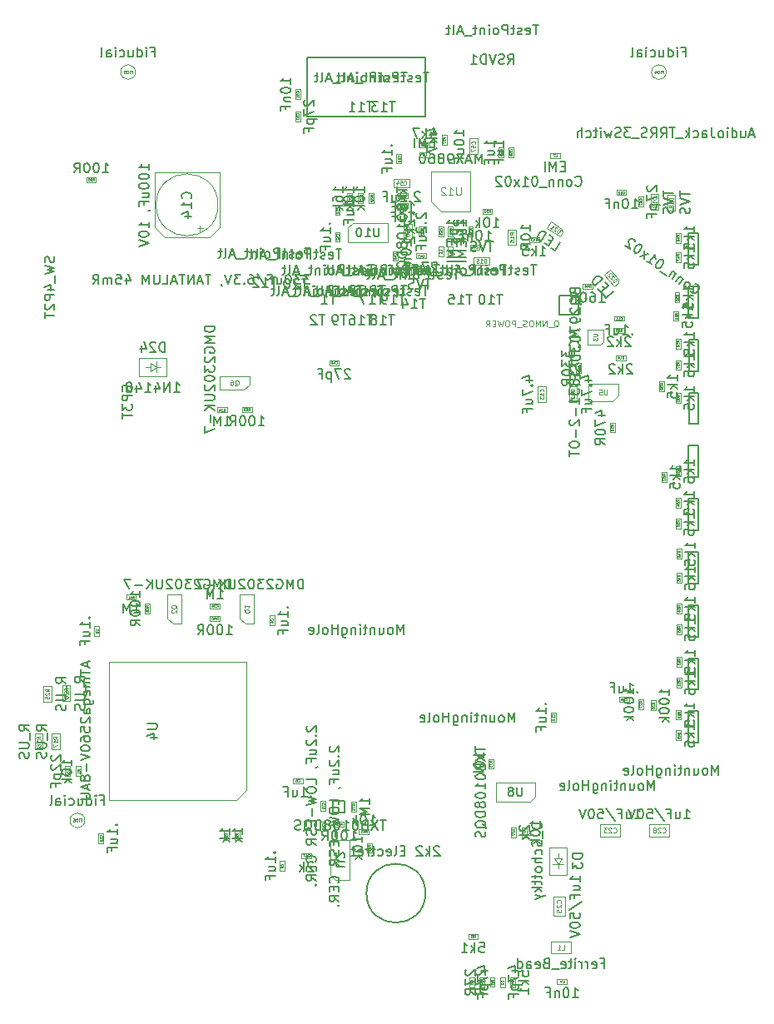
<source format=gbr>
G04 #@! TF.GenerationSoftware,KiCad,Pcbnew,5.1.6+dfsg1-1~bpo10+1*
G04 #@! TF.CreationDate,2021-03-28T20:24:38-04:00*
G04 #@! TF.ProjectId,RUSP_Mainboard,52555350-5f4d-4616-996e-626f6172642e,rev?*
G04 #@! TF.SameCoordinates,Original*
G04 #@! TF.FileFunction,Other,Fab,Bot*
%FSLAX46Y46*%
G04 Gerber Fmt 4.6, Leading zero omitted, Abs format (unit mm)*
G04 Created by KiCad (PCBNEW 5.1.6+dfsg1-1~bpo10+1) date 2021-03-28 20:24:38*
%MOMM*%
%LPD*%
G01*
G04 APERTURE LIST*
%ADD10C,0.100000*%
%ADD11C,0.150000*%
%ADD12C,0.127000*%
%ADD13C,0.200000*%
%ADD14C,0.015000*%
%ADD15C,0.080000*%
%ADD16C,0.050000*%
%ADD17C,0.040000*%
%ADD18C,0.060000*%
%ADD19C,0.075000*%
%ADD20C,0.120000*%
G04 APERTURE END LIST*
D10*
X164150000Y-132720000D02*
X163650000Y-133220000D01*
X164150000Y-132720000D02*
X164150000Y-131220000D01*
X160150000Y-133220000D02*
X163650000Y-133220000D01*
X160150000Y-131220000D02*
X160150000Y-133220000D01*
X164150000Y-131220000D02*
X160150000Y-131220000D01*
D11*
X153000000Y-142500000D02*
G75*
G03*
X153000000Y-142500000I-3000000J0D01*
G01*
X143600000Y-134300000D02*
X143600000Y-133100000D01*
X143600000Y-133100000D02*
X144800000Y-133100000D01*
X144800000Y-133100000D02*
X144800000Y-134300000D01*
X144800000Y-134300000D02*
X143600000Y-134300000D01*
D12*
X168600000Y-81700000D02*
X168600000Y-83700000D01*
X168600000Y-81700000D02*
X166600000Y-81700000D01*
X166600000Y-83700000D02*
X166600000Y-81700000D01*
X166600000Y-83700000D02*
X168600000Y-83700000D01*
D13*
X169450000Y-82050000D02*
G75*
G03*
X169450000Y-82050000I-100000J0D01*
G01*
D11*
X179775000Y-127200000D02*
X180775000Y-127200000D01*
X180775000Y-127200000D02*
X180775000Y-124000000D01*
X179775000Y-124000000D02*
X180775000Y-124000000D01*
X179775000Y-127200000D02*
X179775000Y-124000000D01*
X179775000Y-78600000D02*
X179775000Y-75400000D01*
X179775000Y-75400000D02*
X180775000Y-75400000D01*
X180775000Y-78600000D02*
X180775000Y-75400000D01*
X179775000Y-78600000D02*
X180775000Y-78600000D01*
X179775000Y-84000000D02*
X179775000Y-80800000D01*
X179775000Y-80800000D02*
X180775000Y-80800000D01*
X180775000Y-84000000D02*
X180775000Y-80800000D01*
X179775000Y-84000000D02*
X180775000Y-84000000D01*
X179795000Y-89400000D02*
X179795000Y-86200000D01*
X179795000Y-86200000D02*
X180795000Y-86200000D01*
X180795000Y-89400000D02*
X180795000Y-86200000D01*
X179795000Y-89400000D02*
X180795000Y-89400000D01*
X179795000Y-94800000D02*
X179795000Y-91600000D01*
X179795000Y-91600000D02*
X180795000Y-91600000D01*
X180795000Y-94800000D02*
X180795000Y-91600000D01*
X179795000Y-94800000D02*
X180795000Y-94800000D01*
X179775000Y-100200000D02*
X179775000Y-97000000D01*
X179775000Y-97000000D02*
X180775000Y-97000000D01*
X180775000Y-100200000D02*
X180775000Y-97000000D01*
X179775000Y-100200000D02*
X180775000Y-100200000D01*
X179775000Y-105600000D02*
X179775000Y-102400000D01*
X179775000Y-102400000D02*
X180775000Y-102400000D01*
X180775000Y-105600000D02*
X180775000Y-102400000D01*
X179775000Y-105600000D02*
X180775000Y-105600000D01*
X179775000Y-111000000D02*
X179775000Y-107800000D01*
X179775000Y-107800000D02*
X180775000Y-107800000D01*
X180775000Y-111000000D02*
X180775000Y-107800000D01*
X179775000Y-111000000D02*
X180775000Y-111000000D01*
X179775000Y-116400000D02*
X179775000Y-113200000D01*
X179775000Y-113200000D02*
X180775000Y-113200000D01*
X180775000Y-116400000D02*
X180775000Y-113200000D01*
X179775000Y-116400000D02*
X180775000Y-116400000D01*
X179775000Y-121800000D02*
X179775000Y-118600000D01*
X179775000Y-118600000D02*
X180775000Y-118600000D01*
X180775000Y-121800000D02*
X180775000Y-118600000D01*
X179775000Y-121800000D02*
X180775000Y-121800000D01*
D10*
X167400000Y-140620000D02*
X167400000Y-137820000D01*
X167400000Y-137820000D02*
X165600000Y-137820000D01*
X165600000Y-137820000D02*
X165600000Y-140620000D01*
X165600000Y-140620000D02*
X167400000Y-140620000D01*
X166500000Y-139970000D02*
X166500000Y-139570000D01*
X166500000Y-139570000D02*
X167050000Y-139570000D01*
X166500000Y-139570000D02*
X165950000Y-139570000D01*
X166500000Y-139570000D02*
X166900000Y-138970000D01*
X166900000Y-138970000D02*
X166100000Y-138970000D01*
X166100000Y-138970000D02*
X166500000Y-139570000D01*
X166500000Y-138970000D02*
X166500000Y-138470000D01*
X165800000Y-148650000D02*
X167800000Y-148650000D01*
X165800000Y-147450000D02*
X165800000Y-148650000D01*
X167800000Y-147450000D02*
X165800000Y-147450000D01*
X167800000Y-148650000D02*
X167800000Y-147450000D01*
X133800000Y-133000000D02*
X134800000Y-132000000D01*
X120800000Y-133000000D02*
X133800000Y-133000000D01*
X120800000Y-119000000D02*
X120800000Y-133000000D01*
X134800000Y-119000000D02*
X120800000Y-119000000D01*
X134800000Y-132000000D02*
X134800000Y-119000000D01*
X177500000Y-59000000D02*
G75*
G03*
X177500000Y-59000000I-750000J0D01*
G01*
X123500000Y-59000000D02*
G75*
G03*
X123500000Y-59000000I-750000J0D01*
G01*
X118350000Y-135100000D02*
G75*
G03*
X118350000Y-135100000I-750000J0D01*
G01*
X134350000Y-93575000D02*
X135350000Y-93575000D01*
X134350000Y-93075000D02*
X134350000Y-93575000D01*
X135350000Y-93075000D02*
X134350000Y-93075000D01*
X135350000Y-93575000D02*
X135350000Y-93075000D01*
X131800000Y-93600000D02*
X132800000Y-93600000D01*
X131800000Y-93100000D02*
X131800000Y-93600000D01*
X132800000Y-93100000D02*
X131800000Y-93100000D01*
X132800000Y-93600000D02*
X132800000Y-93100000D01*
X116350000Y-129600000D02*
X116350000Y-130600000D01*
X116850000Y-129600000D02*
X116350000Y-129600000D01*
X116850000Y-130600000D02*
X116850000Y-129600000D01*
X116350000Y-130600000D02*
X116850000Y-130600000D01*
X138175000Y-140225000D02*
X138675000Y-140225000D01*
X138675000Y-140225000D02*
X138675000Y-139225000D01*
X138675000Y-139225000D02*
X138175000Y-139225000D01*
X138175000Y-139225000D02*
X138175000Y-140225000D01*
X137650000Y-115270000D02*
X137650000Y-114270000D01*
X137150000Y-115270000D02*
X137650000Y-115270000D01*
X137150000Y-114270000D02*
X137150000Y-115270000D01*
X137650000Y-114270000D02*
X137150000Y-114270000D01*
X119325000Y-116350000D02*
X119825000Y-116350000D01*
X119825000Y-116350000D02*
X119825000Y-115350000D01*
X119825000Y-115350000D02*
X119325000Y-115350000D01*
X119325000Y-115350000D02*
X119325000Y-116350000D01*
X139500000Y-131300000D02*
X140500000Y-131300000D01*
X139500000Y-130800000D02*
X139500000Y-131300000D01*
X140500000Y-130800000D02*
X139500000Y-130800000D01*
X140500000Y-131300000D02*
X140500000Y-130800000D01*
X167400000Y-151750000D02*
X167400000Y-151250000D01*
X167400000Y-151250000D02*
X166400000Y-151250000D01*
X166400000Y-151250000D02*
X166400000Y-151750000D01*
X166400000Y-151750000D02*
X167400000Y-151750000D01*
X157950000Y-151050000D02*
X157450000Y-151050000D01*
X157450000Y-151050000D02*
X157450000Y-152050000D01*
X157450000Y-152050000D02*
X157950000Y-152050000D01*
X157950000Y-152050000D02*
X157950000Y-151050000D01*
X161080000Y-151060000D02*
X160580000Y-151060000D01*
X160580000Y-151060000D02*
X160580000Y-152060000D01*
X160580000Y-152060000D02*
X161080000Y-152060000D01*
X161080000Y-152060000D02*
X161080000Y-151060000D01*
X120250000Y-137400000D02*
X120250000Y-136400000D01*
X119750000Y-137400000D02*
X120250000Y-137400000D01*
X119750000Y-136400000D02*
X119750000Y-137400000D01*
X120250000Y-136400000D02*
X119750000Y-136400000D01*
X173200000Y-84300000D02*
X173200000Y-83800000D01*
X173200000Y-83800000D02*
X172200000Y-83800000D01*
X172200000Y-83800000D02*
X172200000Y-84300000D01*
X172200000Y-84300000D02*
X173200000Y-84300000D01*
X131900000Y-72500000D02*
G75*
G03*
X131900000Y-72500000I-3150000J0D01*
G01*
X132050000Y-69200000D02*
X125450000Y-69200000D01*
X132050000Y-74800000D02*
X132050000Y-69200000D01*
X125450000Y-74800000D02*
X125450000Y-69200000D01*
X131050000Y-75800000D02*
X126450000Y-75800000D01*
X131050000Y-75800000D02*
X132050000Y-74800000D01*
X126450000Y-75800000D02*
X125450000Y-74800000D01*
X130080000Y-75204838D02*
X130080000Y-74574838D01*
X130395000Y-74889838D02*
X129765000Y-74889838D01*
X142850000Y-136200000D02*
X142850000Y-135200000D01*
X142350000Y-136200000D02*
X142850000Y-136200000D01*
X142350000Y-135200000D02*
X142350000Y-136200000D01*
X142850000Y-135200000D02*
X142350000Y-135200000D01*
X144300000Y-73550000D02*
X144300000Y-72550000D01*
X143800000Y-73550000D02*
X144300000Y-73550000D01*
X143800000Y-72550000D02*
X143800000Y-73550000D01*
X144300000Y-72550000D02*
X143800000Y-72550000D01*
X143800000Y-75250000D02*
X143800000Y-76250000D01*
X144300000Y-75250000D02*
X143800000Y-75250000D01*
X144300000Y-76250000D02*
X144300000Y-75250000D01*
X143800000Y-76250000D02*
X144300000Y-76250000D01*
X143215000Y-88800000D02*
X144215000Y-88800000D01*
X143215000Y-88300000D02*
X143215000Y-88800000D01*
X144215000Y-88300000D02*
X143215000Y-88300000D01*
X144215000Y-88800000D02*
X144215000Y-88300000D01*
X153050000Y-77940000D02*
X153050000Y-77440000D01*
X153050000Y-77440000D02*
X152050000Y-77440000D01*
X152050000Y-77440000D02*
X152050000Y-77940000D01*
X152050000Y-77940000D02*
X153050000Y-77940000D01*
X157525000Y-76575000D02*
X157525000Y-77075000D01*
X157525000Y-77075000D02*
X158525000Y-77075000D01*
X158525000Y-77075000D02*
X158525000Y-76575000D01*
X158525000Y-76575000D02*
X157525000Y-76575000D01*
X150150000Y-78200000D02*
X150150000Y-77200000D01*
X149650000Y-78200000D02*
X150150000Y-78200000D01*
X149650000Y-77200000D02*
X149650000Y-78200000D01*
X150150000Y-77200000D02*
X149650000Y-77200000D01*
X155800000Y-75700000D02*
X155800000Y-74700000D01*
X155300000Y-75700000D02*
X155800000Y-75700000D01*
X155300000Y-74700000D02*
X155300000Y-75700000D01*
X155800000Y-74700000D02*
X155300000Y-74700000D01*
X154850000Y-74700000D02*
X154350000Y-74700000D01*
X154350000Y-74700000D02*
X154350000Y-75700000D01*
X154350000Y-75700000D02*
X154850000Y-75700000D01*
X154850000Y-75700000D02*
X154850000Y-74700000D01*
X150200000Y-71850000D02*
X151200000Y-71850000D01*
X150200000Y-71350000D02*
X150200000Y-71850000D01*
X151200000Y-71350000D02*
X150200000Y-71350000D01*
X151200000Y-71850000D02*
X151200000Y-71350000D01*
X151200000Y-72850000D02*
X151200000Y-72350000D01*
X151200000Y-72350000D02*
X150200000Y-72350000D01*
X150200000Y-72350000D02*
X150200000Y-72850000D01*
X150200000Y-72850000D02*
X151200000Y-72850000D01*
X150050000Y-68300000D02*
X150550000Y-68300000D01*
X150550000Y-68300000D02*
X150550000Y-67300000D01*
X150550000Y-67300000D02*
X150050000Y-67300000D01*
X150050000Y-67300000D02*
X150050000Y-68300000D01*
X157500000Y-65750000D02*
X157500000Y-67350000D01*
X158300000Y-65750000D02*
X157500000Y-65750000D01*
X158300000Y-67350000D02*
X158300000Y-65750000D01*
X157500000Y-67350000D02*
X158300000Y-67350000D01*
X160450000Y-67650000D02*
X160950000Y-67650000D01*
X160950000Y-67650000D02*
X160950000Y-66650000D01*
X160950000Y-66650000D02*
X160450000Y-66650000D01*
X160450000Y-66650000D02*
X160450000Y-67650000D01*
X161450000Y-66650000D02*
X161450000Y-67650000D01*
X161950000Y-66650000D02*
X161450000Y-66650000D01*
X161950000Y-67650000D02*
X161950000Y-66650000D01*
X161450000Y-67650000D02*
X161950000Y-67650000D01*
X173425000Y-71500000D02*
X173425000Y-71000000D01*
X173425000Y-71000000D02*
X172425000Y-71000000D01*
X172425000Y-71000000D02*
X172425000Y-71500000D01*
X172425000Y-71500000D02*
X173425000Y-71500000D01*
X139750000Y-60750000D02*
X139750000Y-61750000D01*
X140250000Y-60750000D02*
X139750000Y-60750000D01*
X140250000Y-61750000D02*
X140250000Y-60750000D01*
X139750000Y-61750000D02*
X140250000Y-61750000D01*
X175150000Y-71675000D02*
X174650000Y-71675000D01*
X174650000Y-71675000D02*
X174650000Y-72675000D01*
X174650000Y-72675000D02*
X175150000Y-72675000D01*
X175150000Y-72675000D02*
X175150000Y-71675000D01*
X140250000Y-64000000D02*
X140250000Y-63000000D01*
X139750000Y-64000000D02*
X140250000Y-64000000D01*
X139750000Y-63000000D02*
X139750000Y-64000000D01*
X140250000Y-63000000D02*
X139750000Y-63000000D01*
X157900000Y-77800000D02*
X157900000Y-78600000D01*
X157900000Y-78600000D02*
X159500000Y-78600000D01*
X159500000Y-78600000D02*
X159500000Y-77800000D01*
X159500000Y-77800000D02*
X157900000Y-77800000D01*
X151550000Y-79525000D02*
X153150000Y-79525000D01*
X151550000Y-78725000D02*
X151550000Y-79525000D01*
X153150000Y-78725000D02*
X151550000Y-78725000D01*
X153150000Y-79525000D02*
X153150000Y-78725000D01*
X176700000Y-71425000D02*
X175900000Y-71425000D01*
X175900000Y-71425000D02*
X175900000Y-73025000D01*
X175900000Y-73025000D02*
X176700000Y-73025000D01*
X176700000Y-73025000D02*
X176700000Y-71425000D01*
X178425000Y-73075000D02*
X178425000Y-71475000D01*
X177625000Y-73075000D02*
X178425000Y-73075000D01*
X177625000Y-71475000D02*
X177625000Y-73075000D01*
X178425000Y-71475000D02*
X177625000Y-71475000D01*
X165765499Y-74206302D02*
X166855771Y-74914332D01*
X166855771Y-74914332D02*
X166943980Y-75329325D01*
X166943980Y-75329325D02*
X166671661Y-75748660D01*
X166671661Y-75748660D02*
X165329788Y-74877238D01*
X165329788Y-74877238D02*
X165765499Y-74206302D01*
X171761953Y-79057832D02*
X172631823Y-80023920D01*
X172631823Y-80023920D02*
X172609619Y-80447603D01*
X172609619Y-80447603D02*
X172238047Y-80782168D01*
X172238047Y-80782168D02*
X171167438Y-79593136D01*
X171167438Y-79593136D02*
X171761953Y-79057832D01*
X155800000Y-77750000D02*
X155800000Y-76750000D01*
X155300000Y-77750000D02*
X155800000Y-77750000D01*
X155300000Y-76750000D02*
X155300000Y-77750000D01*
X155800000Y-76750000D02*
X155300000Y-76750000D01*
X154850000Y-76750000D02*
X154350000Y-76750000D01*
X154350000Y-76750000D02*
X154350000Y-77750000D01*
X154350000Y-77750000D02*
X154850000Y-77750000D01*
X154850000Y-77750000D02*
X154850000Y-76750000D01*
X166690000Y-67725000D02*
X166690000Y-67225000D01*
X166690000Y-67225000D02*
X165690000Y-67225000D01*
X165690000Y-67225000D02*
X165690000Y-67725000D01*
X165690000Y-67725000D02*
X166690000Y-67725000D01*
X153400000Y-67150000D02*
X152400000Y-67150000D01*
X153400000Y-67650000D02*
X153400000Y-67150000D01*
X152400000Y-67650000D02*
X153400000Y-67650000D01*
X152400000Y-67150000D02*
X152400000Y-67650000D01*
D11*
X153000000Y-63500000D02*
X153000000Y-57500000D01*
X153000000Y-57500000D02*
X141000000Y-57500000D01*
X141000000Y-57500000D02*
X141000000Y-63500000D01*
X141000000Y-63500000D02*
X153000000Y-63500000D01*
D10*
X134525000Y-91300000D02*
X132075000Y-91300000D01*
X135095000Y-90750000D02*
X135095000Y-89900000D01*
X134525000Y-91300000D02*
X135095000Y-90750000D01*
X135095000Y-89900000D02*
X132055000Y-89900000D01*
X132055000Y-91300000D02*
X132055000Y-89900000D01*
X117450000Y-129600000D02*
X117450000Y-130600000D01*
X117950000Y-129600000D02*
X117450000Y-129600000D01*
X117950000Y-130600000D02*
X117950000Y-129600000D01*
X117450000Y-130600000D02*
X117950000Y-130600000D01*
X162120000Y-151060000D02*
X161620000Y-151060000D01*
X161620000Y-151060000D02*
X161620000Y-152060000D01*
X161620000Y-152060000D02*
X162120000Y-152060000D01*
X162120000Y-152060000D02*
X162120000Y-151060000D01*
X157350000Y-147150000D02*
X158350000Y-147150000D01*
X157350000Y-146650000D02*
X157350000Y-147150000D01*
X158350000Y-146650000D02*
X157350000Y-146650000D01*
X158350000Y-147150000D02*
X158350000Y-146650000D01*
X159550000Y-151035000D02*
X159550000Y-152035000D01*
X160050000Y-151035000D02*
X159550000Y-151035000D01*
X160050000Y-152035000D02*
X160050000Y-151035000D01*
X159550000Y-152035000D02*
X160050000Y-152035000D01*
X158500000Y-152050000D02*
X159000000Y-152050000D01*
X159000000Y-152050000D02*
X159000000Y-151050000D01*
X159000000Y-151050000D02*
X158500000Y-151050000D01*
X158500000Y-151050000D02*
X158500000Y-152050000D01*
X133570000Y-137100000D02*
X134070000Y-137100000D01*
X134070000Y-137100000D02*
X134070000Y-136100000D01*
X134070000Y-136100000D02*
X133570000Y-136100000D01*
X133570000Y-136100000D02*
X133570000Y-137100000D01*
X132980000Y-136100000D02*
X132480000Y-136100000D01*
X132480000Y-136100000D02*
X132480000Y-137100000D01*
X132480000Y-137100000D02*
X132980000Y-137100000D01*
X132980000Y-137100000D02*
X132980000Y-136100000D01*
X168350000Y-88600000D02*
X168350000Y-89600000D01*
X168850000Y-88600000D02*
X168350000Y-88600000D01*
X168850000Y-89600000D02*
X168850000Y-88600000D01*
X168350000Y-89600000D02*
X168850000Y-89600000D01*
X173200000Y-85500000D02*
X173200000Y-85000000D01*
X173200000Y-85000000D02*
X172200000Y-85000000D01*
X172200000Y-85000000D02*
X172200000Y-85500000D01*
X172200000Y-85500000D02*
X173200000Y-85500000D01*
X173350000Y-88300000D02*
X173350000Y-87800000D01*
X173350000Y-87800000D02*
X172350000Y-87800000D01*
X172350000Y-87800000D02*
X172350000Y-88300000D01*
X172350000Y-88300000D02*
X173350000Y-88300000D01*
X171750000Y-95650000D02*
X172250000Y-95650000D01*
X172250000Y-95650000D02*
X172250000Y-94650000D01*
X172250000Y-94650000D02*
X171750000Y-94650000D01*
X171750000Y-94650000D02*
X171750000Y-95650000D01*
X144715000Y-135750000D02*
X144715000Y-135250000D01*
X144715000Y-135250000D02*
X143715000Y-135250000D01*
X143715000Y-135250000D02*
X143715000Y-135750000D01*
X143715000Y-135750000D02*
X144715000Y-135750000D01*
X118500000Y-69695000D02*
X118500000Y-70195000D01*
X118500000Y-70195000D02*
X119500000Y-70195000D01*
X119500000Y-70195000D02*
X119500000Y-69695000D01*
X119500000Y-69695000D02*
X118500000Y-69695000D01*
X146150000Y-72320000D02*
X146650000Y-72320000D01*
X146650000Y-72320000D02*
X146650000Y-71320000D01*
X146650000Y-71320000D02*
X146150000Y-71320000D01*
X146150000Y-71320000D02*
X146150000Y-72320000D01*
X157350000Y-75700000D02*
X157850000Y-75700000D01*
X157850000Y-75700000D02*
X157850000Y-74700000D01*
X157850000Y-74700000D02*
X157350000Y-74700000D01*
X157350000Y-74700000D02*
X157350000Y-75700000D01*
X153400000Y-66150000D02*
X152400000Y-66150000D01*
X153400000Y-66650000D02*
X153400000Y-66150000D01*
X152400000Y-66650000D02*
X153400000Y-66650000D01*
X152400000Y-66150000D02*
X152400000Y-66650000D01*
X154650000Y-66425000D02*
X155150000Y-66425000D01*
X155150000Y-66425000D02*
X155150000Y-65425000D01*
X155150000Y-65425000D02*
X154650000Y-65425000D01*
X154650000Y-65425000D02*
X154650000Y-66425000D01*
X152350000Y-75700000D02*
X152850000Y-75700000D01*
X152850000Y-75700000D02*
X152850000Y-74700000D01*
X152850000Y-74700000D02*
X152350000Y-74700000D01*
X152350000Y-74700000D02*
X152350000Y-75700000D01*
X158800000Y-73400000D02*
X159800000Y-73400000D01*
X158800000Y-72900000D02*
X158800000Y-73400000D01*
X159800000Y-72900000D02*
X158800000Y-72900000D01*
X159800000Y-73400000D02*
X159800000Y-72900000D01*
X164550000Y-76275000D02*
X164550000Y-75775000D01*
X164550000Y-75775000D02*
X163550000Y-75775000D01*
X163550000Y-75775000D02*
X163550000Y-76275000D01*
X163550000Y-76275000D02*
X164550000Y-76275000D01*
X169000000Y-81025000D02*
X170000000Y-81025000D01*
X169000000Y-80525000D02*
X169000000Y-81025000D01*
X170000000Y-80525000D02*
X169000000Y-80525000D01*
X170000000Y-81025000D02*
X170000000Y-80525000D01*
X179050000Y-110950000D02*
X179050000Y-109950000D01*
X178550000Y-110950000D02*
X179050000Y-110950000D01*
X178550000Y-109950000D02*
X178550000Y-110950000D01*
X179050000Y-109950000D02*
X178550000Y-109950000D01*
X179050000Y-108500000D02*
X179050000Y-107500000D01*
X178550000Y-108500000D02*
X179050000Y-108500000D01*
X178550000Y-107500000D02*
X178550000Y-108500000D01*
X179050000Y-107500000D02*
X178550000Y-107500000D01*
X178950000Y-78300000D02*
X178950000Y-77300000D01*
X178450000Y-78300000D02*
X178950000Y-78300000D01*
X178450000Y-77300000D02*
X178450000Y-78300000D01*
X178950000Y-77300000D02*
X178450000Y-77300000D01*
X178950000Y-75350000D02*
X178450000Y-75350000D01*
X178450000Y-75350000D02*
X178450000Y-76350000D01*
X178450000Y-76350000D02*
X178950000Y-76350000D01*
X178950000Y-76350000D02*
X178950000Y-75350000D01*
X179000000Y-126950000D02*
X179000000Y-125950000D01*
X178500000Y-126950000D02*
X179000000Y-126950000D01*
X178500000Y-125950000D02*
X178500000Y-126950000D01*
X179000000Y-125950000D02*
X178500000Y-125950000D01*
X179000000Y-123850000D02*
X178500000Y-123850000D01*
X178500000Y-123850000D02*
X178500000Y-124850000D01*
X178500000Y-124850000D02*
X179000000Y-124850000D01*
X179000000Y-124850000D02*
X179000000Y-123850000D01*
X179050000Y-120600000D02*
X178550000Y-120600000D01*
X178550000Y-120600000D02*
X178550000Y-121600000D01*
X178550000Y-121600000D02*
X179050000Y-121600000D01*
X179050000Y-121600000D02*
X179050000Y-120600000D01*
X179050000Y-119450000D02*
X179050000Y-118450000D01*
X178550000Y-119450000D02*
X179050000Y-119450000D01*
X178550000Y-118450000D02*
X178550000Y-119450000D01*
X179050000Y-118450000D02*
X178550000Y-118450000D01*
X179050000Y-115150000D02*
X178550000Y-115150000D01*
X178550000Y-115150000D02*
X178550000Y-116150000D01*
X178550000Y-116150000D02*
X179050000Y-116150000D01*
X179050000Y-116150000D02*
X179050000Y-115150000D01*
X179050000Y-114050000D02*
X179050000Y-113050000D01*
X178550000Y-114050000D02*
X179050000Y-114050000D01*
X178550000Y-113050000D02*
X178550000Y-114050000D01*
X179050000Y-113050000D02*
X178550000Y-113050000D01*
X178750000Y-84300000D02*
X178750000Y-83300000D01*
X178250000Y-84300000D02*
X178750000Y-84300000D01*
X178250000Y-83300000D02*
X178250000Y-84300000D01*
X178750000Y-83300000D02*
X178250000Y-83300000D01*
X178850000Y-81400000D02*
X178350000Y-81400000D01*
X178350000Y-81400000D02*
X178350000Y-82400000D01*
X178350000Y-82400000D02*
X178850000Y-82400000D01*
X178850000Y-82400000D02*
X178850000Y-81400000D01*
X178950000Y-88300000D02*
X178450000Y-88300000D01*
X178450000Y-88300000D02*
X178450000Y-89300000D01*
X178450000Y-89300000D02*
X178950000Y-89300000D01*
X178950000Y-89300000D02*
X178950000Y-88300000D01*
X178950000Y-86100000D02*
X178450000Y-86100000D01*
X178450000Y-86100000D02*
X178450000Y-87100000D01*
X178450000Y-87100000D02*
X178950000Y-87100000D01*
X178950000Y-87100000D02*
X178950000Y-86100000D01*
X177250000Y-91450000D02*
X177250000Y-90450000D01*
X176750000Y-91450000D02*
X177250000Y-91450000D01*
X176750000Y-90450000D02*
X176750000Y-91450000D01*
X177250000Y-90450000D02*
X176750000Y-90450000D01*
X178950000Y-91650000D02*
X178450000Y-91650000D01*
X178450000Y-91650000D02*
X178450000Y-92650000D01*
X178450000Y-92650000D02*
X178950000Y-92650000D01*
X178950000Y-92650000D02*
X178950000Y-91650000D01*
X178950000Y-99100000D02*
X178450000Y-99100000D01*
X178450000Y-99100000D02*
X178450000Y-100100000D01*
X178450000Y-100100000D02*
X178950000Y-100100000D01*
X178950000Y-100100000D02*
X178950000Y-99100000D01*
X177500000Y-99685000D02*
X177000000Y-99685000D01*
X177000000Y-99685000D02*
X177000000Y-100685000D01*
X177000000Y-100685000D02*
X177500000Y-100685000D01*
X177500000Y-100685000D02*
X177500000Y-99685000D01*
X178950000Y-104400000D02*
X178450000Y-104400000D01*
X178450000Y-104400000D02*
X178450000Y-105400000D01*
X178450000Y-105400000D02*
X178950000Y-105400000D01*
X178950000Y-105400000D02*
X178950000Y-104400000D01*
X178950000Y-103300000D02*
X178950000Y-102300000D01*
X178450000Y-103300000D02*
X178950000Y-103300000D01*
X178450000Y-102300000D02*
X178450000Y-103300000D01*
X178950000Y-102300000D02*
X178450000Y-102300000D01*
X171080000Y-86445000D02*
X170800000Y-86725000D01*
X171080000Y-85165000D02*
X171080000Y-86445000D01*
X170800000Y-86725000D02*
X169520000Y-86725000D01*
X169520000Y-86725000D02*
X169520000Y-85165000D01*
X171080000Y-85165000D02*
X169520000Y-85165000D01*
X172000000Y-92500000D02*
X172650000Y-91850000D01*
X172650000Y-90700000D02*
X172650000Y-91850000D01*
X172000000Y-92500000D02*
X169550000Y-92500000D01*
X169550000Y-90700000D02*
X169550000Y-92500000D01*
X172650000Y-90700000D02*
X169550000Y-90700000D01*
X154600000Y-73150000D02*
X157600000Y-73150000D01*
X157600000Y-73150000D02*
X157600000Y-69150000D01*
X157600000Y-69150000D02*
X153600000Y-69150000D01*
X153600000Y-69150000D02*
X153600000Y-72150000D01*
X154600000Y-73150000D02*
X153600000Y-72150000D01*
X142350000Y-134100000D02*
X142850000Y-134100000D01*
X142850000Y-134100000D02*
X142850000Y-133100000D01*
X142850000Y-133100000D02*
X142350000Y-133100000D01*
X142350000Y-133100000D02*
X142350000Y-134100000D01*
X126675000Y-88100000D02*
X123875000Y-88100000D01*
X123875000Y-88100000D02*
X123875000Y-89900000D01*
X123875000Y-89900000D02*
X126675000Y-89900000D01*
X126675000Y-89900000D02*
X126675000Y-88100000D01*
X126025000Y-89000000D02*
X125625000Y-89000000D01*
X125625000Y-89000000D02*
X125625000Y-88450000D01*
X125625000Y-89000000D02*
X125625000Y-89550000D01*
X125625000Y-89000000D02*
X125025000Y-88600000D01*
X125025000Y-88600000D02*
X125025000Y-89400000D01*
X125025000Y-89400000D02*
X125625000Y-89000000D01*
X125025000Y-89000000D02*
X124525000Y-89000000D01*
X145950000Y-133200000D02*
X145450000Y-133200000D01*
X145450000Y-133200000D02*
X145450000Y-134200000D01*
X145450000Y-134200000D02*
X145950000Y-134200000D01*
X145950000Y-134200000D02*
X145950000Y-133200000D01*
X173700000Y-122550000D02*
X172700000Y-122550000D01*
X173700000Y-123050000D02*
X173700000Y-122550000D01*
X172700000Y-123050000D02*
X173700000Y-123050000D01*
X172700000Y-122550000D02*
X172700000Y-123050000D01*
X165750000Y-125100000D02*
X166250000Y-125100000D01*
X166250000Y-125100000D02*
X166250000Y-124100000D01*
X166250000Y-124100000D02*
X165750000Y-124100000D01*
X165750000Y-124100000D02*
X165750000Y-125100000D01*
X170800000Y-135520000D02*
X170800000Y-136720000D01*
X170800000Y-136720000D02*
X172800000Y-136720000D01*
X172800000Y-136720000D02*
X172800000Y-135520000D01*
X172800000Y-135520000D02*
X170800000Y-135520000D01*
X167200000Y-144820000D02*
X167200000Y-142820000D01*
X166000000Y-144820000D02*
X167200000Y-144820000D01*
X166000000Y-142820000D02*
X166000000Y-144820000D01*
X167200000Y-142820000D02*
X166000000Y-142820000D01*
X177800000Y-135520000D02*
X175800000Y-135520000D01*
X177800000Y-136720000D02*
X177800000Y-135520000D01*
X175800000Y-136720000D02*
X177800000Y-136720000D01*
X175800000Y-135520000D02*
X175800000Y-136720000D01*
X176400000Y-122900000D02*
X175900000Y-122900000D01*
X175900000Y-122900000D02*
X175900000Y-123900000D01*
X175900000Y-123900000D02*
X176400000Y-123900000D01*
X176400000Y-123900000D02*
X176400000Y-122900000D01*
X174650000Y-122800000D02*
X174650000Y-123800000D01*
X175150000Y-122800000D02*
X174650000Y-122800000D01*
X175150000Y-123800000D02*
X175150000Y-122800000D01*
X174650000Y-123800000D02*
X175150000Y-123800000D01*
X134125000Y-112080000D02*
X135525000Y-112080000D01*
X135525000Y-115120000D02*
X135525000Y-112080000D01*
X134125000Y-114550000D02*
X134675000Y-115120000D01*
X134675000Y-115120000D02*
X135525000Y-115120000D01*
X134125000Y-114550000D02*
X134125000Y-112100000D01*
X126750000Y-114550000D02*
X126750000Y-112100000D01*
X127300000Y-115120000D02*
X128150000Y-115120000D01*
X126750000Y-114550000D02*
X127300000Y-115120000D01*
X128150000Y-115120000D02*
X128150000Y-112080000D01*
X126750000Y-112080000D02*
X128150000Y-112080000D01*
X162200000Y-76600000D02*
X162200000Y-75000000D01*
X161400000Y-76600000D02*
X162200000Y-76600000D01*
X161400000Y-75000000D02*
X161400000Y-76600000D01*
X162200000Y-75000000D02*
X161400000Y-75000000D01*
X132075000Y-113025000D02*
X131075000Y-113025000D01*
X132075000Y-113525000D02*
X132075000Y-113025000D01*
X131075000Y-113525000D02*
X132075000Y-113525000D01*
X131075000Y-113025000D02*
X131075000Y-113525000D01*
X132075000Y-114825000D02*
X132075000Y-114325000D01*
X132075000Y-114325000D02*
X131075000Y-114325000D01*
X131075000Y-114325000D02*
X131075000Y-114825000D01*
X131075000Y-114825000D02*
X132075000Y-114825000D01*
X123550000Y-112650000D02*
X123550000Y-112150000D01*
X123550000Y-112150000D02*
X122550000Y-112150000D01*
X122550000Y-112150000D02*
X122550000Y-112650000D01*
X122550000Y-112650000D02*
X123550000Y-112650000D01*
X124450000Y-113050000D02*
X124450000Y-114050000D01*
X124950000Y-113050000D02*
X124450000Y-113050000D01*
X124950000Y-114050000D02*
X124950000Y-113050000D01*
X124450000Y-114050000D02*
X124950000Y-114050000D01*
X168400000Y-90950000D02*
X167600000Y-90950000D01*
X167600000Y-90950000D02*
X167600000Y-92550000D01*
X167600000Y-92550000D02*
X168400000Y-92550000D01*
X168400000Y-92550000D02*
X168400000Y-90950000D01*
X164450000Y-90950000D02*
X164450000Y-92550000D01*
X165250000Y-90950000D02*
X164450000Y-90950000D01*
X165250000Y-92550000D02*
X165250000Y-90950000D01*
X164450000Y-92550000D02*
X165250000Y-92550000D01*
X151600000Y-76000000D02*
X151600000Y-74400000D01*
X150800000Y-76000000D02*
X151600000Y-76000000D01*
X150800000Y-74400000D02*
X150800000Y-76000000D01*
X151600000Y-74400000D02*
X150800000Y-74400000D01*
X151360000Y-70680000D02*
X151360000Y-69880000D01*
X151360000Y-69880000D02*
X149760000Y-69880000D01*
X149760000Y-69880000D02*
X149760000Y-70680000D01*
X149760000Y-70680000D02*
X151360000Y-70680000D01*
X113250000Y-127870000D02*
X114050000Y-127870000D01*
X114050000Y-127870000D02*
X114050000Y-126270000D01*
X114050000Y-126270000D02*
X113250000Y-126270000D01*
X113250000Y-126270000D02*
X113250000Y-127870000D01*
X115000000Y-126270000D02*
X115000000Y-127870000D01*
X115800000Y-126270000D02*
X115000000Y-126270000D01*
X115800000Y-127870000D02*
X115800000Y-126270000D01*
X115000000Y-127870000D02*
X115800000Y-127870000D01*
X114950000Y-123020000D02*
X114950000Y-121420000D01*
X114150000Y-123020000D02*
X114950000Y-123020000D01*
X114150000Y-121420000D02*
X114150000Y-123020000D01*
X114950000Y-121420000D02*
X114150000Y-121420000D01*
X116850000Y-121370000D02*
X116050000Y-121370000D01*
X116050000Y-121370000D02*
X116050000Y-122970000D01*
X116050000Y-122970000D02*
X116850000Y-122970000D01*
X116850000Y-122970000D02*
X116850000Y-121370000D01*
X145050000Y-71320000D02*
X145050000Y-72320000D01*
X145550000Y-71320000D02*
X145050000Y-71320000D01*
X145550000Y-72320000D02*
X145550000Y-71320000D01*
X145050000Y-72320000D02*
X145550000Y-72320000D01*
X147250000Y-72320000D02*
X147750000Y-72320000D01*
X147750000Y-72320000D02*
X147750000Y-71320000D01*
X147750000Y-71320000D02*
X147250000Y-71320000D01*
X147250000Y-71320000D02*
X147250000Y-72320000D01*
X146250000Y-136000000D02*
X146250000Y-136500000D01*
X146250000Y-136500000D02*
X147250000Y-136500000D01*
X147250000Y-136500000D02*
X147250000Y-136000000D01*
X147250000Y-136000000D02*
X146250000Y-136000000D01*
X147050000Y-138400000D02*
X147550000Y-138400000D01*
X147550000Y-138400000D02*
X147550000Y-137400000D01*
X147550000Y-137400000D02*
X147050000Y-137400000D01*
X147050000Y-137400000D02*
X147050000Y-138400000D01*
X140400000Y-138950000D02*
X141400000Y-138950000D01*
X140400000Y-138450000D02*
X140400000Y-138950000D01*
X141400000Y-138450000D02*
X140400000Y-138450000D01*
X141400000Y-138950000D02*
X141400000Y-138450000D01*
X159400000Y-128850000D02*
X159400000Y-129850000D01*
X159900000Y-128850000D02*
X159400000Y-128850000D01*
X159900000Y-129850000D02*
X159900000Y-128850000D01*
X159400000Y-129850000D02*
X159900000Y-129850000D01*
X163300000Y-136800000D02*
X163300000Y-135800000D01*
X162800000Y-136800000D02*
X163300000Y-136800000D01*
X162800000Y-135800000D02*
X162800000Y-136800000D01*
X163300000Y-135800000D02*
X162800000Y-135800000D01*
X162200000Y-135800000D02*
X161700000Y-135800000D01*
X161700000Y-135800000D02*
X161700000Y-136800000D01*
X161700000Y-136800000D02*
X162200000Y-136800000D01*
X162200000Y-136800000D02*
X162200000Y-135800000D01*
X143800000Y-141120000D02*
X143300000Y-140620000D01*
X143800000Y-141120000D02*
X145300000Y-141120000D01*
X143300000Y-137120000D02*
X143300000Y-140620000D01*
X145300000Y-137120000D02*
X143300000Y-137120000D01*
X145300000Y-141120000D02*
X145300000Y-137120000D01*
X145150000Y-76320000D02*
X149150000Y-76320000D01*
X149150000Y-76320000D02*
X149150000Y-74320000D01*
X149150000Y-74320000D02*
X145650000Y-74320000D01*
X145150000Y-74820000D02*
X145150000Y-76320000D01*
X145150000Y-74820000D02*
X145650000Y-74320000D01*
D11*
X158102380Y-127553333D02*
X158102380Y-128124761D01*
X159102380Y-127839047D02*
X158102380Y-127839047D01*
X158102380Y-128362857D02*
X159102380Y-129029523D01*
X158102380Y-129029523D02*
X159102380Y-128362857D01*
X158578571Y-129743809D02*
X158626190Y-129886666D01*
X158673809Y-129934285D01*
X158769047Y-129981904D01*
X158911904Y-129981904D01*
X159007142Y-129934285D01*
X159054761Y-129886666D01*
X159102380Y-129791428D01*
X159102380Y-129410476D01*
X158102380Y-129410476D01*
X158102380Y-129743809D01*
X158150000Y-129839047D01*
X158197619Y-129886666D01*
X158292857Y-129934285D01*
X158388095Y-129934285D01*
X158483333Y-129886666D01*
X158530952Y-129839047D01*
X158578571Y-129743809D01*
X158578571Y-129410476D01*
X158102380Y-130600952D02*
X158102380Y-130696190D01*
X158150000Y-130791428D01*
X158197619Y-130839047D01*
X158292857Y-130886666D01*
X158483333Y-130934285D01*
X158721428Y-130934285D01*
X158911904Y-130886666D01*
X159007142Y-130839047D01*
X159054761Y-130791428D01*
X159102380Y-130696190D01*
X159102380Y-130600952D01*
X159054761Y-130505714D01*
X159007142Y-130458095D01*
X158911904Y-130410476D01*
X158721428Y-130362857D01*
X158483333Y-130362857D01*
X158292857Y-130410476D01*
X158197619Y-130458095D01*
X158150000Y-130505714D01*
X158102380Y-130600952D01*
X159102380Y-131886666D02*
X159102380Y-131315238D01*
X159102380Y-131600952D02*
X158102380Y-131600952D01*
X158245238Y-131505714D01*
X158340476Y-131410476D01*
X158388095Y-131315238D01*
X158102380Y-132505714D02*
X158102380Y-132600952D01*
X158150000Y-132696190D01*
X158197619Y-132743809D01*
X158292857Y-132791428D01*
X158483333Y-132839047D01*
X158721428Y-132839047D01*
X158911904Y-132791428D01*
X159007142Y-132743809D01*
X159054761Y-132696190D01*
X159102380Y-132600952D01*
X159102380Y-132505714D01*
X159054761Y-132410476D01*
X159007142Y-132362857D01*
X158911904Y-132315238D01*
X158721428Y-132267619D01*
X158483333Y-132267619D01*
X158292857Y-132315238D01*
X158197619Y-132362857D01*
X158150000Y-132410476D01*
X158102380Y-132505714D01*
X158530952Y-133410476D02*
X158483333Y-133315238D01*
X158435714Y-133267619D01*
X158340476Y-133220000D01*
X158292857Y-133220000D01*
X158197619Y-133267619D01*
X158150000Y-133315238D01*
X158102380Y-133410476D01*
X158102380Y-133600952D01*
X158150000Y-133696190D01*
X158197619Y-133743809D01*
X158292857Y-133791428D01*
X158340476Y-133791428D01*
X158435714Y-133743809D01*
X158483333Y-133696190D01*
X158530952Y-133600952D01*
X158530952Y-133410476D01*
X158578571Y-133315238D01*
X158626190Y-133267619D01*
X158721428Y-133220000D01*
X158911904Y-133220000D01*
X159007142Y-133267619D01*
X159054761Y-133315238D01*
X159102380Y-133410476D01*
X159102380Y-133600952D01*
X159054761Y-133696190D01*
X159007142Y-133743809D01*
X158911904Y-133791428D01*
X158721428Y-133791428D01*
X158626190Y-133743809D01*
X158578571Y-133696190D01*
X158530952Y-133600952D01*
X159102380Y-134220000D02*
X158102380Y-134220000D01*
X158102380Y-134458095D01*
X158150000Y-134600952D01*
X158245238Y-134696190D01*
X158340476Y-134743809D01*
X158530952Y-134791428D01*
X158673809Y-134791428D01*
X158864285Y-134743809D01*
X158959523Y-134696190D01*
X159054761Y-134600952D01*
X159102380Y-134458095D01*
X159102380Y-134220000D01*
X159197619Y-135886666D02*
X159150000Y-135791428D01*
X159054761Y-135696190D01*
X158911904Y-135553333D01*
X158864285Y-135458095D01*
X158864285Y-135362857D01*
X159102380Y-135410476D02*
X159054761Y-135315238D01*
X158959523Y-135220000D01*
X158769047Y-135172380D01*
X158435714Y-135172380D01*
X158245238Y-135220000D01*
X158150000Y-135315238D01*
X158102380Y-135410476D01*
X158102380Y-135600952D01*
X158150000Y-135696190D01*
X158245238Y-135791428D01*
X158435714Y-135839047D01*
X158769047Y-135839047D01*
X158959523Y-135791428D01*
X159054761Y-135696190D01*
X159102380Y-135600952D01*
X159102380Y-135410476D01*
X159054761Y-136220000D02*
X159102380Y-136362857D01*
X159102380Y-136600952D01*
X159054761Y-136696190D01*
X159007142Y-136743809D01*
X158911904Y-136791428D01*
X158816666Y-136791428D01*
X158721428Y-136743809D01*
X158673809Y-136696190D01*
X158626190Y-136600952D01*
X158578571Y-136410476D01*
X158530952Y-136315238D01*
X158483333Y-136267619D01*
X158388095Y-136220000D01*
X158292857Y-136220000D01*
X158197619Y-136267619D01*
X158150000Y-136315238D01*
X158102380Y-136410476D01*
X158102380Y-136648571D01*
X158150000Y-136791428D01*
X162835714Y-131727142D02*
X162835714Y-132455714D01*
X162792857Y-132541428D01*
X162750000Y-132584285D01*
X162664285Y-132627142D01*
X162492857Y-132627142D01*
X162407142Y-132584285D01*
X162364285Y-132541428D01*
X162321428Y-132455714D01*
X162321428Y-131727142D01*
X161764285Y-132112857D02*
X161850000Y-132070000D01*
X161892857Y-132027142D01*
X161935714Y-131941428D01*
X161935714Y-131898571D01*
X161892857Y-131812857D01*
X161850000Y-131770000D01*
X161764285Y-131727142D01*
X161592857Y-131727142D01*
X161507142Y-131770000D01*
X161464285Y-131812857D01*
X161421428Y-131898571D01*
X161421428Y-131941428D01*
X161464285Y-132027142D01*
X161507142Y-132070000D01*
X161592857Y-132112857D01*
X161764285Y-132112857D01*
X161850000Y-132155714D01*
X161892857Y-132198571D01*
X161935714Y-132284285D01*
X161935714Y-132455714D01*
X161892857Y-132541428D01*
X161850000Y-132584285D01*
X161764285Y-132627142D01*
X161592857Y-132627142D01*
X161507142Y-132584285D01*
X161464285Y-132541428D01*
X161421428Y-132455714D01*
X161421428Y-132284285D01*
X161464285Y-132198571D01*
X161507142Y-132155714D01*
X161592857Y-132112857D01*
X154428571Y-137797619D02*
X154380952Y-137750000D01*
X154285714Y-137702380D01*
X154047619Y-137702380D01*
X153952380Y-137750000D01*
X153904761Y-137797619D01*
X153857142Y-137892857D01*
X153857142Y-137988095D01*
X153904761Y-138130952D01*
X154476190Y-138702380D01*
X153857142Y-138702380D01*
X153428571Y-138702380D02*
X153428571Y-137702380D01*
X153333333Y-138321428D02*
X153047619Y-138702380D01*
X153047619Y-138035714D02*
X153428571Y-138416666D01*
X152666666Y-137797619D02*
X152619047Y-137750000D01*
X152523809Y-137702380D01*
X152285714Y-137702380D01*
X152190476Y-137750000D01*
X152142857Y-137797619D01*
X152095238Y-137892857D01*
X152095238Y-137988095D01*
X152142857Y-138130952D01*
X152714285Y-138702380D01*
X152095238Y-138702380D01*
X150904761Y-138178571D02*
X150571428Y-138178571D01*
X150428571Y-138702380D02*
X150904761Y-138702380D01*
X150904761Y-137702380D01*
X150428571Y-137702380D01*
X149857142Y-138702380D02*
X149952380Y-138654761D01*
X150000000Y-138559523D01*
X150000000Y-137702380D01*
X149095238Y-138654761D02*
X149190476Y-138702380D01*
X149380952Y-138702380D01*
X149476190Y-138654761D01*
X149523809Y-138559523D01*
X149523809Y-138178571D01*
X149476190Y-138083333D01*
X149380952Y-138035714D01*
X149190476Y-138035714D01*
X149095238Y-138083333D01*
X149047619Y-138178571D01*
X149047619Y-138273809D01*
X149523809Y-138369047D01*
X148190476Y-138654761D02*
X148285714Y-138702380D01*
X148476190Y-138702380D01*
X148571428Y-138654761D01*
X148619047Y-138607142D01*
X148666666Y-138511904D01*
X148666666Y-138226190D01*
X148619047Y-138130952D01*
X148571428Y-138083333D01*
X148476190Y-138035714D01*
X148285714Y-138035714D01*
X148190476Y-138083333D01*
X147904761Y-138035714D02*
X147523809Y-138035714D01*
X147761904Y-137702380D02*
X147761904Y-138559523D01*
X147714285Y-138654761D01*
X147619047Y-138702380D01*
X147523809Y-138702380D01*
X147190476Y-138702380D02*
X147190476Y-138035714D01*
X147190476Y-138226190D02*
X147142857Y-138130952D01*
X147095238Y-138083333D01*
X147000000Y-138035714D01*
X146904761Y-138035714D01*
X146190476Y-138654761D02*
X146285714Y-138702380D01*
X146476190Y-138702380D01*
X146571428Y-138654761D01*
X146619047Y-138559523D01*
X146619047Y-138178571D01*
X146571428Y-138083333D01*
X146476190Y-138035714D01*
X146285714Y-138035714D01*
X146190476Y-138083333D01*
X146142857Y-138178571D01*
X146142857Y-138273809D01*
X146619047Y-138369047D01*
X145857142Y-138035714D02*
X145476190Y-138035714D01*
X145714285Y-137702380D02*
X145714285Y-138559523D01*
X145666666Y-138654761D01*
X145571428Y-138702380D01*
X145476190Y-138702380D01*
D14*
X166062838Y-84956876D02*
X166123790Y-84926400D01*
X166184742Y-84865447D01*
X166276171Y-84774019D01*
X166337123Y-84743542D01*
X166398076Y-84743542D01*
X166367600Y-84895923D02*
X166428552Y-84865447D01*
X166489504Y-84804495D01*
X166519980Y-84682590D01*
X166519980Y-84469257D01*
X166489504Y-84347352D01*
X166428552Y-84286400D01*
X166367600Y-84255923D01*
X166245695Y-84255923D01*
X166184742Y-84286400D01*
X166123790Y-84347352D01*
X166093314Y-84469257D01*
X166093314Y-84682590D01*
X166123790Y-84804495D01*
X166184742Y-84865447D01*
X166245695Y-84895923D01*
X166367600Y-84895923D01*
X165971409Y-84956876D02*
X165483790Y-84956876D01*
X165331409Y-84895923D02*
X165331409Y-84255923D01*
X164965695Y-84895923D01*
X164965695Y-84255923D01*
X164660933Y-84895923D02*
X164660933Y-84255923D01*
X164447600Y-84713066D01*
X164234266Y-84255923D01*
X164234266Y-84895923D01*
X163807600Y-84255923D02*
X163685695Y-84255923D01*
X163624742Y-84286400D01*
X163563790Y-84347352D01*
X163533314Y-84469257D01*
X163533314Y-84682590D01*
X163563790Y-84804495D01*
X163624742Y-84865447D01*
X163685695Y-84895923D01*
X163807600Y-84895923D01*
X163868552Y-84865447D01*
X163929504Y-84804495D01*
X163959980Y-84682590D01*
X163959980Y-84469257D01*
X163929504Y-84347352D01*
X163868552Y-84286400D01*
X163807600Y-84255923D01*
X163289504Y-84865447D02*
X163198076Y-84895923D01*
X163045695Y-84895923D01*
X162984742Y-84865447D01*
X162954266Y-84834971D01*
X162923790Y-84774019D01*
X162923790Y-84713066D01*
X162954266Y-84652114D01*
X162984742Y-84621638D01*
X163045695Y-84591161D01*
X163167600Y-84560685D01*
X163228552Y-84530209D01*
X163259028Y-84499733D01*
X163289504Y-84438780D01*
X163289504Y-84377828D01*
X163259028Y-84316876D01*
X163228552Y-84286400D01*
X163167600Y-84255923D01*
X163015219Y-84255923D01*
X162923790Y-84286400D01*
X162801885Y-84956876D02*
X162314266Y-84956876D01*
X162161885Y-84895923D02*
X162161885Y-84255923D01*
X161918076Y-84255923D01*
X161857123Y-84286400D01*
X161826647Y-84316876D01*
X161796171Y-84377828D01*
X161796171Y-84469257D01*
X161826647Y-84530209D01*
X161857123Y-84560685D01*
X161918076Y-84591161D01*
X162161885Y-84591161D01*
X161399980Y-84255923D02*
X161278076Y-84255923D01*
X161217123Y-84286400D01*
X161156171Y-84347352D01*
X161125695Y-84469257D01*
X161125695Y-84682590D01*
X161156171Y-84804495D01*
X161217123Y-84865447D01*
X161278076Y-84895923D01*
X161399980Y-84895923D01*
X161460933Y-84865447D01*
X161521885Y-84804495D01*
X161552361Y-84682590D01*
X161552361Y-84469257D01*
X161521885Y-84347352D01*
X161460933Y-84286400D01*
X161399980Y-84255923D01*
X160912361Y-84255923D02*
X160759980Y-84895923D01*
X160638076Y-84438780D01*
X160516171Y-84895923D01*
X160363790Y-84255923D01*
X160119980Y-84560685D02*
X159906647Y-84560685D01*
X159815219Y-84895923D02*
X160119980Y-84895923D01*
X160119980Y-84255923D01*
X159815219Y-84255923D01*
X159175219Y-84895923D02*
X159388552Y-84591161D01*
X159540933Y-84895923D02*
X159540933Y-84255923D01*
X159297123Y-84255923D01*
X159236171Y-84286400D01*
X159205695Y-84316876D01*
X159175219Y-84377828D01*
X159175219Y-84469257D01*
X159205695Y-84530209D01*
X159236171Y-84560685D01*
X159297123Y-84591161D01*
X159540933Y-84591161D01*
D11*
X162085714Y-125102380D02*
X162085714Y-124102380D01*
X161752380Y-124816666D01*
X161419047Y-124102380D01*
X161419047Y-125102380D01*
X160800000Y-125102380D02*
X160895238Y-125054761D01*
X160942857Y-125007142D01*
X160990476Y-124911904D01*
X160990476Y-124626190D01*
X160942857Y-124530952D01*
X160895238Y-124483333D01*
X160800000Y-124435714D01*
X160657142Y-124435714D01*
X160561904Y-124483333D01*
X160514285Y-124530952D01*
X160466666Y-124626190D01*
X160466666Y-124911904D01*
X160514285Y-125007142D01*
X160561904Y-125054761D01*
X160657142Y-125102380D01*
X160800000Y-125102380D01*
X159609523Y-124435714D02*
X159609523Y-125102380D01*
X160038095Y-124435714D02*
X160038095Y-124959523D01*
X159990476Y-125054761D01*
X159895238Y-125102380D01*
X159752380Y-125102380D01*
X159657142Y-125054761D01*
X159609523Y-125007142D01*
X159133333Y-124435714D02*
X159133333Y-125102380D01*
X159133333Y-124530952D02*
X159085714Y-124483333D01*
X158990476Y-124435714D01*
X158847619Y-124435714D01*
X158752380Y-124483333D01*
X158704761Y-124578571D01*
X158704761Y-125102380D01*
X158371428Y-124435714D02*
X157990476Y-124435714D01*
X158228571Y-124102380D02*
X158228571Y-124959523D01*
X158180952Y-125054761D01*
X158085714Y-125102380D01*
X157990476Y-125102380D01*
X157657142Y-125102380D02*
X157657142Y-124435714D01*
X157657142Y-124102380D02*
X157704761Y-124150000D01*
X157657142Y-124197619D01*
X157609523Y-124150000D01*
X157657142Y-124102380D01*
X157657142Y-124197619D01*
X157180952Y-124435714D02*
X157180952Y-125102380D01*
X157180952Y-124530952D02*
X157133333Y-124483333D01*
X157038095Y-124435714D01*
X156895238Y-124435714D01*
X156800000Y-124483333D01*
X156752380Y-124578571D01*
X156752380Y-125102380D01*
X155847619Y-124435714D02*
X155847619Y-125245238D01*
X155895238Y-125340476D01*
X155942857Y-125388095D01*
X156038095Y-125435714D01*
X156180952Y-125435714D01*
X156276190Y-125388095D01*
X155847619Y-125054761D02*
X155942857Y-125102380D01*
X156133333Y-125102380D01*
X156228571Y-125054761D01*
X156276190Y-125007142D01*
X156323809Y-124911904D01*
X156323809Y-124626190D01*
X156276190Y-124530952D01*
X156228571Y-124483333D01*
X156133333Y-124435714D01*
X155942857Y-124435714D01*
X155847619Y-124483333D01*
X155371428Y-125102380D02*
X155371428Y-124102380D01*
X155371428Y-124578571D02*
X154800000Y-124578571D01*
X154800000Y-125102380D02*
X154800000Y-124102380D01*
X154180952Y-125102380D02*
X154276190Y-125054761D01*
X154323809Y-125007142D01*
X154371428Y-124911904D01*
X154371428Y-124626190D01*
X154323809Y-124530952D01*
X154276190Y-124483333D01*
X154180952Y-124435714D01*
X154038095Y-124435714D01*
X153942857Y-124483333D01*
X153895238Y-124530952D01*
X153847619Y-124626190D01*
X153847619Y-124911904D01*
X153895238Y-125007142D01*
X153942857Y-125054761D01*
X154038095Y-125102380D01*
X154180952Y-125102380D01*
X153276190Y-125102380D02*
X153371428Y-125054761D01*
X153419047Y-124959523D01*
X153419047Y-124102380D01*
X152514285Y-125054761D02*
X152609523Y-125102380D01*
X152800000Y-125102380D01*
X152895238Y-125054761D01*
X152942857Y-124959523D01*
X152942857Y-124578571D01*
X152895238Y-124483333D01*
X152800000Y-124435714D01*
X152609523Y-124435714D01*
X152514285Y-124483333D01*
X152466666Y-124578571D01*
X152466666Y-124673809D01*
X152942857Y-124769047D01*
X150785714Y-116152380D02*
X150785714Y-115152380D01*
X150452380Y-115866666D01*
X150119047Y-115152380D01*
X150119047Y-116152380D01*
X149500000Y-116152380D02*
X149595238Y-116104761D01*
X149642857Y-116057142D01*
X149690476Y-115961904D01*
X149690476Y-115676190D01*
X149642857Y-115580952D01*
X149595238Y-115533333D01*
X149500000Y-115485714D01*
X149357142Y-115485714D01*
X149261904Y-115533333D01*
X149214285Y-115580952D01*
X149166666Y-115676190D01*
X149166666Y-115961904D01*
X149214285Y-116057142D01*
X149261904Y-116104761D01*
X149357142Y-116152380D01*
X149500000Y-116152380D01*
X148309523Y-115485714D02*
X148309523Y-116152380D01*
X148738095Y-115485714D02*
X148738095Y-116009523D01*
X148690476Y-116104761D01*
X148595238Y-116152380D01*
X148452380Y-116152380D01*
X148357142Y-116104761D01*
X148309523Y-116057142D01*
X147833333Y-115485714D02*
X147833333Y-116152380D01*
X147833333Y-115580952D02*
X147785714Y-115533333D01*
X147690476Y-115485714D01*
X147547619Y-115485714D01*
X147452380Y-115533333D01*
X147404761Y-115628571D01*
X147404761Y-116152380D01*
X147071428Y-115485714D02*
X146690476Y-115485714D01*
X146928571Y-115152380D02*
X146928571Y-116009523D01*
X146880952Y-116104761D01*
X146785714Y-116152380D01*
X146690476Y-116152380D01*
X146357142Y-116152380D02*
X146357142Y-115485714D01*
X146357142Y-115152380D02*
X146404761Y-115200000D01*
X146357142Y-115247619D01*
X146309523Y-115200000D01*
X146357142Y-115152380D01*
X146357142Y-115247619D01*
X145880952Y-115485714D02*
X145880952Y-116152380D01*
X145880952Y-115580952D02*
X145833333Y-115533333D01*
X145738095Y-115485714D01*
X145595238Y-115485714D01*
X145500000Y-115533333D01*
X145452380Y-115628571D01*
X145452380Y-116152380D01*
X144547619Y-115485714D02*
X144547619Y-116295238D01*
X144595238Y-116390476D01*
X144642857Y-116438095D01*
X144738095Y-116485714D01*
X144880952Y-116485714D01*
X144976190Y-116438095D01*
X144547619Y-116104761D02*
X144642857Y-116152380D01*
X144833333Y-116152380D01*
X144928571Y-116104761D01*
X144976190Y-116057142D01*
X145023809Y-115961904D01*
X145023809Y-115676190D01*
X144976190Y-115580952D01*
X144928571Y-115533333D01*
X144833333Y-115485714D01*
X144642857Y-115485714D01*
X144547619Y-115533333D01*
X144071428Y-116152380D02*
X144071428Y-115152380D01*
X144071428Y-115628571D02*
X143500000Y-115628571D01*
X143500000Y-116152380D02*
X143500000Y-115152380D01*
X142880952Y-116152380D02*
X142976190Y-116104761D01*
X143023809Y-116057142D01*
X143071428Y-115961904D01*
X143071428Y-115676190D01*
X143023809Y-115580952D01*
X142976190Y-115533333D01*
X142880952Y-115485714D01*
X142738095Y-115485714D01*
X142642857Y-115533333D01*
X142595238Y-115580952D01*
X142547619Y-115676190D01*
X142547619Y-115961904D01*
X142595238Y-116057142D01*
X142642857Y-116104761D01*
X142738095Y-116152380D01*
X142880952Y-116152380D01*
X141976190Y-116152380D02*
X142071428Y-116104761D01*
X142119047Y-116009523D01*
X142119047Y-115152380D01*
X141214285Y-116104761D02*
X141309523Y-116152380D01*
X141500000Y-116152380D01*
X141595238Y-116104761D01*
X141642857Y-116009523D01*
X141642857Y-115628571D01*
X141595238Y-115533333D01*
X141500000Y-115485714D01*
X141309523Y-115485714D01*
X141214285Y-115533333D01*
X141166666Y-115628571D01*
X141166666Y-115723809D01*
X141642857Y-115819047D01*
X182795714Y-130452380D02*
X182795714Y-129452380D01*
X182462380Y-130166666D01*
X182129047Y-129452380D01*
X182129047Y-130452380D01*
X181510000Y-130452380D02*
X181605238Y-130404761D01*
X181652857Y-130357142D01*
X181700476Y-130261904D01*
X181700476Y-129976190D01*
X181652857Y-129880952D01*
X181605238Y-129833333D01*
X181510000Y-129785714D01*
X181367142Y-129785714D01*
X181271904Y-129833333D01*
X181224285Y-129880952D01*
X181176666Y-129976190D01*
X181176666Y-130261904D01*
X181224285Y-130357142D01*
X181271904Y-130404761D01*
X181367142Y-130452380D01*
X181510000Y-130452380D01*
X180319523Y-129785714D02*
X180319523Y-130452380D01*
X180748095Y-129785714D02*
X180748095Y-130309523D01*
X180700476Y-130404761D01*
X180605238Y-130452380D01*
X180462380Y-130452380D01*
X180367142Y-130404761D01*
X180319523Y-130357142D01*
X179843333Y-129785714D02*
X179843333Y-130452380D01*
X179843333Y-129880952D02*
X179795714Y-129833333D01*
X179700476Y-129785714D01*
X179557619Y-129785714D01*
X179462380Y-129833333D01*
X179414761Y-129928571D01*
X179414761Y-130452380D01*
X179081428Y-129785714D02*
X178700476Y-129785714D01*
X178938571Y-129452380D02*
X178938571Y-130309523D01*
X178890952Y-130404761D01*
X178795714Y-130452380D01*
X178700476Y-130452380D01*
X178367142Y-130452380D02*
X178367142Y-129785714D01*
X178367142Y-129452380D02*
X178414761Y-129500000D01*
X178367142Y-129547619D01*
X178319523Y-129500000D01*
X178367142Y-129452380D01*
X178367142Y-129547619D01*
X177890952Y-129785714D02*
X177890952Y-130452380D01*
X177890952Y-129880952D02*
X177843333Y-129833333D01*
X177748095Y-129785714D01*
X177605238Y-129785714D01*
X177510000Y-129833333D01*
X177462380Y-129928571D01*
X177462380Y-130452380D01*
X176557619Y-129785714D02*
X176557619Y-130595238D01*
X176605238Y-130690476D01*
X176652857Y-130738095D01*
X176748095Y-130785714D01*
X176890952Y-130785714D01*
X176986190Y-130738095D01*
X176557619Y-130404761D02*
X176652857Y-130452380D01*
X176843333Y-130452380D01*
X176938571Y-130404761D01*
X176986190Y-130357142D01*
X177033809Y-130261904D01*
X177033809Y-129976190D01*
X176986190Y-129880952D01*
X176938571Y-129833333D01*
X176843333Y-129785714D01*
X176652857Y-129785714D01*
X176557619Y-129833333D01*
X176081428Y-130452380D02*
X176081428Y-129452380D01*
X176081428Y-129928571D02*
X175510000Y-129928571D01*
X175510000Y-130452380D02*
X175510000Y-129452380D01*
X174890952Y-130452380D02*
X174986190Y-130404761D01*
X175033809Y-130357142D01*
X175081428Y-130261904D01*
X175081428Y-129976190D01*
X175033809Y-129880952D01*
X174986190Y-129833333D01*
X174890952Y-129785714D01*
X174748095Y-129785714D01*
X174652857Y-129833333D01*
X174605238Y-129880952D01*
X174557619Y-129976190D01*
X174557619Y-130261904D01*
X174605238Y-130357142D01*
X174652857Y-130404761D01*
X174748095Y-130452380D01*
X174890952Y-130452380D01*
X173986190Y-130452380D02*
X174081428Y-130404761D01*
X174129047Y-130309523D01*
X174129047Y-129452380D01*
X173224285Y-130404761D02*
X173319523Y-130452380D01*
X173510000Y-130452380D01*
X173605238Y-130404761D01*
X173652857Y-130309523D01*
X173652857Y-129928571D01*
X173605238Y-129833333D01*
X173510000Y-129785714D01*
X173319523Y-129785714D01*
X173224285Y-129833333D01*
X173176666Y-129928571D01*
X173176666Y-130023809D01*
X173652857Y-130119047D01*
X176285714Y-132022380D02*
X176285714Y-131022380D01*
X175952380Y-131736666D01*
X175619047Y-131022380D01*
X175619047Y-132022380D01*
X175000000Y-132022380D02*
X175095238Y-131974761D01*
X175142857Y-131927142D01*
X175190476Y-131831904D01*
X175190476Y-131546190D01*
X175142857Y-131450952D01*
X175095238Y-131403333D01*
X175000000Y-131355714D01*
X174857142Y-131355714D01*
X174761904Y-131403333D01*
X174714285Y-131450952D01*
X174666666Y-131546190D01*
X174666666Y-131831904D01*
X174714285Y-131927142D01*
X174761904Y-131974761D01*
X174857142Y-132022380D01*
X175000000Y-132022380D01*
X173809523Y-131355714D02*
X173809523Y-132022380D01*
X174238095Y-131355714D02*
X174238095Y-131879523D01*
X174190476Y-131974761D01*
X174095238Y-132022380D01*
X173952380Y-132022380D01*
X173857142Y-131974761D01*
X173809523Y-131927142D01*
X173333333Y-131355714D02*
X173333333Y-132022380D01*
X173333333Y-131450952D02*
X173285714Y-131403333D01*
X173190476Y-131355714D01*
X173047619Y-131355714D01*
X172952380Y-131403333D01*
X172904761Y-131498571D01*
X172904761Y-132022380D01*
X172571428Y-131355714D02*
X172190476Y-131355714D01*
X172428571Y-131022380D02*
X172428571Y-131879523D01*
X172380952Y-131974761D01*
X172285714Y-132022380D01*
X172190476Y-132022380D01*
X171857142Y-132022380D02*
X171857142Y-131355714D01*
X171857142Y-131022380D02*
X171904761Y-131070000D01*
X171857142Y-131117619D01*
X171809523Y-131070000D01*
X171857142Y-131022380D01*
X171857142Y-131117619D01*
X171380952Y-131355714D02*
X171380952Y-132022380D01*
X171380952Y-131450952D02*
X171333333Y-131403333D01*
X171238095Y-131355714D01*
X171095238Y-131355714D01*
X171000000Y-131403333D01*
X170952380Y-131498571D01*
X170952380Y-132022380D01*
X170047619Y-131355714D02*
X170047619Y-132165238D01*
X170095238Y-132260476D01*
X170142857Y-132308095D01*
X170238095Y-132355714D01*
X170380952Y-132355714D01*
X170476190Y-132308095D01*
X170047619Y-131974761D02*
X170142857Y-132022380D01*
X170333333Y-132022380D01*
X170428571Y-131974761D01*
X170476190Y-131927142D01*
X170523809Y-131831904D01*
X170523809Y-131546190D01*
X170476190Y-131450952D01*
X170428571Y-131403333D01*
X170333333Y-131355714D01*
X170142857Y-131355714D01*
X170047619Y-131403333D01*
X169571428Y-132022380D02*
X169571428Y-131022380D01*
X169571428Y-131498571D02*
X169000000Y-131498571D01*
X169000000Y-132022380D02*
X169000000Y-131022380D01*
X168380952Y-132022380D02*
X168476190Y-131974761D01*
X168523809Y-131927142D01*
X168571428Y-131831904D01*
X168571428Y-131546190D01*
X168523809Y-131450952D01*
X168476190Y-131403333D01*
X168380952Y-131355714D01*
X168238095Y-131355714D01*
X168142857Y-131403333D01*
X168095238Y-131450952D01*
X168047619Y-131546190D01*
X168047619Y-131831904D01*
X168095238Y-131927142D01*
X168142857Y-131974761D01*
X168238095Y-132022380D01*
X168380952Y-132022380D01*
X167476190Y-132022380D02*
X167571428Y-131974761D01*
X167619047Y-131879523D01*
X167619047Y-131022380D01*
X166714285Y-131974761D02*
X166809523Y-132022380D01*
X167000000Y-132022380D01*
X167095238Y-131974761D01*
X167142857Y-131879523D01*
X167142857Y-131498571D01*
X167095238Y-131403333D01*
X167000000Y-131355714D01*
X166809523Y-131355714D01*
X166714285Y-131403333D01*
X166666666Y-131498571D01*
X166666666Y-131593809D01*
X167142857Y-131689047D01*
X164852380Y-135410476D02*
X163852380Y-135410476D01*
X163852380Y-135648571D01*
X163900000Y-135791428D01*
X163995238Y-135886666D01*
X164090476Y-135934285D01*
X164280952Y-135981904D01*
X164423809Y-135981904D01*
X164614285Y-135934285D01*
X164709523Y-135886666D01*
X164804761Y-135791428D01*
X164852380Y-135648571D01*
X164852380Y-135410476D01*
X164947619Y-136172380D02*
X164947619Y-136934285D01*
X164804761Y-137124761D02*
X164852380Y-137267619D01*
X164852380Y-137505714D01*
X164804761Y-137600952D01*
X164757142Y-137648571D01*
X164661904Y-137696190D01*
X164566666Y-137696190D01*
X164471428Y-137648571D01*
X164423809Y-137600952D01*
X164376190Y-137505714D01*
X164328571Y-137315238D01*
X164280952Y-137220000D01*
X164233333Y-137172380D01*
X164138095Y-137124761D01*
X164042857Y-137124761D01*
X163947619Y-137172380D01*
X163900000Y-137220000D01*
X163852380Y-137315238D01*
X163852380Y-137553333D01*
X163900000Y-137696190D01*
X164804761Y-138553333D02*
X164852380Y-138458095D01*
X164852380Y-138267619D01*
X164804761Y-138172380D01*
X164757142Y-138124761D01*
X164661904Y-138077142D01*
X164376190Y-138077142D01*
X164280952Y-138124761D01*
X164233333Y-138172380D01*
X164185714Y-138267619D01*
X164185714Y-138458095D01*
X164233333Y-138553333D01*
X164852380Y-138981904D02*
X163852380Y-138981904D01*
X164852380Y-139410476D02*
X164328571Y-139410476D01*
X164233333Y-139362857D01*
X164185714Y-139267619D01*
X164185714Y-139124761D01*
X164233333Y-139029523D01*
X164280952Y-138981904D01*
X164852380Y-140029523D02*
X164804761Y-139934285D01*
X164757142Y-139886666D01*
X164661904Y-139839047D01*
X164376190Y-139839047D01*
X164280952Y-139886666D01*
X164233333Y-139934285D01*
X164185714Y-140029523D01*
X164185714Y-140172380D01*
X164233333Y-140267619D01*
X164280952Y-140315238D01*
X164376190Y-140362857D01*
X164661904Y-140362857D01*
X164757142Y-140315238D01*
X164804761Y-140267619D01*
X164852380Y-140172380D01*
X164852380Y-140029523D01*
X164185714Y-140648571D02*
X164185714Y-141029523D01*
X163852380Y-140791428D02*
X164709523Y-140791428D01*
X164804761Y-140839047D01*
X164852380Y-140934285D01*
X164852380Y-141029523D01*
X164185714Y-141220000D02*
X164185714Y-141600952D01*
X163852380Y-141362857D02*
X164709523Y-141362857D01*
X164804761Y-141410476D01*
X164852380Y-141505714D01*
X164852380Y-141600952D01*
X164852380Y-141934285D02*
X163852380Y-141934285D01*
X164471428Y-142029523D02*
X164852380Y-142315238D01*
X164185714Y-142315238D02*
X164566666Y-141934285D01*
X164185714Y-142648571D02*
X164852380Y-142886666D01*
X164185714Y-143124761D02*
X164852380Y-142886666D01*
X165090476Y-142791428D01*
X165138095Y-142743809D01*
X165185714Y-142648571D01*
X168952380Y-138481904D02*
X167952380Y-138481904D01*
X167952380Y-138720000D01*
X168000000Y-138862857D01*
X168095238Y-138958095D01*
X168190476Y-139005714D01*
X168380952Y-139053333D01*
X168523809Y-139053333D01*
X168714285Y-139005714D01*
X168809523Y-138958095D01*
X168904761Y-138862857D01*
X168952380Y-138720000D01*
X168952380Y-138481904D01*
X167952380Y-139386666D02*
X167952380Y-140005714D01*
X168333333Y-139672380D01*
X168333333Y-139815238D01*
X168380952Y-139910476D01*
X168428571Y-139958095D01*
X168523809Y-140005714D01*
X168761904Y-140005714D01*
X168857142Y-139958095D01*
X168904761Y-139910476D01*
X168952380Y-139815238D01*
X168952380Y-139529523D01*
X168904761Y-139434285D01*
X168857142Y-139386666D01*
X170871428Y-149628571D02*
X171204761Y-149628571D01*
X171204761Y-150152380D02*
X171204761Y-149152380D01*
X170728571Y-149152380D01*
X169966666Y-150104761D02*
X170061904Y-150152380D01*
X170252380Y-150152380D01*
X170347619Y-150104761D01*
X170395238Y-150009523D01*
X170395238Y-149628571D01*
X170347619Y-149533333D01*
X170252380Y-149485714D01*
X170061904Y-149485714D01*
X169966666Y-149533333D01*
X169919047Y-149628571D01*
X169919047Y-149723809D01*
X170395238Y-149819047D01*
X169490476Y-150152380D02*
X169490476Y-149485714D01*
X169490476Y-149676190D02*
X169442857Y-149580952D01*
X169395238Y-149533333D01*
X169300000Y-149485714D01*
X169204761Y-149485714D01*
X168871428Y-150152380D02*
X168871428Y-149485714D01*
X168871428Y-149676190D02*
X168823809Y-149580952D01*
X168776190Y-149533333D01*
X168680952Y-149485714D01*
X168585714Y-149485714D01*
X168252380Y-150152380D02*
X168252380Y-149485714D01*
X168252380Y-149152380D02*
X168300000Y-149200000D01*
X168252380Y-149247619D01*
X168204761Y-149200000D01*
X168252380Y-149152380D01*
X168252380Y-149247619D01*
X167919047Y-149485714D02*
X167538095Y-149485714D01*
X167776190Y-149152380D02*
X167776190Y-150009523D01*
X167728571Y-150104761D01*
X167633333Y-150152380D01*
X167538095Y-150152380D01*
X166823809Y-150104761D02*
X166919047Y-150152380D01*
X167109523Y-150152380D01*
X167204761Y-150104761D01*
X167252380Y-150009523D01*
X167252380Y-149628571D01*
X167204761Y-149533333D01*
X167109523Y-149485714D01*
X166919047Y-149485714D01*
X166823809Y-149533333D01*
X166776190Y-149628571D01*
X166776190Y-149723809D01*
X167252380Y-149819047D01*
X166585714Y-150247619D02*
X165823809Y-150247619D01*
X165252380Y-149628571D02*
X165109523Y-149676190D01*
X165061904Y-149723809D01*
X165014285Y-149819047D01*
X165014285Y-149961904D01*
X165061904Y-150057142D01*
X165109523Y-150104761D01*
X165204761Y-150152380D01*
X165585714Y-150152380D01*
X165585714Y-149152380D01*
X165252380Y-149152380D01*
X165157142Y-149200000D01*
X165109523Y-149247619D01*
X165061904Y-149342857D01*
X165061904Y-149438095D01*
X165109523Y-149533333D01*
X165157142Y-149580952D01*
X165252380Y-149628571D01*
X165585714Y-149628571D01*
X164204761Y-150104761D02*
X164300000Y-150152380D01*
X164490476Y-150152380D01*
X164585714Y-150104761D01*
X164633333Y-150009523D01*
X164633333Y-149628571D01*
X164585714Y-149533333D01*
X164490476Y-149485714D01*
X164300000Y-149485714D01*
X164204761Y-149533333D01*
X164157142Y-149628571D01*
X164157142Y-149723809D01*
X164633333Y-149819047D01*
X163300000Y-150152380D02*
X163300000Y-149628571D01*
X163347619Y-149533333D01*
X163442857Y-149485714D01*
X163633333Y-149485714D01*
X163728571Y-149533333D01*
X163300000Y-150104761D02*
X163395238Y-150152380D01*
X163633333Y-150152380D01*
X163728571Y-150104761D01*
X163776190Y-150009523D01*
X163776190Y-149914285D01*
X163728571Y-149819047D01*
X163633333Y-149771428D01*
X163395238Y-149771428D01*
X163300000Y-149723809D01*
X162395238Y-150152380D02*
X162395238Y-149152380D01*
X162395238Y-150104761D02*
X162490476Y-150152380D01*
X162680952Y-150152380D01*
X162776190Y-150104761D01*
X162823809Y-150057142D01*
X162871428Y-149961904D01*
X162871428Y-149676190D01*
X162823809Y-149580952D01*
X162776190Y-149533333D01*
X162680952Y-149485714D01*
X162490476Y-149485714D01*
X162395238Y-149533333D01*
D15*
X166883333Y-148276190D02*
X167121428Y-148276190D01*
X167121428Y-147776190D01*
X166454761Y-148276190D02*
X166740476Y-148276190D01*
X166597619Y-148276190D02*
X166597619Y-147776190D01*
X166645238Y-147847619D01*
X166692857Y-147895238D01*
X166740476Y-147919047D01*
D11*
X118616666Y-119000000D02*
X118616666Y-119476190D01*
X118902380Y-118904761D02*
X117902380Y-119238095D01*
X118902380Y-119571428D01*
X117902380Y-119761904D02*
X117902380Y-120333333D01*
X118902380Y-120047619D02*
X117902380Y-120047619D01*
X118902380Y-120666666D02*
X118235714Y-120666666D01*
X118330952Y-120666666D02*
X118283333Y-120714285D01*
X118235714Y-120809523D01*
X118235714Y-120952380D01*
X118283333Y-121047619D01*
X118378571Y-121095238D01*
X118902380Y-121095238D01*
X118378571Y-121095238D02*
X118283333Y-121142857D01*
X118235714Y-121238095D01*
X118235714Y-121380952D01*
X118283333Y-121476190D01*
X118378571Y-121523809D01*
X118902380Y-121523809D01*
X118854761Y-122380952D02*
X118902380Y-122285714D01*
X118902380Y-122095238D01*
X118854761Y-122000000D01*
X118759523Y-121952380D01*
X118378571Y-121952380D01*
X118283333Y-122000000D01*
X118235714Y-122095238D01*
X118235714Y-122285714D01*
X118283333Y-122380952D01*
X118378571Y-122428571D01*
X118473809Y-122428571D01*
X118569047Y-121952380D01*
X118235714Y-123285714D02*
X119045238Y-123285714D01*
X119140476Y-123238095D01*
X119188095Y-123190476D01*
X119235714Y-123095238D01*
X119235714Y-122952380D01*
X119188095Y-122857142D01*
X118854761Y-123285714D02*
X118902380Y-123190476D01*
X118902380Y-123000000D01*
X118854761Y-122904761D01*
X118807142Y-122857142D01*
X118711904Y-122809523D01*
X118426190Y-122809523D01*
X118330952Y-122857142D01*
X118283333Y-122904761D01*
X118235714Y-123000000D01*
X118235714Y-123190476D01*
X118283333Y-123285714D01*
X118902380Y-124190476D02*
X118378571Y-124190476D01*
X118283333Y-124142857D01*
X118235714Y-124047619D01*
X118235714Y-123857142D01*
X118283333Y-123761904D01*
X118854761Y-124190476D02*
X118902380Y-124095238D01*
X118902380Y-123857142D01*
X118854761Y-123761904D01*
X118759523Y-123714285D01*
X118664285Y-123714285D01*
X118569047Y-123761904D01*
X118521428Y-123857142D01*
X118521428Y-124095238D01*
X118473809Y-124190476D01*
X117997619Y-124619047D02*
X117950000Y-124666666D01*
X117902380Y-124761904D01*
X117902380Y-125000000D01*
X117950000Y-125095238D01*
X117997619Y-125142857D01*
X118092857Y-125190476D01*
X118188095Y-125190476D01*
X118330952Y-125142857D01*
X118902380Y-124571428D01*
X118902380Y-125190476D01*
X117902380Y-126095238D02*
X117902380Y-125619047D01*
X118378571Y-125571428D01*
X118330952Y-125619047D01*
X118283333Y-125714285D01*
X118283333Y-125952380D01*
X118330952Y-126047619D01*
X118378571Y-126095238D01*
X118473809Y-126142857D01*
X118711904Y-126142857D01*
X118807142Y-126095238D01*
X118854761Y-126047619D01*
X118902380Y-125952380D01*
X118902380Y-125714285D01*
X118854761Y-125619047D01*
X118807142Y-125571428D01*
X117902380Y-127000000D02*
X117902380Y-126809523D01*
X117950000Y-126714285D01*
X117997619Y-126666666D01*
X118140476Y-126571428D01*
X118330952Y-126523809D01*
X118711904Y-126523809D01*
X118807142Y-126571428D01*
X118854761Y-126619047D01*
X118902380Y-126714285D01*
X118902380Y-126904761D01*
X118854761Y-127000000D01*
X118807142Y-127047619D01*
X118711904Y-127095238D01*
X118473809Y-127095238D01*
X118378571Y-127047619D01*
X118330952Y-127000000D01*
X118283333Y-126904761D01*
X118283333Y-126714285D01*
X118330952Y-126619047D01*
X118378571Y-126571428D01*
X118473809Y-126523809D01*
X117902380Y-127714285D02*
X117902380Y-127809523D01*
X117950000Y-127904761D01*
X117997619Y-127952380D01*
X118092857Y-128000000D01*
X118283333Y-128047619D01*
X118521428Y-128047619D01*
X118711904Y-128000000D01*
X118807142Y-127952380D01*
X118854761Y-127904761D01*
X118902380Y-127809523D01*
X118902380Y-127714285D01*
X118854761Y-127619047D01*
X118807142Y-127571428D01*
X118711904Y-127523809D01*
X118521428Y-127476190D01*
X118283333Y-127476190D01*
X118092857Y-127523809D01*
X117997619Y-127571428D01*
X117950000Y-127619047D01*
X117902380Y-127714285D01*
X117902380Y-128333333D02*
X118902380Y-128666666D01*
X117902380Y-129000000D01*
X118521428Y-129333333D02*
X118521428Y-130095238D01*
X118330952Y-130714285D02*
X118283333Y-130619047D01*
X118235714Y-130571428D01*
X118140476Y-130523809D01*
X118092857Y-130523809D01*
X117997619Y-130571428D01*
X117950000Y-130619047D01*
X117902380Y-130714285D01*
X117902380Y-130904761D01*
X117950000Y-131000000D01*
X117997619Y-131047619D01*
X118092857Y-131095238D01*
X118140476Y-131095238D01*
X118235714Y-131047619D01*
X118283333Y-131000000D01*
X118330952Y-130904761D01*
X118330952Y-130714285D01*
X118378571Y-130619047D01*
X118426190Y-130571428D01*
X118521428Y-130523809D01*
X118711904Y-130523809D01*
X118807142Y-130571428D01*
X118854761Y-130619047D01*
X118902380Y-130714285D01*
X118902380Y-130904761D01*
X118854761Y-131000000D01*
X118807142Y-131047619D01*
X118711904Y-131095238D01*
X118521428Y-131095238D01*
X118426190Y-131047619D01*
X118378571Y-131000000D01*
X118330952Y-130904761D01*
X118616666Y-131476190D02*
X118616666Y-131952380D01*
X118902380Y-131380952D02*
X117902380Y-131714285D01*
X118902380Y-132047619D01*
X117902380Y-132380952D02*
X118711904Y-132380952D01*
X118807142Y-132428571D01*
X118854761Y-132476190D01*
X118902380Y-132571428D01*
X118902380Y-132761904D01*
X118854761Y-132857142D01*
X118807142Y-132904761D01*
X118711904Y-132952380D01*
X117902380Y-132952380D01*
X124702380Y-125238095D02*
X125511904Y-125238095D01*
X125607142Y-125285714D01*
X125654761Y-125333333D01*
X125702380Y-125428571D01*
X125702380Y-125619047D01*
X125654761Y-125714285D01*
X125607142Y-125761904D01*
X125511904Y-125809523D01*
X124702380Y-125809523D01*
X125035714Y-126714285D02*
X125702380Y-126714285D01*
X124654761Y-126476190D02*
X125369047Y-126238095D01*
X125369047Y-126857142D01*
X179130952Y-56928571D02*
X179464285Y-56928571D01*
X179464285Y-57452380D02*
X179464285Y-56452380D01*
X178988095Y-56452380D01*
X178607142Y-57452380D02*
X178607142Y-56785714D01*
X178607142Y-56452380D02*
X178654761Y-56500000D01*
X178607142Y-56547619D01*
X178559523Y-56500000D01*
X178607142Y-56452380D01*
X178607142Y-56547619D01*
X177702380Y-57452380D02*
X177702380Y-56452380D01*
X177702380Y-57404761D02*
X177797619Y-57452380D01*
X177988095Y-57452380D01*
X178083333Y-57404761D01*
X178130952Y-57357142D01*
X178178571Y-57261904D01*
X178178571Y-56976190D01*
X178130952Y-56880952D01*
X178083333Y-56833333D01*
X177988095Y-56785714D01*
X177797619Y-56785714D01*
X177702380Y-56833333D01*
X176797619Y-56785714D02*
X176797619Y-57452380D01*
X177226190Y-56785714D02*
X177226190Y-57309523D01*
X177178571Y-57404761D01*
X177083333Y-57452380D01*
X176940476Y-57452380D01*
X176845238Y-57404761D01*
X176797619Y-57357142D01*
X175892857Y-57404761D02*
X175988095Y-57452380D01*
X176178571Y-57452380D01*
X176273809Y-57404761D01*
X176321428Y-57357142D01*
X176369047Y-57261904D01*
X176369047Y-56976190D01*
X176321428Y-56880952D01*
X176273809Y-56833333D01*
X176178571Y-56785714D01*
X175988095Y-56785714D01*
X175892857Y-56833333D01*
X175464285Y-57452380D02*
X175464285Y-56785714D01*
X175464285Y-56452380D02*
X175511904Y-56500000D01*
X175464285Y-56547619D01*
X175416666Y-56500000D01*
X175464285Y-56452380D01*
X175464285Y-56547619D01*
X174559523Y-57452380D02*
X174559523Y-56928571D01*
X174607142Y-56833333D01*
X174702380Y-56785714D01*
X174892857Y-56785714D01*
X174988095Y-56833333D01*
X174559523Y-57404761D02*
X174654761Y-57452380D01*
X174892857Y-57452380D01*
X174988095Y-57404761D01*
X175035714Y-57309523D01*
X175035714Y-57214285D01*
X174988095Y-57119047D01*
X174892857Y-57071428D01*
X174654761Y-57071428D01*
X174559523Y-57023809D01*
X173940476Y-57452380D02*
X174035714Y-57404761D01*
X174083333Y-57309523D01*
X174083333Y-56452380D01*
D16*
X177071428Y-58978571D02*
X177171428Y-58978571D01*
X177171428Y-59135714D02*
X177171428Y-58835714D01*
X177028571Y-58835714D01*
X176914285Y-59135714D02*
X176914285Y-58835714D01*
X176771428Y-59135714D02*
X176771428Y-58835714D01*
X176700000Y-58835714D01*
X176657142Y-58850000D01*
X176628571Y-58878571D01*
X176614285Y-58907142D01*
X176600000Y-58964285D01*
X176600000Y-59007142D01*
X176614285Y-59064285D01*
X176628571Y-59092857D01*
X176657142Y-59121428D01*
X176700000Y-59135714D01*
X176771428Y-59135714D01*
X176342857Y-58935714D02*
X176342857Y-59135714D01*
X176414285Y-58821428D02*
X176485714Y-59035714D01*
X176300000Y-59035714D01*
D11*
X125130952Y-56928571D02*
X125464285Y-56928571D01*
X125464285Y-57452380D02*
X125464285Y-56452380D01*
X124988095Y-56452380D01*
X124607142Y-57452380D02*
X124607142Y-56785714D01*
X124607142Y-56452380D02*
X124654761Y-56500000D01*
X124607142Y-56547619D01*
X124559523Y-56500000D01*
X124607142Y-56452380D01*
X124607142Y-56547619D01*
X123702380Y-57452380D02*
X123702380Y-56452380D01*
X123702380Y-57404761D02*
X123797619Y-57452380D01*
X123988095Y-57452380D01*
X124083333Y-57404761D01*
X124130952Y-57357142D01*
X124178571Y-57261904D01*
X124178571Y-56976190D01*
X124130952Y-56880952D01*
X124083333Y-56833333D01*
X123988095Y-56785714D01*
X123797619Y-56785714D01*
X123702380Y-56833333D01*
X122797619Y-56785714D02*
X122797619Y-57452380D01*
X123226190Y-56785714D02*
X123226190Y-57309523D01*
X123178571Y-57404761D01*
X123083333Y-57452380D01*
X122940476Y-57452380D01*
X122845238Y-57404761D01*
X122797619Y-57357142D01*
X121892857Y-57404761D02*
X121988095Y-57452380D01*
X122178571Y-57452380D01*
X122273809Y-57404761D01*
X122321428Y-57357142D01*
X122369047Y-57261904D01*
X122369047Y-56976190D01*
X122321428Y-56880952D01*
X122273809Y-56833333D01*
X122178571Y-56785714D01*
X121988095Y-56785714D01*
X121892857Y-56833333D01*
X121464285Y-57452380D02*
X121464285Y-56785714D01*
X121464285Y-56452380D02*
X121511904Y-56500000D01*
X121464285Y-56547619D01*
X121416666Y-56500000D01*
X121464285Y-56452380D01*
X121464285Y-56547619D01*
X120559523Y-57452380D02*
X120559523Y-56928571D01*
X120607142Y-56833333D01*
X120702380Y-56785714D01*
X120892857Y-56785714D01*
X120988095Y-56833333D01*
X120559523Y-57404761D02*
X120654761Y-57452380D01*
X120892857Y-57452380D01*
X120988095Y-57404761D01*
X121035714Y-57309523D01*
X121035714Y-57214285D01*
X120988095Y-57119047D01*
X120892857Y-57071428D01*
X120654761Y-57071428D01*
X120559523Y-57023809D01*
X119940476Y-57452380D02*
X120035714Y-57404761D01*
X120083333Y-57309523D01*
X120083333Y-56452380D01*
D16*
X123071428Y-58978571D02*
X123171428Y-58978571D01*
X123171428Y-59135714D02*
X123171428Y-58835714D01*
X123028571Y-58835714D01*
X122914285Y-59135714D02*
X122914285Y-58835714D01*
X122771428Y-59135714D02*
X122771428Y-58835714D01*
X122700000Y-58835714D01*
X122657142Y-58850000D01*
X122628571Y-58878571D01*
X122614285Y-58907142D01*
X122600000Y-58964285D01*
X122600000Y-59007142D01*
X122614285Y-59064285D01*
X122628571Y-59092857D01*
X122657142Y-59121428D01*
X122700000Y-59135714D01*
X122771428Y-59135714D01*
X122328571Y-58835714D02*
X122471428Y-58835714D01*
X122485714Y-58978571D01*
X122471428Y-58964285D01*
X122442857Y-58950000D01*
X122371428Y-58950000D01*
X122342857Y-58964285D01*
X122328571Y-58978571D01*
X122314285Y-59007142D01*
X122314285Y-59078571D01*
X122328571Y-59107142D01*
X122342857Y-59121428D01*
X122371428Y-59135714D01*
X122442857Y-59135714D01*
X122471428Y-59121428D01*
X122485714Y-59107142D01*
D11*
X119980952Y-133028571D02*
X120314285Y-133028571D01*
X120314285Y-133552380D02*
X120314285Y-132552380D01*
X119838095Y-132552380D01*
X119457142Y-133552380D02*
X119457142Y-132885714D01*
X119457142Y-132552380D02*
X119504761Y-132600000D01*
X119457142Y-132647619D01*
X119409523Y-132600000D01*
X119457142Y-132552380D01*
X119457142Y-132647619D01*
X118552380Y-133552380D02*
X118552380Y-132552380D01*
X118552380Y-133504761D02*
X118647619Y-133552380D01*
X118838095Y-133552380D01*
X118933333Y-133504761D01*
X118980952Y-133457142D01*
X119028571Y-133361904D01*
X119028571Y-133076190D01*
X118980952Y-132980952D01*
X118933333Y-132933333D01*
X118838095Y-132885714D01*
X118647619Y-132885714D01*
X118552380Y-132933333D01*
X117647619Y-132885714D02*
X117647619Y-133552380D01*
X118076190Y-132885714D02*
X118076190Y-133409523D01*
X118028571Y-133504761D01*
X117933333Y-133552380D01*
X117790476Y-133552380D01*
X117695238Y-133504761D01*
X117647619Y-133457142D01*
X116742857Y-133504761D02*
X116838095Y-133552380D01*
X117028571Y-133552380D01*
X117123809Y-133504761D01*
X117171428Y-133457142D01*
X117219047Y-133361904D01*
X117219047Y-133076190D01*
X117171428Y-132980952D01*
X117123809Y-132933333D01*
X117028571Y-132885714D01*
X116838095Y-132885714D01*
X116742857Y-132933333D01*
X116314285Y-133552380D02*
X116314285Y-132885714D01*
X116314285Y-132552380D02*
X116361904Y-132600000D01*
X116314285Y-132647619D01*
X116266666Y-132600000D01*
X116314285Y-132552380D01*
X116314285Y-132647619D01*
X115409523Y-133552380D02*
X115409523Y-133028571D01*
X115457142Y-132933333D01*
X115552380Y-132885714D01*
X115742857Y-132885714D01*
X115838095Y-132933333D01*
X115409523Y-133504761D02*
X115504761Y-133552380D01*
X115742857Y-133552380D01*
X115838095Y-133504761D01*
X115885714Y-133409523D01*
X115885714Y-133314285D01*
X115838095Y-133219047D01*
X115742857Y-133171428D01*
X115504761Y-133171428D01*
X115409523Y-133123809D01*
X114790476Y-133552380D02*
X114885714Y-133504761D01*
X114933333Y-133409523D01*
X114933333Y-132552380D01*
D16*
X117921428Y-135078571D02*
X118021428Y-135078571D01*
X118021428Y-135235714D02*
X118021428Y-134935714D01*
X117878571Y-134935714D01*
X117764285Y-135235714D02*
X117764285Y-134935714D01*
X117621428Y-135235714D02*
X117621428Y-134935714D01*
X117550000Y-134935714D01*
X117507142Y-134950000D01*
X117478571Y-134978571D01*
X117464285Y-135007142D01*
X117450000Y-135064285D01*
X117450000Y-135107142D01*
X117464285Y-135164285D01*
X117478571Y-135192857D01*
X117507142Y-135221428D01*
X117550000Y-135235714D01*
X117621428Y-135235714D01*
X117192857Y-134935714D02*
X117250000Y-134935714D01*
X117278571Y-134950000D01*
X117292857Y-134964285D01*
X117321428Y-135007142D01*
X117335714Y-135064285D01*
X117335714Y-135178571D01*
X117321428Y-135207142D01*
X117307142Y-135221428D01*
X117278571Y-135235714D01*
X117221428Y-135235714D01*
X117192857Y-135221428D01*
X117178571Y-135207142D01*
X117164285Y-135178571D01*
X117164285Y-135107142D01*
X117178571Y-135078571D01*
X117192857Y-135064285D01*
X117221428Y-135050000D01*
X117278571Y-135050000D01*
X117307142Y-135064285D01*
X117321428Y-135078571D01*
X117335714Y-135107142D01*
D11*
X123104761Y-90857142D02*
X123152380Y-91000000D01*
X123152380Y-91238095D01*
X123104761Y-91333333D01*
X123057142Y-91380952D01*
X122961904Y-91428571D01*
X122866666Y-91428571D01*
X122771428Y-91380952D01*
X122723809Y-91333333D01*
X122676190Y-91238095D01*
X122628571Y-91047619D01*
X122580952Y-90952380D01*
X122533333Y-90904761D01*
X122438095Y-90857142D01*
X122342857Y-90857142D01*
X122247619Y-90904761D01*
X122200000Y-90952380D01*
X122152380Y-91047619D01*
X122152380Y-91285714D01*
X122200000Y-91428571D01*
X123152380Y-91857142D02*
X122152380Y-91857142D01*
X122152380Y-92238095D01*
X122200000Y-92333333D01*
X122247619Y-92380952D01*
X122342857Y-92428571D01*
X122485714Y-92428571D01*
X122580952Y-92380952D01*
X122628571Y-92333333D01*
X122676190Y-92238095D01*
X122676190Y-91857142D01*
X122152380Y-92761904D02*
X122152380Y-93380952D01*
X122533333Y-93047619D01*
X122533333Y-93190476D01*
X122580952Y-93285714D01*
X122628571Y-93333333D01*
X122723809Y-93380952D01*
X122961904Y-93380952D01*
X123057142Y-93333333D01*
X123104761Y-93285714D01*
X123152380Y-93190476D01*
X123152380Y-92904761D01*
X123104761Y-92809523D01*
X123057142Y-92761904D01*
X122152380Y-93666666D02*
X122152380Y-94238095D01*
X123152380Y-93952380D02*
X122152380Y-93952380D01*
X136016666Y-94947380D02*
X136588095Y-94947380D01*
X136302380Y-94947380D02*
X136302380Y-93947380D01*
X136397619Y-94090238D01*
X136492857Y-94185476D01*
X136588095Y-94233095D01*
X135397619Y-93947380D02*
X135302380Y-93947380D01*
X135207142Y-93995000D01*
X135159523Y-94042619D01*
X135111904Y-94137857D01*
X135064285Y-94328333D01*
X135064285Y-94566428D01*
X135111904Y-94756904D01*
X135159523Y-94852142D01*
X135207142Y-94899761D01*
X135302380Y-94947380D01*
X135397619Y-94947380D01*
X135492857Y-94899761D01*
X135540476Y-94852142D01*
X135588095Y-94756904D01*
X135635714Y-94566428D01*
X135635714Y-94328333D01*
X135588095Y-94137857D01*
X135540476Y-94042619D01*
X135492857Y-93995000D01*
X135397619Y-93947380D01*
X134445238Y-93947380D02*
X134350000Y-93947380D01*
X134254761Y-93995000D01*
X134207142Y-94042619D01*
X134159523Y-94137857D01*
X134111904Y-94328333D01*
X134111904Y-94566428D01*
X134159523Y-94756904D01*
X134207142Y-94852142D01*
X134254761Y-94899761D01*
X134350000Y-94947380D01*
X134445238Y-94947380D01*
X134540476Y-94899761D01*
X134588095Y-94852142D01*
X134635714Y-94756904D01*
X134683333Y-94566428D01*
X134683333Y-94328333D01*
X134635714Y-94137857D01*
X134588095Y-94042619D01*
X134540476Y-93995000D01*
X134445238Y-93947380D01*
X133111904Y-94947380D02*
X133445238Y-94471190D01*
X133683333Y-94947380D02*
X133683333Y-93947380D01*
X133302380Y-93947380D01*
X133207142Y-93995000D01*
X133159523Y-94042619D01*
X133111904Y-94137857D01*
X133111904Y-94280714D01*
X133159523Y-94375952D01*
X133207142Y-94423571D01*
X133302380Y-94471190D01*
X133683333Y-94471190D01*
D17*
X135010714Y-93438095D02*
X135094047Y-93319047D01*
X135153571Y-93438095D02*
X135153571Y-93188095D01*
X135058333Y-93188095D01*
X135034523Y-93200000D01*
X135022619Y-93211904D01*
X135010714Y-93235714D01*
X135010714Y-93271428D01*
X135022619Y-93295238D01*
X135034523Y-93307142D01*
X135058333Y-93319047D01*
X135153571Y-93319047D01*
X134915476Y-93211904D02*
X134903571Y-93200000D01*
X134879761Y-93188095D01*
X134820238Y-93188095D01*
X134796428Y-93200000D01*
X134784523Y-93211904D01*
X134772619Y-93235714D01*
X134772619Y-93259523D01*
X134784523Y-93295238D01*
X134927380Y-93438095D01*
X134772619Y-93438095D01*
X134689285Y-93188095D02*
X134534523Y-93188095D01*
X134617857Y-93283333D01*
X134582142Y-93283333D01*
X134558333Y-93295238D01*
X134546428Y-93307142D01*
X134534523Y-93330952D01*
X134534523Y-93390476D01*
X134546428Y-93414285D01*
X134558333Y-93426190D01*
X134582142Y-93438095D01*
X134653571Y-93438095D01*
X134677380Y-93426190D01*
X134689285Y-93414285D01*
D11*
X132585714Y-94972380D02*
X133157142Y-94972380D01*
X132871428Y-94972380D02*
X132871428Y-93972380D01*
X132966666Y-94115238D01*
X133061904Y-94210476D01*
X133157142Y-94258095D01*
X132157142Y-94972380D02*
X132157142Y-93972380D01*
X131823809Y-94686666D01*
X131490476Y-93972380D01*
X131490476Y-94972380D01*
D17*
X132460714Y-93463095D02*
X132544047Y-93344047D01*
X132603571Y-93463095D02*
X132603571Y-93213095D01*
X132508333Y-93213095D01*
X132484523Y-93225000D01*
X132472619Y-93236904D01*
X132460714Y-93260714D01*
X132460714Y-93296428D01*
X132472619Y-93320238D01*
X132484523Y-93332142D01*
X132508333Y-93344047D01*
X132603571Y-93344047D01*
X132365476Y-93236904D02*
X132353571Y-93225000D01*
X132329761Y-93213095D01*
X132270238Y-93213095D01*
X132246428Y-93225000D01*
X132234523Y-93236904D01*
X132222619Y-93260714D01*
X132222619Y-93284523D01*
X132234523Y-93320238D01*
X132377380Y-93463095D01*
X132222619Y-93463095D01*
X132008333Y-93296428D02*
X132008333Y-93463095D01*
X132067857Y-93201190D02*
X132127380Y-93379761D01*
X131972619Y-93379761D01*
D11*
X114977619Y-128457142D02*
X114930000Y-128504761D01*
X114882380Y-128600000D01*
X114882380Y-128838095D01*
X114930000Y-128933333D01*
X114977619Y-128980952D01*
X115072857Y-129028571D01*
X115168095Y-129028571D01*
X115310952Y-128980952D01*
X115882380Y-128409523D01*
X115882380Y-129028571D01*
X114977619Y-129409523D02*
X114930000Y-129457142D01*
X114882380Y-129552380D01*
X114882380Y-129790476D01*
X114930000Y-129885714D01*
X114977619Y-129933333D01*
X115072857Y-129980952D01*
X115168095Y-129980952D01*
X115310952Y-129933333D01*
X115882380Y-129361904D01*
X115882380Y-129980952D01*
X115215714Y-130409523D02*
X116215714Y-130409523D01*
X115263333Y-130409523D02*
X115215714Y-130504761D01*
X115215714Y-130695238D01*
X115263333Y-130790476D01*
X115310952Y-130838095D01*
X115406190Y-130885714D01*
X115691904Y-130885714D01*
X115787142Y-130838095D01*
X115834761Y-130790476D01*
X115882380Y-130695238D01*
X115882380Y-130504761D01*
X115834761Y-130409523D01*
X115358571Y-131647619D02*
X115358571Y-131314285D01*
X115882380Y-131314285D02*
X114882380Y-131314285D01*
X114882380Y-131790476D01*
D17*
X116689285Y-130058333D02*
X116701190Y-130046428D01*
X116713095Y-130010714D01*
X116713095Y-129986904D01*
X116701190Y-129951190D01*
X116677380Y-129927380D01*
X116653571Y-129915476D01*
X116605952Y-129903571D01*
X116570238Y-129903571D01*
X116522619Y-129915476D01*
X116498809Y-129927380D01*
X116475000Y-129951190D01*
X116463095Y-129986904D01*
X116463095Y-130010714D01*
X116475000Y-130046428D01*
X116486904Y-130058333D01*
X116713095Y-130296428D02*
X116713095Y-130153571D01*
X116713095Y-130225000D02*
X116463095Y-130225000D01*
X116498809Y-130201190D01*
X116522619Y-130177380D01*
X116534523Y-130153571D01*
D11*
X137612142Y-138367857D02*
X137659761Y-138415476D01*
X137707380Y-138367857D01*
X137659761Y-138320238D01*
X137612142Y-138367857D01*
X137707380Y-138367857D01*
X137707380Y-139367857D02*
X137707380Y-138796428D01*
X137707380Y-139082142D02*
X136707380Y-139082142D01*
X136850238Y-138986904D01*
X136945476Y-138891666D01*
X136993095Y-138796428D01*
X137040714Y-140225000D02*
X137707380Y-140225000D01*
X137040714Y-139796428D02*
X137564523Y-139796428D01*
X137659761Y-139844047D01*
X137707380Y-139939285D01*
X137707380Y-140082142D01*
X137659761Y-140177380D01*
X137612142Y-140225000D01*
X137183571Y-141034523D02*
X137183571Y-140701190D01*
X137707380Y-140701190D02*
X136707380Y-140701190D01*
X136707380Y-141177380D01*
D17*
X138514285Y-139683333D02*
X138526190Y-139671428D01*
X138538095Y-139635714D01*
X138538095Y-139611904D01*
X138526190Y-139576190D01*
X138502380Y-139552380D01*
X138478571Y-139540476D01*
X138430952Y-139528571D01*
X138395238Y-139528571D01*
X138347619Y-139540476D01*
X138323809Y-139552380D01*
X138300000Y-139576190D01*
X138288095Y-139611904D01*
X138288095Y-139635714D01*
X138300000Y-139671428D01*
X138311904Y-139683333D01*
X138288095Y-139766666D02*
X138288095Y-139921428D01*
X138383333Y-139838095D01*
X138383333Y-139873809D01*
X138395238Y-139897619D01*
X138407142Y-139909523D01*
X138430952Y-139921428D01*
X138490476Y-139921428D01*
X138514285Y-139909523D01*
X138526190Y-139897619D01*
X138538095Y-139873809D01*
X138538095Y-139802380D01*
X138526190Y-139778571D01*
X138514285Y-139766666D01*
D11*
X138927142Y-113412857D02*
X138974761Y-113460476D01*
X139022380Y-113412857D01*
X138974761Y-113365238D01*
X138927142Y-113412857D01*
X139022380Y-113412857D01*
X139022380Y-114412857D02*
X139022380Y-113841428D01*
X139022380Y-114127142D02*
X138022380Y-114127142D01*
X138165238Y-114031904D01*
X138260476Y-113936666D01*
X138308095Y-113841428D01*
X138355714Y-115270000D02*
X139022380Y-115270000D01*
X138355714Y-114841428D02*
X138879523Y-114841428D01*
X138974761Y-114889047D01*
X139022380Y-114984285D01*
X139022380Y-115127142D01*
X138974761Y-115222380D01*
X138927142Y-115270000D01*
X138498571Y-116079523D02*
X138498571Y-115746190D01*
X139022380Y-115746190D02*
X138022380Y-115746190D01*
X138022380Y-116222380D01*
D17*
X137489285Y-114728333D02*
X137501190Y-114716428D01*
X137513095Y-114680714D01*
X137513095Y-114656904D01*
X137501190Y-114621190D01*
X137477380Y-114597380D01*
X137453571Y-114585476D01*
X137405952Y-114573571D01*
X137370238Y-114573571D01*
X137322619Y-114585476D01*
X137298809Y-114597380D01*
X137275000Y-114621190D01*
X137263095Y-114656904D01*
X137263095Y-114680714D01*
X137275000Y-114716428D01*
X137286904Y-114728333D01*
X137346428Y-114942619D02*
X137513095Y-114942619D01*
X137251190Y-114883095D02*
X137429761Y-114823571D01*
X137429761Y-114978333D01*
D11*
X118762142Y-114492857D02*
X118809761Y-114540476D01*
X118857380Y-114492857D01*
X118809761Y-114445238D01*
X118762142Y-114492857D01*
X118857380Y-114492857D01*
X118857380Y-115492857D02*
X118857380Y-114921428D01*
X118857380Y-115207142D02*
X117857380Y-115207142D01*
X118000238Y-115111904D01*
X118095476Y-115016666D01*
X118143095Y-114921428D01*
X118190714Y-116350000D02*
X118857380Y-116350000D01*
X118190714Y-115921428D02*
X118714523Y-115921428D01*
X118809761Y-115969047D01*
X118857380Y-116064285D01*
X118857380Y-116207142D01*
X118809761Y-116302380D01*
X118762142Y-116350000D01*
X118333571Y-117159523D02*
X118333571Y-116826190D01*
X118857380Y-116826190D02*
X117857380Y-116826190D01*
X117857380Y-117302380D01*
D17*
X119664285Y-115808333D02*
X119676190Y-115796428D01*
X119688095Y-115760714D01*
X119688095Y-115736904D01*
X119676190Y-115701190D01*
X119652380Y-115677380D01*
X119628571Y-115665476D01*
X119580952Y-115653571D01*
X119545238Y-115653571D01*
X119497619Y-115665476D01*
X119473809Y-115677380D01*
X119450000Y-115701190D01*
X119438095Y-115736904D01*
X119438095Y-115760714D01*
X119450000Y-115796428D01*
X119461904Y-115808333D01*
X119438095Y-116034523D02*
X119438095Y-115915476D01*
X119557142Y-115903571D01*
X119545238Y-115915476D01*
X119533333Y-115939285D01*
X119533333Y-115998809D01*
X119545238Y-116022619D01*
X119557142Y-116034523D01*
X119580952Y-116046428D01*
X119640476Y-116046428D01*
X119664285Y-116034523D01*
X119676190Y-116022619D01*
X119688095Y-115998809D01*
X119688095Y-115939285D01*
X119676190Y-115915476D01*
X119664285Y-115903571D01*
D11*
X141357142Y-132577142D02*
X141309523Y-132624761D01*
X141357142Y-132672380D01*
X141404761Y-132624761D01*
X141357142Y-132577142D01*
X141357142Y-132672380D01*
X140357142Y-132672380D02*
X140928571Y-132672380D01*
X140642857Y-132672380D02*
X140642857Y-131672380D01*
X140738095Y-131815238D01*
X140833333Y-131910476D01*
X140928571Y-131958095D01*
X139500000Y-132005714D02*
X139500000Y-132672380D01*
X139928571Y-132005714D02*
X139928571Y-132529523D01*
X139880952Y-132624761D01*
X139785714Y-132672380D01*
X139642857Y-132672380D01*
X139547619Y-132624761D01*
X139500000Y-132577142D01*
X138690476Y-132148571D02*
X139023809Y-132148571D01*
X139023809Y-132672380D02*
X139023809Y-131672380D01*
X138547619Y-131672380D01*
D17*
X140041666Y-131139285D02*
X140053571Y-131151190D01*
X140089285Y-131163095D01*
X140113095Y-131163095D01*
X140148809Y-131151190D01*
X140172619Y-131127380D01*
X140184523Y-131103571D01*
X140196428Y-131055952D01*
X140196428Y-131020238D01*
X140184523Y-130972619D01*
X140172619Y-130948809D01*
X140148809Y-130925000D01*
X140113095Y-130913095D01*
X140089285Y-130913095D01*
X140053571Y-130925000D01*
X140041666Y-130936904D01*
X139827380Y-130913095D02*
X139875000Y-130913095D01*
X139898809Y-130925000D01*
X139910714Y-130936904D01*
X139934523Y-130972619D01*
X139946428Y-131020238D01*
X139946428Y-131115476D01*
X139934523Y-131139285D01*
X139922619Y-131151190D01*
X139898809Y-131163095D01*
X139851190Y-131163095D01*
X139827380Y-131151190D01*
X139815476Y-131139285D01*
X139803571Y-131115476D01*
X139803571Y-131055952D01*
X139815476Y-131032142D01*
X139827380Y-131020238D01*
X139851190Y-131008333D01*
X139898809Y-131008333D01*
X139922619Y-131020238D01*
X139934523Y-131032142D01*
X139946428Y-131055952D01*
D11*
X167971428Y-153122380D02*
X168542857Y-153122380D01*
X168257142Y-153122380D02*
X168257142Y-152122380D01*
X168352380Y-152265238D01*
X168447619Y-152360476D01*
X168542857Y-152408095D01*
X167352380Y-152122380D02*
X167257142Y-152122380D01*
X167161904Y-152170000D01*
X167114285Y-152217619D01*
X167066666Y-152312857D01*
X167019047Y-152503333D01*
X167019047Y-152741428D01*
X167066666Y-152931904D01*
X167114285Y-153027142D01*
X167161904Y-153074761D01*
X167257142Y-153122380D01*
X167352380Y-153122380D01*
X167447619Y-153074761D01*
X167495238Y-153027142D01*
X167542857Y-152931904D01*
X167590476Y-152741428D01*
X167590476Y-152503333D01*
X167542857Y-152312857D01*
X167495238Y-152217619D01*
X167447619Y-152170000D01*
X167352380Y-152122380D01*
X166590476Y-152455714D02*
X166590476Y-153122380D01*
X166590476Y-152550952D02*
X166542857Y-152503333D01*
X166447619Y-152455714D01*
X166304761Y-152455714D01*
X166209523Y-152503333D01*
X166161904Y-152598571D01*
X166161904Y-153122380D01*
X165352380Y-152598571D02*
X165685714Y-152598571D01*
X165685714Y-153122380D02*
X165685714Y-152122380D01*
X165209523Y-152122380D01*
D17*
X166941666Y-151589285D02*
X166953571Y-151601190D01*
X166989285Y-151613095D01*
X167013095Y-151613095D01*
X167048809Y-151601190D01*
X167072619Y-151577380D01*
X167084523Y-151553571D01*
X167096428Y-151505952D01*
X167096428Y-151470238D01*
X167084523Y-151422619D01*
X167072619Y-151398809D01*
X167048809Y-151375000D01*
X167013095Y-151363095D01*
X166989285Y-151363095D01*
X166953571Y-151375000D01*
X166941666Y-151386904D01*
X166858333Y-151363095D02*
X166691666Y-151363095D01*
X166798809Y-151613095D01*
D11*
X158655714Y-150383333D02*
X159322380Y-150383333D01*
X158274761Y-150145238D02*
X158989047Y-149907142D01*
X158989047Y-150526190D01*
X158322380Y-150811904D02*
X158322380Y-151478571D01*
X159322380Y-151050000D01*
X158655714Y-151859523D02*
X159655714Y-151859523D01*
X158703333Y-151859523D02*
X158655714Y-151954761D01*
X158655714Y-152145238D01*
X158703333Y-152240476D01*
X158750952Y-152288095D01*
X158846190Y-152335714D01*
X159131904Y-152335714D01*
X159227142Y-152288095D01*
X159274761Y-152240476D01*
X159322380Y-152145238D01*
X159322380Y-151954761D01*
X159274761Y-151859523D01*
X158798571Y-153097619D02*
X158798571Y-152764285D01*
X159322380Y-152764285D02*
X158322380Y-152764285D01*
X158322380Y-153240476D01*
D17*
X157789285Y-151508333D02*
X157801190Y-151496428D01*
X157813095Y-151460714D01*
X157813095Y-151436904D01*
X157801190Y-151401190D01*
X157777380Y-151377380D01*
X157753571Y-151365476D01*
X157705952Y-151353571D01*
X157670238Y-151353571D01*
X157622619Y-151365476D01*
X157598809Y-151377380D01*
X157575000Y-151401190D01*
X157563095Y-151436904D01*
X157563095Y-151460714D01*
X157575000Y-151496428D01*
X157586904Y-151508333D01*
X157670238Y-151651190D02*
X157658333Y-151627380D01*
X157646428Y-151615476D01*
X157622619Y-151603571D01*
X157610714Y-151603571D01*
X157586904Y-151615476D01*
X157575000Y-151627380D01*
X157563095Y-151651190D01*
X157563095Y-151698809D01*
X157575000Y-151722619D01*
X157586904Y-151734523D01*
X157610714Y-151746428D01*
X157622619Y-151746428D01*
X157646428Y-151734523D01*
X157658333Y-151722619D01*
X157670238Y-151698809D01*
X157670238Y-151651190D01*
X157682142Y-151627380D01*
X157694047Y-151615476D01*
X157717857Y-151603571D01*
X157765476Y-151603571D01*
X157789285Y-151615476D01*
X157801190Y-151627380D01*
X157813095Y-151651190D01*
X157813095Y-151698809D01*
X157801190Y-151722619D01*
X157789285Y-151734523D01*
X157765476Y-151746428D01*
X157717857Y-151746428D01*
X157694047Y-151734523D01*
X157682142Y-151722619D01*
X157670238Y-151698809D01*
D11*
X161785714Y-150393333D02*
X162452380Y-150393333D01*
X161404761Y-150155238D02*
X162119047Y-149917142D01*
X162119047Y-150536190D01*
X161452380Y-150821904D02*
X161452380Y-151488571D01*
X162452380Y-151060000D01*
X161785714Y-151869523D02*
X162785714Y-151869523D01*
X161833333Y-151869523D02*
X161785714Y-151964761D01*
X161785714Y-152155238D01*
X161833333Y-152250476D01*
X161880952Y-152298095D01*
X161976190Y-152345714D01*
X162261904Y-152345714D01*
X162357142Y-152298095D01*
X162404761Y-152250476D01*
X162452380Y-152155238D01*
X162452380Y-151964761D01*
X162404761Y-151869523D01*
X161928571Y-153107619D02*
X161928571Y-152774285D01*
X162452380Y-152774285D02*
X161452380Y-152774285D01*
X161452380Y-153250476D01*
D17*
X160919285Y-151518333D02*
X160931190Y-151506428D01*
X160943095Y-151470714D01*
X160943095Y-151446904D01*
X160931190Y-151411190D01*
X160907380Y-151387380D01*
X160883571Y-151375476D01*
X160835952Y-151363571D01*
X160800238Y-151363571D01*
X160752619Y-151375476D01*
X160728809Y-151387380D01*
X160705000Y-151411190D01*
X160693095Y-151446904D01*
X160693095Y-151470714D01*
X160705000Y-151506428D01*
X160716904Y-151518333D01*
X160943095Y-151637380D02*
X160943095Y-151685000D01*
X160931190Y-151708809D01*
X160919285Y-151720714D01*
X160883571Y-151744523D01*
X160835952Y-151756428D01*
X160740714Y-151756428D01*
X160716904Y-151744523D01*
X160705000Y-151732619D01*
X160693095Y-151708809D01*
X160693095Y-151661190D01*
X160705000Y-151637380D01*
X160716904Y-151625476D01*
X160740714Y-151613571D01*
X160800238Y-151613571D01*
X160824047Y-151625476D01*
X160835952Y-151637380D01*
X160847857Y-151661190D01*
X160847857Y-151708809D01*
X160835952Y-151732619D01*
X160824047Y-151744523D01*
X160800238Y-151756428D01*
D11*
X121527142Y-135542857D02*
X121574761Y-135590476D01*
X121622380Y-135542857D01*
X121574761Y-135495238D01*
X121527142Y-135542857D01*
X121622380Y-135542857D01*
X121622380Y-136542857D02*
X121622380Y-135971428D01*
X121622380Y-136257142D02*
X120622380Y-136257142D01*
X120765238Y-136161904D01*
X120860476Y-136066666D01*
X120908095Y-135971428D01*
X120955714Y-137400000D02*
X121622380Y-137400000D01*
X120955714Y-136971428D02*
X121479523Y-136971428D01*
X121574761Y-137019047D01*
X121622380Y-137114285D01*
X121622380Y-137257142D01*
X121574761Y-137352380D01*
X121527142Y-137400000D01*
X121098571Y-138209523D02*
X121098571Y-137876190D01*
X121622380Y-137876190D02*
X120622380Y-137876190D01*
X120622380Y-138352380D01*
D17*
X120089285Y-136739285D02*
X120101190Y-136727380D01*
X120113095Y-136691666D01*
X120113095Y-136667857D01*
X120101190Y-136632142D01*
X120077380Y-136608333D01*
X120053571Y-136596428D01*
X120005952Y-136584523D01*
X119970238Y-136584523D01*
X119922619Y-136596428D01*
X119898809Y-136608333D01*
X119875000Y-136632142D01*
X119863095Y-136667857D01*
X119863095Y-136691666D01*
X119875000Y-136727380D01*
X119886904Y-136739285D01*
X120113095Y-136977380D02*
X120113095Y-136834523D01*
X120113095Y-136905952D02*
X119863095Y-136905952D01*
X119898809Y-136882142D01*
X119922619Y-136858333D01*
X119934523Y-136834523D01*
X119863095Y-137132142D02*
X119863095Y-137155952D01*
X119875000Y-137179761D01*
X119886904Y-137191666D01*
X119910714Y-137203571D01*
X119958333Y-137215476D01*
X120017857Y-137215476D01*
X120065476Y-137203571D01*
X120089285Y-137191666D01*
X120101190Y-137179761D01*
X120113095Y-137155952D01*
X120113095Y-137132142D01*
X120101190Y-137108333D01*
X120089285Y-137096428D01*
X120065476Y-137084523D01*
X120017857Y-137072619D01*
X119958333Y-137072619D01*
X119910714Y-137084523D01*
X119886904Y-137096428D01*
X119875000Y-137108333D01*
X119863095Y-137132142D01*
D11*
X174057142Y-85577142D02*
X174009523Y-85624761D01*
X174057142Y-85672380D01*
X174104761Y-85624761D01*
X174057142Y-85577142D01*
X174057142Y-85672380D01*
X173057142Y-85672380D02*
X173628571Y-85672380D01*
X173342857Y-85672380D02*
X173342857Y-84672380D01*
X173438095Y-84815238D01*
X173533333Y-84910476D01*
X173628571Y-84958095D01*
X172200000Y-85005714D02*
X172200000Y-85672380D01*
X172628571Y-85005714D02*
X172628571Y-85529523D01*
X172580952Y-85624761D01*
X172485714Y-85672380D01*
X172342857Y-85672380D01*
X172247619Y-85624761D01*
X172200000Y-85577142D01*
X171390476Y-85148571D02*
X171723809Y-85148571D01*
X171723809Y-85672380D02*
X171723809Y-84672380D01*
X171247619Y-84672380D01*
D17*
X172860714Y-84139285D02*
X172872619Y-84151190D01*
X172908333Y-84163095D01*
X172932142Y-84163095D01*
X172967857Y-84151190D01*
X172991666Y-84127380D01*
X173003571Y-84103571D01*
X173015476Y-84055952D01*
X173015476Y-84020238D01*
X173003571Y-83972619D01*
X172991666Y-83948809D01*
X172967857Y-83925000D01*
X172932142Y-83913095D01*
X172908333Y-83913095D01*
X172872619Y-83925000D01*
X172860714Y-83936904D01*
X172622619Y-84163095D02*
X172765476Y-84163095D01*
X172694047Y-84163095D02*
X172694047Y-83913095D01*
X172717857Y-83948809D01*
X172741666Y-83972619D01*
X172765476Y-83984523D01*
X172384523Y-84163095D02*
X172527380Y-84163095D01*
X172455952Y-84163095D02*
X172455952Y-83913095D01*
X172479761Y-83948809D01*
X172503571Y-83972619D01*
X172527380Y-83984523D01*
D11*
X124852380Y-68952380D02*
X124852380Y-68380952D01*
X124852380Y-68666666D02*
X123852380Y-68666666D01*
X123995238Y-68571428D01*
X124090476Y-68476190D01*
X124138095Y-68380952D01*
X123852380Y-69571428D02*
X123852380Y-69666666D01*
X123900000Y-69761904D01*
X123947619Y-69809523D01*
X124042857Y-69857142D01*
X124233333Y-69904761D01*
X124471428Y-69904761D01*
X124661904Y-69857142D01*
X124757142Y-69809523D01*
X124804761Y-69761904D01*
X124852380Y-69666666D01*
X124852380Y-69571428D01*
X124804761Y-69476190D01*
X124757142Y-69428571D01*
X124661904Y-69380952D01*
X124471428Y-69333333D01*
X124233333Y-69333333D01*
X124042857Y-69380952D01*
X123947619Y-69428571D01*
X123900000Y-69476190D01*
X123852380Y-69571428D01*
X123852380Y-70523809D02*
X123852380Y-70619047D01*
X123900000Y-70714285D01*
X123947619Y-70761904D01*
X124042857Y-70809523D01*
X124233333Y-70857142D01*
X124471428Y-70857142D01*
X124661904Y-70809523D01*
X124757142Y-70761904D01*
X124804761Y-70714285D01*
X124852380Y-70619047D01*
X124852380Y-70523809D01*
X124804761Y-70428571D01*
X124757142Y-70380952D01*
X124661904Y-70333333D01*
X124471428Y-70285714D01*
X124233333Y-70285714D01*
X124042857Y-70333333D01*
X123947619Y-70380952D01*
X123900000Y-70428571D01*
X123852380Y-70523809D01*
X124185714Y-71714285D02*
X124852380Y-71714285D01*
X124185714Y-71285714D02*
X124709523Y-71285714D01*
X124804761Y-71333333D01*
X124852380Y-71428571D01*
X124852380Y-71571428D01*
X124804761Y-71666666D01*
X124757142Y-71714285D01*
X124328571Y-72523809D02*
X124328571Y-72190476D01*
X124852380Y-72190476D02*
X123852380Y-72190476D01*
X123852380Y-72666666D01*
X124804761Y-73095238D02*
X124852380Y-73095238D01*
X124947619Y-73047619D01*
X124995238Y-73000000D01*
X124852380Y-74809523D02*
X124852380Y-74238095D01*
X124852380Y-74523809D02*
X123852380Y-74523809D01*
X123995238Y-74428571D01*
X124090476Y-74333333D01*
X124138095Y-74238095D01*
X123852380Y-75428571D02*
X123852380Y-75523809D01*
X123900000Y-75619047D01*
X123947619Y-75666666D01*
X124042857Y-75714285D01*
X124233333Y-75761904D01*
X124471428Y-75761904D01*
X124661904Y-75714285D01*
X124757142Y-75666666D01*
X124804761Y-75619047D01*
X124852380Y-75523809D01*
X124852380Y-75428571D01*
X124804761Y-75333333D01*
X124757142Y-75285714D01*
X124661904Y-75238095D01*
X124471428Y-75190476D01*
X124233333Y-75190476D01*
X124042857Y-75238095D01*
X123947619Y-75285714D01*
X123900000Y-75333333D01*
X123852380Y-75428571D01*
X123852380Y-76047619D02*
X124852380Y-76380952D01*
X123852380Y-76714285D01*
X129107142Y-71857142D02*
X129154761Y-71809523D01*
X129202380Y-71666666D01*
X129202380Y-71571428D01*
X129154761Y-71428571D01*
X129059523Y-71333333D01*
X128964285Y-71285714D01*
X128773809Y-71238095D01*
X128630952Y-71238095D01*
X128440476Y-71285714D01*
X128345238Y-71333333D01*
X128250000Y-71428571D01*
X128202380Y-71571428D01*
X128202380Y-71666666D01*
X128250000Y-71809523D01*
X128297619Y-71857142D01*
X129202380Y-72809523D02*
X129202380Y-72238095D01*
X129202380Y-72523809D02*
X128202380Y-72523809D01*
X128345238Y-72428571D01*
X128440476Y-72333333D01*
X128488095Y-72238095D01*
X128535714Y-73666666D02*
X129202380Y-73666666D01*
X128154761Y-73428571D02*
X128869047Y-73190476D01*
X128869047Y-73809523D01*
X143317619Y-127580952D02*
X143270000Y-127628571D01*
X143222380Y-127723809D01*
X143222380Y-127961904D01*
X143270000Y-128057142D01*
X143317619Y-128104761D01*
X143412857Y-128152380D01*
X143508095Y-128152380D01*
X143650952Y-128104761D01*
X144222380Y-127533333D01*
X144222380Y-128152380D01*
X144127142Y-128580952D02*
X144174761Y-128628571D01*
X144222380Y-128580952D01*
X144174761Y-128533333D01*
X144127142Y-128580952D01*
X144222380Y-128580952D01*
X143317619Y-129009523D02*
X143270000Y-129057142D01*
X143222380Y-129152380D01*
X143222380Y-129390476D01*
X143270000Y-129485714D01*
X143317619Y-129533333D01*
X143412857Y-129580952D01*
X143508095Y-129580952D01*
X143650952Y-129533333D01*
X144222380Y-128961904D01*
X144222380Y-129580952D01*
X143555714Y-130438095D02*
X144222380Y-130438095D01*
X143555714Y-130009523D02*
X144079523Y-130009523D01*
X144174761Y-130057142D01*
X144222380Y-130152380D01*
X144222380Y-130295238D01*
X144174761Y-130390476D01*
X144127142Y-130438095D01*
X143698571Y-131247619D02*
X143698571Y-130914285D01*
X144222380Y-130914285D02*
X143222380Y-130914285D01*
X143222380Y-131390476D01*
X144174761Y-131819047D02*
X144222380Y-131819047D01*
X144317619Y-131771428D01*
X144365238Y-131723809D01*
X144222380Y-133485714D02*
X144222380Y-133009523D01*
X143222380Y-133009523D01*
X143222380Y-134009523D02*
X143222380Y-134200000D01*
X143270000Y-134295238D01*
X143365238Y-134390476D01*
X143555714Y-134438095D01*
X143889047Y-134438095D01*
X144079523Y-134390476D01*
X144174761Y-134295238D01*
X144222380Y-134200000D01*
X144222380Y-134009523D01*
X144174761Y-133914285D01*
X144079523Y-133819047D01*
X143889047Y-133771428D01*
X143555714Y-133771428D01*
X143365238Y-133819047D01*
X143270000Y-133914285D01*
X143222380Y-134009523D01*
X143222380Y-134771428D02*
X144222380Y-135009523D01*
X143508095Y-135200000D01*
X144222380Y-135390476D01*
X143222380Y-135628571D01*
X143841428Y-136009523D02*
X143841428Y-136771428D01*
X143698571Y-137247619D02*
X143698571Y-137580952D01*
X144222380Y-137723809D02*
X144222380Y-137247619D01*
X143222380Y-137247619D01*
X143222380Y-137723809D01*
X144174761Y-138104761D02*
X144222380Y-138247619D01*
X144222380Y-138485714D01*
X144174761Y-138580952D01*
X144127142Y-138628571D01*
X144031904Y-138676190D01*
X143936666Y-138676190D01*
X143841428Y-138628571D01*
X143793809Y-138580952D01*
X143746190Y-138485714D01*
X143698571Y-138295238D01*
X143650952Y-138200000D01*
X143603333Y-138152380D01*
X143508095Y-138104761D01*
X143412857Y-138104761D01*
X143317619Y-138152380D01*
X143270000Y-138200000D01*
X143222380Y-138295238D01*
X143222380Y-138533333D01*
X143270000Y-138676190D01*
X144222380Y-139676190D02*
X143746190Y-139342857D01*
X144222380Y-139104761D02*
X143222380Y-139104761D01*
X143222380Y-139485714D01*
X143270000Y-139580952D01*
X143317619Y-139628571D01*
X143412857Y-139676190D01*
X143555714Y-139676190D01*
X143650952Y-139628571D01*
X143698571Y-139580952D01*
X143746190Y-139485714D01*
X143746190Y-139104761D01*
X144127142Y-141438095D02*
X144174761Y-141390476D01*
X144222380Y-141247619D01*
X144222380Y-141152380D01*
X144174761Y-141009523D01*
X144079523Y-140914285D01*
X143984285Y-140866666D01*
X143793809Y-140819047D01*
X143650952Y-140819047D01*
X143460476Y-140866666D01*
X143365238Y-140914285D01*
X143270000Y-141009523D01*
X143222380Y-141152380D01*
X143222380Y-141247619D01*
X143270000Y-141390476D01*
X143317619Y-141438095D01*
X143698571Y-141866666D02*
X143698571Y-142200000D01*
X144222380Y-142342857D02*
X144222380Y-141866666D01*
X143222380Y-141866666D01*
X143222380Y-142342857D01*
X144222380Y-143342857D02*
X143746190Y-143009523D01*
X144222380Y-142771428D02*
X143222380Y-142771428D01*
X143222380Y-143152380D01*
X143270000Y-143247619D01*
X143317619Y-143295238D01*
X143412857Y-143342857D01*
X143555714Y-143342857D01*
X143650952Y-143295238D01*
X143698571Y-143247619D01*
X143746190Y-143152380D01*
X143746190Y-142771428D01*
X144127142Y-143771428D02*
X144174761Y-143819047D01*
X144222380Y-143771428D01*
X144174761Y-143723809D01*
X144127142Y-143771428D01*
X144222380Y-143771428D01*
D17*
X142689285Y-135539285D02*
X142701190Y-135527380D01*
X142713095Y-135491666D01*
X142713095Y-135467857D01*
X142701190Y-135432142D01*
X142677380Y-135408333D01*
X142653571Y-135396428D01*
X142605952Y-135384523D01*
X142570238Y-135384523D01*
X142522619Y-135396428D01*
X142498809Y-135408333D01*
X142475000Y-135432142D01*
X142463095Y-135467857D01*
X142463095Y-135491666D01*
X142475000Y-135527380D01*
X142486904Y-135539285D01*
X142713095Y-135777380D02*
X142713095Y-135634523D01*
X142713095Y-135705952D02*
X142463095Y-135705952D01*
X142498809Y-135682142D01*
X142522619Y-135658333D01*
X142534523Y-135634523D01*
X142463095Y-136003571D02*
X142463095Y-135884523D01*
X142582142Y-135872619D01*
X142570238Y-135884523D01*
X142558333Y-135908333D01*
X142558333Y-135967857D01*
X142570238Y-135991666D01*
X142582142Y-136003571D01*
X142605952Y-136015476D01*
X142665476Y-136015476D01*
X142689285Y-136003571D01*
X142701190Y-135991666D01*
X142713095Y-135967857D01*
X142713095Y-135908333D01*
X142701190Y-135884523D01*
X142689285Y-135872619D01*
D11*
X145577142Y-71692857D02*
X145624761Y-71740476D01*
X145672380Y-71692857D01*
X145624761Y-71645238D01*
X145577142Y-71692857D01*
X145672380Y-71692857D01*
X145672380Y-72692857D02*
X145672380Y-72121428D01*
X145672380Y-72407142D02*
X144672380Y-72407142D01*
X144815238Y-72311904D01*
X144910476Y-72216666D01*
X144958095Y-72121428D01*
X145005714Y-73550000D02*
X145672380Y-73550000D01*
X145005714Y-73121428D02*
X145529523Y-73121428D01*
X145624761Y-73169047D01*
X145672380Y-73264285D01*
X145672380Y-73407142D01*
X145624761Y-73502380D01*
X145577142Y-73550000D01*
X145148571Y-74359523D02*
X145148571Y-74026190D01*
X145672380Y-74026190D02*
X144672380Y-74026190D01*
X144672380Y-74502380D01*
D17*
X144139285Y-72889285D02*
X144151190Y-72877380D01*
X144163095Y-72841666D01*
X144163095Y-72817857D01*
X144151190Y-72782142D01*
X144127380Y-72758333D01*
X144103571Y-72746428D01*
X144055952Y-72734523D01*
X144020238Y-72734523D01*
X143972619Y-72746428D01*
X143948809Y-72758333D01*
X143925000Y-72782142D01*
X143913095Y-72817857D01*
X143913095Y-72841666D01*
X143925000Y-72877380D01*
X143936904Y-72889285D01*
X143913095Y-72972619D02*
X143913095Y-73127380D01*
X144008333Y-73044047D01*
X144008333Y-73079761D01*
X144020238Y-73103571D01*
X144032142Y-73115476D01*
X144055952Y-73127380D01*
X144115476Y-73127380D01*
X144139285Y-73115476D01*
X144151190Y-73103571D01*
X144163095Y-73079761D01*
X144163095Y-73008333D01*
X144151190Y-72984523D01*
X144139285Y-72972619D01*
X144163095Y-73246428D02*
X144163095Y-73294047D01*
X144151190Y-73317857D01*
X144139285Y-73329761D01*
X144103571Y-73353571D01*
X144055952Y-73365476D01*
X143960714Y-73365476D01*
X143936904Y-73353571D01*
X143925000Y-73341666D01*
X143913095Y-73317857D01*
X143913095Y-73270238D01*
X143925000Y-73246428D01*
X143936904Y-73234523D01*
X143960714Y-73222619D01*
X144020238Y-73222619D01*
X144044047Y-73234523D01*
X144055952Y-73246428D01*
X144067857Y-73270238D01*
X144067857Y-73317857D01*
X144055952Y-73341666D01*
X144044047Y-73353571D01*
X144020238Y-73365476D01*
D11*
X143237142Y-74392857D02*
X143284761Y-74440476D01*
X143332380Y-74392857D01*
X143284761Y-74345238D01*
X143237142Y-74392857D01*
X143332380Y-74392857D01*
X143332380Y-75392857D02*
X143332380Y-74821428D01*
X143332380Y-75107142D02*
X142332380Y-75107142D01*
X142475238Y-75011904D01*
X142570476Y-74916666D01*
X142618095Y-74821428D01*
X142665714Y-76250000D02*
X143332380Y-76250000D01*
X142665714Y-75821428D02*
X143189523Y-75821428D01*
X143284761Y-75869047D01*
X143332380Y-75964285D01*
X143332380Y-76107142D01*
X143284761Y-76202380D01*
X143237142Y-76250000D01*
X142808571Y-77059523D02*
X142808571Y-76726190D01*
X143332380Y-76726190D02*
X142332380Y-76726190D01*
X142332380Y-77202380D01*
D17*
X144139285Y-75589285D02*
X144151190Y-75577380D01*
X144163095Y-75541666D01*
X144163095Y-75517857D01*
X144151190Y-75482142D01*
X144127380Y-75458333D01*
X144103571Y-75446428D01*
X144055952Y-75434523D01*
X144020238Y-75434523D01*
X143972619Y-75446428D01*
X143948809Y-75458333D01*
X143925000Y-75482142D01*
X143913095Y-75517857D01*
X143913095Y-75541666D01*
X143925000Y-75577380D01*
X143936904Y-75589285D01*
X143996428Y-75803571D02*
X144163095Y-75803571D01*
X143901190Y-75744047D02*
X144079761Y-75684523D01*
X144079761Y-75839285D01*
X143936904Y-75922619D02*
X143925000Y-75934523D01*
X143913095Y-75958333D01*
X143913095Y-76017857D01*
X143925000Y-76041666D01*
X143936904Y-76053571D01*
X143960714Y-76065476D01*
X143984523Y-76065476D01*
X144020238Y-76053571D01*
X144163095Y-75910714D01*
X144163095Y-76065476D01*
D11*
X145357857Y-89267619D02*
X145310238Y-89220000D01*
X145215000Y-89172380D01*
X144976904Y-89172380D01*
X144881666Y-89220000D01*
X144834047Y-89267619D01*
X144786428Y-89362857D01*
X144786428Y-89458095D01*
X144834047Y-89600952D01*
X145405476Y-90172380D01*
X144786428Y-90172380D01*
X144453095Y-89172380D02*
X143786428Y-89172380D01*
X144215000Y-90172380D01*
X143405476Y-89505714D02*
X143405476Y-90505714D01*
X143405476Y-89553333D02*
X143310238Y-89505714D01*
X143119761Y-89505714D01*
X143024523Y-89553333D01*
X142976904Y-89600952D01*
X142929285Y-89696190D01*
X142929285Y-89981904D01*
X142976904Y-90077142D01*
X143024523Y-90124761D01*
X143119761Y-90172380D01*
X143310238Y-90172380D01*
X143405476Y-90124761D01*
X142167380Y-89648571D02*
X142500714Y-89648571D01*
X142500714Y-90172380D02*
X142500714Y-89172380D01*
X142024523Y-89172380D01*
D17*
X143875714Y-88639285D02*
X143887619Y-88651190D01*
X143923333Y-88663095D01*
X143947142Y-88663095D01*
X143982857Y-88651190D01*
X144006666Y-88627380D01*
X144018571Y-88603571D01*
X144030476Y-88555952D01*
X144030476Y-88520238D01*
X144018571Y-88472619D01*
X144006666Y-88448809D01*
X143982857Y-88425000D01*
X143947142Y-88413095D01*
X143923333Y-88413095D01*
X143887619Y-88425000D01*
X143875714Y-88436904D01*
X143661428Y-88496428D02*
X143661428Y-88663095D01*
X143720952Y-88401190D02*
X143780476Y-88579761D01*
X143625714Y-88579761D01*
X143423333Y-88413095D02*
X143470952Y-88413095D01*
X143494761Y-88425000D01*
X143506666Y-88436904D01*
X143530476Y-88472619D01*
X143542380Y-88520238D01*
X143542380Y-88615476D01*
X143530476Y-88639285D01*
X143518571Y-88651190D01*
X143494761Y-88663095D01*
X143447142Y-88663095D01*
X143423333Y-88651190D01*
X143411428Y-88639285D01*
X143399523Y-88615476D01*
X143399523Y-88555952D01*
X143411428Y-88532142D01*
X143423333Y-88520238D01*
X143447142Y-88508333D01*
X143494761Y-88508333D01*
X143518571Y-88520238D01*
X143530476Y-88532142D01*
X143542380Y-88555952D01*
D11*
X154192857Y-78407619D02*
X154145238Y-78360000D01*
X154050000Y-78312380D01*
X153811904Y-78312380D01*
X153716666Y-78360000D01*
X153669047Y-78407619D01*
X153621428Y-78502857D01*
X153621428Y-78598095D01*
X153669047Y-78740952D01*
X154240476Y-79312380D01*
X153621428Y-79312380D01*
X153288095Y-78312380D02*
X152621428Y-78312380D01*
X153050000Y-79312380D01*
X152240476Y-78645714D02*
X152240476Y-79645714D01*
X152240476Y-78693333D02*
X152145238Y-78645714D01*
X151954761Y-78645714D01*
X151859523Y-78693333D01*
X151811904Y-78740952D01*
X151764285Y-78836190D01*
X151764285Y-79121904D01*
X151811904Y-79217142D01*
X151859523Y-79264761D01*
X151954761Y-79312380D01*
X152145238Y-79312380D01*
X152240476Y-79264761D01*
X151002380Y-78788571D02*
X151335714Y-78788571D01*
X151335714Y-79312380D02*
X151335714Y-78312380D01*
X150859523Y-78312380D01*
D17*
X152710714Y-77779285D02*
X152722619Y-77791190D01*
X152758333Y-77803095D01*
X152782142Y-77803095D01*
X152817857Y-77791190D01*
X152841666Y-77767380D01*
X152853571Y-77743571D01*
X152865476Y-77695952D01*
X152865476Y-77660238D01*
X152853571Y-77612619D01*
X152841666Y-77588809D01*
X152817857Y-77565000D01*
X152782142Y-77553095D01*
X152758333Y-77553095D01*
X152722619Y-77565000D01*
X152710714Y-77576904D01*
X152496428Y-77636428D02*
X152496428Y-77803095D01*
X152555952Y-77541190D02*
X152615476Y-77719761D01*
X152460714Y-77719761D01*
X152389285Y-77553095D02*
X152222619Y-77553095D01*
X152329761Y-77803095D01*
D11*
X159096428Y-76107380D02*
X159667857Y-76107380D01*
X159382142Y-76107380D02*
X159382142Y-75107380D01*
X159477380Y-75250238D01*
X159572619Y-75345476D01*
X159667857Y-75393095D01*
X158477380Y-75107380D02*
X158382142Y-75107380D01*
X158286904Y-75155000D01*
X158239285Y-75202619D01*
X158191666Y-75297857D01*
X158144047Y-75488333D01*
X158144047Y-75726428D01*
X158191666Y-75916904D01*
X158239285Y-76012142D01*
X158286904Y-76059761D01*
X158382142Y-76107380D01*
X158477380Y-76107380D01*
X158572619Y-76059761D01*
X158620238Y-76012142D01*
X158667857Y-75916904D01*
X158715476Y-75726428D01*
X158715476Y-75488333D01*
X158667857Y-75297857D01*
X158620238Y-75202619D01*
X158572619Y-75155000D01*
X158477380Y-75107380D01*
X157715476Y-75440714D02*
X157715476Y-76107380D01*
X157715476Y-75535952D02*
X157667857Y-75488333D01*
X157572619Y-75440714D01*
X157429761Y-75440714D01*
X157334523Y-75488333D01*
X157286904Y-75583571D01*
X157286904Y-76107380D01*
X156477380Y-75583571D02*
X156810714Y-75583571D01*
X156810714Y-76107380D02*
X156810714Y-75107380D01*
X156334523Y-75107380D01*
D17*
X158185714Y-76914285D02*
X158197619Y-76926190D01*
X158233333Y-76938095D01*
X158257142Y-76938095D01*
X158292857Y-76926190D01*
X158316666Y-76902380D01*
X158328571Y-76878571D01*
X158340476Y-76830952D01*
X158340476Y-76795238D01*
X158328571Y-76747619D01*
X158316666Y-76723809D01*
X158292857Y-76700000D01*
X158257142Y-76688095D01*
X158233333Y-76688095D01*
X158197619Y-76700000D01*
X158185714Y-76711904D01*
X157971428Y-76771428D02*
X157971428Y-76938095D01*
X158030952Y-76676190D02*
X158090476Y-76854761D01*
X157935714Y-76854761D01*
X157804761Y-76795238D02*
X157828571Y-76783333D01*
X157840476Y-76771428D01*
X157852380Y-76747619D01*
X157852380Y-76735714D01*
X157840476Y-76711904D01*
X157828571Y-76700000D01*
X157804761Y-76688095D01*
X157757142Y-76688095D01*
X157733333Y-76700000D01*
X157721428Y-76711904D01*
X157709523Y-76735714D01*
X157709523Y-76747619D01*
X157721428Y-76771428D01*
X157733333Y-76783333D01*
X157757142Y-76795238D01*
X157804761Y-76795238D01*
X157828571Y-76807142D01*
X157840476Y-76819047D01*
X157852380Y-76842857D01*
X157852380Y-76890476D01*
X157840476Y-76914285D01*
X157828571Y-76926190D01*
X157804761Y-76938095D01*
X157757142Y-76938095D01*
X157733333Y-76926190D01*
X157721428Y-76914285D01*
X157709523Y-76890476D01*
X157709523Y-76842857D01*
X157721428Y-76819047D01*
X157733333Y-76807142D01*
X157757142Y-76795238D01*
D11*
X151522380Y-76628571D02*
X151522380Y-76057142D01*
X151522380Y-76342857D02*
X150522380Y-76342857D01*
X150665238Y-76247619D01*
X150760476Y-76152380D01*
X150808095Y-76057142D01*
X150522380Y-77247619D02*
X150522380Y-77342857D01*
X150570000Y-77438095D01*
X150617619Y-77485714D01*
X150712857Y-77533333D01*
X150903333Y-77580952D01*
X151141428Y-77580952D01*
X151331904Y-77533333D01*
X151427142Y-77485714D01*
X151474761Y-77438095D01*
X151522380Y-77342857D01*
X151522380Y-77247619D01*
X151474761Y-77152380D01*
X151427142Y-77104761D01*
X151331904Y-77057142D01*
X151141428Y-77009523D01*
X150903333Y-77009523D01*
X150712857Y-77057142D01*
X150617619Y-77104761D01*
X150570000Y-77152380D01*
X150522380Y-77247619D01*
X150855714Y-78009523D02*
X151522380Y-78009523D01*
X150950952Y-78009523D02*
X150903333Y-78057142D01*
X150855714Y-78152380D01*
X150855714Y-78295238D01*
X150903333Y-78390476D01*
X150998571Y-78438095D01*
X151522380Y-78438095D01*
X150998571Y-79247619D02*
X150998571Y-78914285D01*
X151522380Y-78914285D02*
X150522380Y-78914285D01*
X150522380Y-79390476D01*
D17*
X149989285Y-77539285D02*
X150001190Y-77527380D01*
X150013095Y-77491666D01*
X150013095Y-77467857D01*
X150001190Y-77432142D01*
X149977380Y-77408333D01*
X149953571Y-77396428D01*
X149905952Y-77384523D01*
X149870238Y-77384523D01*
X149822619Y-77396428D01*
X149798809Y-77408333D01*
X149775000Y-77432142D01*
X149763095Y-77467857D01*
X149763095Y-77491666D01*
X149775000Y-77527380D01*
X149786904Y-77539285D01*
X149846428Y-77753571D02*
X150013095Y-77753571D01*
X149751190Y-77694047D02*
X149929761Y-77634523D01*
X149929761Y-77789285D01*
X150013095Y-77896428D02*
X150013095Y-77944047D01*
X150001190Y-77967857D01*
X149989285Y-77979761D01*
X149953571Y-78003571D01*
X149905952Y-78015476D01*
X149810714Y-78015476D01*
X149786904Y-78003571D01*
X149775000Y-77991666D01*
X149763095Y-77967857D01*
X149763095Y-77920238D01*
X149775000Y-77896428D01*
X149786904Y-77884523D01*
X149810714Y-77872619D01*
X149870238Y-77872619D01*
X149894047Y-77884523D01*
X149905952Y-77896428D01*
X149917857Y-77920238D01*
X149917857Y-77967857D01*
X149905952Y-77991666D01*
X149894047Y-78003571D01*
X149870238Y-78015476D01*
D11*
X157172380Y-74604761D02*
X157172380Y-74033333D01*
X157172380Y-74319047D02*
X156172380Y-74319047D01*
X156315238Y-74223809D01*
X156410476Y-74128571D01*
X156458095Y-74033333D01*
X156505714Y-75461904D02*
X157172380Y-75461904D01*
X156505714Y-75033333D02*
X157029523Y-75033333D01*
X157124761Y-75080952D01*
X157172380Y-75176190D01*
X157172380Y-75319047D01*
X157124761Y-75414285D01*
X157077142Y-75461904D01*
X156648571Y-76271428D02*
X156648571Y-75938095D01*
X157172380Y-75938095D02*
X156172380Y-75938095D01*
X156172380Y-76414285D01*
D17*
X155639285Y-75039285D02*
X155651190Y-75027380D01*
X155663095Y-74991666D01*
X155663095Y-74967857D01*
X155651190Y-74932142D01*
X155627380Y-74908333D01*
X155603571Y-74896428D01*
X155555952Y-74884523D01*
X155520238Y-74884523D01*
X155472619Y-74896428D01*
X155448809Y-74908333D01*
X155425000Y-74932142D01*
X155413095Y-74967857D01*
X155413095Y-74991666D01*
X155425000Y-75027380D01*
X155436904Y-75039285D01*
X155413095Y-75265476D02*
X155413095Y-75146428D01*
X155532142Y-75134523D01*
X155520238Y-75146428D01*
X155508333Y-75170238D01*
X155508333Y-75229761D01*
X155520238Y-75253571D01*
X155532142Y-75265476D01*
X155555952Y-75277380D01*
X155615476Y-75277380D01*
X155639285Y-75265476D01*
X155651190Y-75253571D01*
X155663095Y-75229761D01*
X155663095Y-75170238D01*
X155651190Y-75146428D01*
X155639285Y-75134523D01*
X155663095Y-75515476D02*
X155663095Y-75372619D01*
X155663095Y-75444047D02*
X155413095Y-75444047D01*
X155448809Y-75420238D01*
X155472619Y-75396428D01*
X155484523Y-75372619D01*
D11*
X156222380Y-74604761D02*
X156222380Y-74033333D01*
X156222380Y-74319047D02*
X155222380Y-74319047D01*
X155365238Y-74223809D01*
X155460476Y-74128571D01*
X155508095Y-74033333D01*
X155555714Y-75461904D02*
X156222380Y-75461904D01*
X155555714Y-75033333D02*
X156079523Y-75033333D01*
X156174761Y-75080952D01*
X156222380Y-75176190D01*
X156222380Y-75319047D01*
X156174761Y-75414285D01*
X156127142Y-75461904D01*
X155698571Y-76271428D02*
X155698571Y-75938095D01*
X156222380Y-75938095D02*
X155222380Y-75938095D01*
X155222380Y-76414285D01*
D17*
X154689285Y-75039285D02*
X154701190Y-75027380D01*
X154713095Y-74991666D01*
X154713095Y-74967857D01*
X154701190Y-74932142D01*
X154677380Y-74908333D01*
X154653571Y-74896428D01*
X154605952Y-74884523D01*
X154570238Y-74884523D01*
X154522619Y-74896428D01*
X154498809Y-74908333D01*
X154475000Y-74932142D01*
X154463095Y-74967857D01*
X154463095Y-74991666D01*
X154475000Y-75027380D01*
X154486904Y-75039285D01*
X154463095Y-75265476D02*
X154463095Y-75146428D01*
X154582142Y-75134523D01*
X154570238Y-75146428D01*
X154558333Y-75170238D01*
X154558333Y-75229761D01*
X154570238Y-75253571D01*
X154582142Y-75265476D01*
X154605952Y-75277380D01*
X154665476Y-75277380D01*
X154689285Y-75265476D01*
X154701190Y-75253571D01*
X154713095Y-75229761D01*
X154713095Y-75170238D01*
X154701190Y-75146428D01*
X154689285Y-75134523D01*
X154486904Y-75372619D02*
X154475000Y-75384523D01*
X154463095Y-75408333D01*
X154463095Y-75467857D01*
X154475000Y-75491666D01*
X154486904Y-75503571D01*
X154510714Y-75515476D01*
X154534523Y-75515476D01*
X154570238Y-75503571D01*
X154713095Y-75360714D01*
X154713095Y-75515476D01*
D11*
X151295238Y-73222380D02*
X151866666Y-73222380D01*
X151580952Y-73222380D02*
X151580952Y-72222380D01*
X151676190Y-72365238D01*
X151771428Y-72460476D01*
X151866666Y-72508095D01*
X150438095Y-72555714D02*
X150438095Y-73222380D01*
X150866666Y-72555714D02*
X150866666Y-73079523D01*
X150819047Y-73174761D01*
X150723809Y-73222380D01*
X150580952Y-73222380D01*
X150485714Y-73174761D01*
X150438095Y-73127142D01*
X149628571Y-72698571D02*
X149961904Y-72698571D01*
X149961904Y-73222380D02*
X149961904Y-72222380D01*
X149485714Y-72222380D01*
D17*
X150860714Y-71689285D02*
X150872619Y-71701190D01*
X150908333Y-71713095D01*
X150932142Y-71713095D01*
X150967857Y-71701190D01*
X150991666Y-71677380D01*
X151003571Y-71653571D01*
X151015476Y-71605952D01*
X151015476Y-71570238D01*
X151003571Y-71522619D01*
X150991666Y-71498809D01*
X150967857Y-71475000D01*
X150932142Y-71463095D01*
X150908333Y-71463095D01*
X150872619Y-71475000D01*
X150860714Y-71486904D01*
X150634523Y-71463095D02*
X150753571Y-71463095D01*
X150765476Y-71582142D01*
X150753571Y-71570238D01*
X150729761Y-71558333D01*
X150670238Y-71558333D01*
X150646428Y-71570238D01*
X150634523Y-71582142D01*
X150622619Y-71605952D01*
X150622619Y-71665476D01*
X150634523Y-71689285D01*
X150646428Y-71701190D01*
X150670238Y-71713095D01*
X150729761Y-71713095D01*
X150753571Y-71701190D01*
X150765476Y-71689285D01*
X150539285Y-71463095D02*
X150384523Y-71463095D01*
X150467857Y-71558333D01*
X150432142Y-71558333D01*
X150408333Y-71570238D01*
X150396428Y-71582142D01*
X150384523Y-71605952D01*
X150384523Y-71665476D01*
X150396428Y-71689285D01*
X150408333Y-71701190D01*
X150432142Y-71713095D01*
X150503571Y-71713095D01*
X150527380Y-71701190D01*
X150539285Y-71689285D01*
D11*
X151295238Y-74222380D02*
X151866666Y-74222380D01*
X151580952Y-74222380D02*
X151580952Y-73222380D01*
X151676190Y-73365238D01*
X151771428Y-73460476D01*
X151866666Y-73508095D01*
X150438095Y-73555714D02*
X150438095Y-74222380D01*
X150866666Y-73555714D02*
X150866666Y-74079523D01*
X150819047Y-74174761D01*
X150723809Y-74222380D01*
X150580952Y-74222380D01*
X150485714Y-74174761D01*
X150438095Y-74127142D01*
X149628571Y-73698571D02*
X149961904Y-73698571D01*
X149961904Y-74222380D02*
X149961904Y-73222380D01*
X149485714Y-73222380D01*
D17*
X150860714Y-72689285D02*
X150872619Y-72701190D01*
X150908333Y-72713095D01*
X150932142Y-72713095D01*
X150967857Y-72701190D01*
X150991666Y-72677380D01*
X151003571Y-72653571D01*
X151015476Y-72605952D01*
X151015476Y-72570238D01*
X151003571Y-72522619D01*
X150991666Y-72498809D01*
X150967857Y-72475000D01*
X150932142Y-72463095D01*
X150908333Y-72463095D01*
X150872619Y-72475000D01*
X150860714Y-72486904D01*
X150634523Y-72463095D02*
X150753571Y-72463095D01*
X150765476Y-72582142D01*
X150753571Y-72570238D01*
X150729761Y-72558333D01*
X150670238Y-72558333D01*
X150646428Y-72570238D01*
X150634523Y-72582142D01*
X150622619Y-72605952D01*
X150622619Y-72665476D01*
X150634523Y-72689285D01*
X150646428Y-72701190D01*
X150670238Y-72713095D01*
X150729761Y-72713095D01*
X150753571Y-72701190D01*
X150765476Y-72689285D01*
X150396428Y-72463095D02*
X150515476Y-72463095D01*
X150527380Y-72582142D01*
X150515476Y-72570238D01*
X150491666Y-72558333D01*
X150432142Y-72558333D01*
X150408333Y-72570238D01*
X150396428Y-72582142D01*
X150384523Y-72605952D01*
X150384523Y-72665476D01*
X150396428Y-72689285D01*
X150408333Y-72701190D01*
X150432142Y-72713095D01*
X150491666Y-72713095D01*
X150515476Y-72701190D01*
X150527380Y-72689285D01*
D11*
X149487142Y-66442857D02*
X149534761Y-66490476D01*
X149582380Y-66442857D01*
X149534761Y-66395238D01*
X149487142Y-66442857D01*
X149582380Y-66442857D01*
X149582380Y-67442857D02*
X149582380Y-66871428D01*
X149582380Y-67157142D02*
X148582380Y-67157142D01*
X148725238Y-67061904D01*
X148820476Y-66966666D01*
X148868095Y-66871428D01*
X148915714Y-68300000D02*
X149582380Y-68300000D01*
X148915714Y-67871428D02*
X149439523Y-67871428D01*
X149534761Y-67919047D01*
X149582380Y-68014285D01*
X149582380Y-68157142D01*
X149534761Y-68252380D01*
X149487142Y-68300000D01*
X149058571Y-69109523D02*
X149058571Y-68776190D01*
X149582380Y-68776190D02*
X148582380Y-68776190D01*
X148582380Y-69252380D01*
D17*
X150389285Y-67639285D02*
X150401190Y-67627380D01*
X150413095Y-67591666D01*
X150413095Y-67567857D01*
X150401190Y-67532142D01*
X150377380Y-67508333D01*
X150353571Y-67496428D01*
X150305952Y-67484523D01*
X150270238Y-67484523D01*
X150222619Y-67496428D01*
X150198809Y-67508333D01*
X150175000Y-67532142D01*
X150163095Y-67567857D01*
X150163095Y-67591666D01*
X150175000Y-67627380D01*
X150186904Y-67639285D01*
X150163095Y-67865476D02*
X150163095Y-67746428D01*
X150282142Y-67734523D01*
X150270238Y-67746428D01*
X150258333Y-67770238D01*
X150258333Y-67829761D01*
X150270238Y-67853571D01*
X150282142Y-67865476D01*
X150305952Y-67877380D01*
X150365476Y-67877380D01*
X150389285Y-67865476D01*
X150401190Y-67853571D01*
X150413095Y-67829761D01*
X150413095Y-67770238D01*
X150401190Y-67746428D01*
X150389285Y-67734523D01*
X150163095Y-68091666D02*
X150163095Y-68044047D01*
X150175000Y-68020238D01*
X150186904Y-68008333D01*
X150222619Y-67984523D01*
X150270238Y-67972619D01*
X150365476Y-67972619D01*
X150389285Y-67984523D01*
X150401190Y-67996428D01*
X150413095Y-68020238D01*
X150413095Y-68067857D01*
X150401190Y-68091666D01*
X150389285Y-68103571D01*
X150365476Y-68115476D01*
X150305952Y-68115476D01*
X150282142Y-68103571D01*
X150270238Y-68091666D01*
X150258333Y-68067857D01*
X150258333Y-68020238D01*
X150270238Y-67996428D01*
X150282142Y-67984523D01*
X150305952Y-67972619D01*
D11*
X156922380Y-65478571D02*
X156922380Y-64907142D01*
X156922380Y-65192857D02*
X155922380Y-65192857D01*
X156065238Y-65097619D01*
X156160476Y-65002380D01*
X156208095Y-64907142D01*
X155922380Y-66097619D02*
X155922380Y-66192857D01*
X155970000Y-66288095D01*
X156017619Y-66335714D01*
X156112857Y-66383333D01*
X156303333Y-66430952D01*
X156541428Y-66430952D01*
X156731904Y-66383333D01*
X156827142Y-66335714D01*
X156874761Y-66288095D01*
X156922380Y-66192857D01*
X156922380Y-66097619D01*
X156874761Y-66002380D01*
X156827142Y-65954761D01*
X156731904Y-65907142D01*
X156541428Y-65859523D01*
X156303333Y-65859523D01*
X156112857Y-65907142D01*
X156017619Y-65954761D01*
X155970000Y-66002380D01*
X155922380Y-66097619D01*
X156255714Y-67288095D02*
X156922380Y-67288095D01*
X156255714Y-66859523D02*
X156779523Y-66859523D01*
X156874761Y-66907142D01*
X156922380Y-67002380D01*
X156922380Y-67145238D01*
X156874761Y-67240476D01*
X156827142Y-67288095D01*
X156398571Y-68097619D02*
X156398571Y-67764285D01*
X156922380Y-67764285D02*
X155922380Y-67764285D01*
X155922380Y-68240476D01*
D18*
X158042857Y-66292857D02*
X158061904Y-66273809D01*
X158080952Y-66216666D01*
X158080952Y-66178571D01*
X158061904Y-66121428D01*
X158023809Y-66083333D01*
X157985714Y-66064285D01*
X157909523Y-66045238D01*
X157852380Y-66045238D01*
X157776190Y-66064285D01*
X157738095Y-66083333D01*
X157700000Y-66121428D01*
X157680952Y-66178571D01*
X157680952Y-66216666D01*
X157700000Y-66273809D01*
X157719047Y-66292857D01*
X157680952Y-66654761D02*
X157680952Y-66464285D01*
X157871428Y-66445238D01*
X157852380Y-66464285D01*
X157833333Y-66502380D01*
X157833333Y-66597619D01*
X157852380Y-66635714D01*
X157871428Y-66654761D01*
X157909523Y-66673809D01*
X158004761Y-66673809D01*
X158042857Y-66654761D01*
X158061904Y-66635714D01*
X158080952Y-66597619D01*
X158080952Y-66502380D01*
X158061904Y-66464285D01*
X158042857Y-66445238D01*
X157680952Y-66807142D02*
X157680952Y-67073809D01*
X158080952Y-66902380D01*
D11*
X159982380Y-66554761D02*
X159982380Y-65983333D01*
X159982380Y-66269047D02*
X158982380Y-66269047D01*
X159125238Y-66173809D01*
X159220476Y-66078571D01*
X159268095Y-65983333D01*
X159315714Y-67411904D02*
X159982380Y-67411904D01*
X159315714Y-66983333D02*
X159839523Y-66983333D01*
X159934761Y-67030952D01*
X159982380Y-67126190D01*
X159982380Y-67269047D01*
X159934761Y-67364285D01*
X159887142Y-67411904D01*
X159458571Y-68221428D02*
X159458571Y-67888095D01*
X159982380Y-67888095D02*
X158982380Y-67888095D01*
X158982380Y-68364285D01*
D17*
X160789285Y-66989285D02*
X160801190Y-66977380D01*
X160813095Y-66941666D01*
X160813095Y-66917857D01*
X160801190Y-66882142D01*
X160777380Y-66858333D01*
X160753571Y-66846428D01*
X160705952Y-66834523D01*
X160670238Y-66834523D01*
X160622619Y-66846428D01*
X160598809Y-66858333D01*
X160575000Y-66882142D01*
X160563095Y-66917857D01*
X160563095Y-66941666D01*
X160575000Y-66977380D01*
X160586904Y-66989285D01*
X160563095Y-67215476D02*
X160563095Y-67096428D01*
X160682142Y-67084523D01*
X160670238Y-67096428D01*
X160658333Y-67120238D01*
X160658333Y-67179761D01*
X160670238Y-67203571D01*
X160682142Y-67215476D01*
X160705952Y-67227380D01*
X160765476Y-67227380D01*
X160789285Y-67215476D01*
X160801190Y-67203571D01*
X160813095Y-67179761D01*
X160813095Y-67120238D01*
X160801190Y-67096428D01*
X160789285Y-67084523D01*
X160670238Y-67370238D02*
X160658333Y-67346428D01*
X160646428Y-67334523D01*
X160622619Y-67322619D01*
X160610714Y-67322619D01*
X160586904Y-67334523D01*
X160575000Y-67346428D01*
X160563095Y-67370238D01*
X160563095Y-67417857D01*
X160575000Y-67441666D01*
X160586904Y-67453571D01*
X160610714Y-67465476D01*
X160622619Y-67465476D01*
X160646428Y-67453571D01*
X160658333Y-67441666D01*
X160670238Y-67417857D01*
X160670238Y-67370238D01*
X160682142Y-67346428D01*
X160694047Y-67334523D01*
X160717857Y-67322619D01*
X160765476Y-67322619D01*
X160789285Y-67334523D01*
X160801190Y-67346428D01*
X160813095Y-67370238D01*
X160813095Y-67417857D01*
X160801190Y-67441666D01*
X160789285Y-67453571D01*
X160765476Y-67465476D01*
X160717857Y-67465476D01*
X160694047Y-67453571D01*
X160682142Y-67441666D01*
X160670238Y-67417857D01*
D11*
X160982380Y-66554761D02*
X160982380Y-65983333D01*
X160982380Y-66269047D02*
X159982380Y-66269047D01*
X160125238Y-66173809D01*
X160220476Y-66078571D01*
X160268095Y-65983333D01*
X160315714Y-67411904D02*
X160982380Y-67411904D01*
X160315714Y-66983333D02*
X160839523Y-66983333D01*
X160934761Y-67030952D01*
X160982380Y-67126190D01*
X160982380Y-67269047D01*
X160934761Y-67364285D01*
X160887142Y-67411904D01*
X160458571Y-68221428D02*
X160458571Y-67888095D01*
X160982380Y-67888095D02*
X159982380Y-67888095D01*
X159982380Y-68364285D01*
D17*
X161789285Y-66989285D02*
X161801190Y-66977380D01*
X161813095Y-66941666D01*
X161813095Y-66917857D01*
X161801190Y-66882142D01*
X161777380Y-66858333D01*
X161753571Y-66846428D01*
X161705952Y-66834523D01*
X161670238Y-66834523D01*
X161622619Y-66846428D01*
X161598809Y-66858333D01*
X161575000Y-66882142D01*
X161563095Y-66917857D01*
X161563095Y-66941666D01*
X161575000Y-66977380D01*
X161586904Y-66989285D01*
X161563095Y-67215476D02*
X161563095Y-67096428D01*
X161682142Y-67084523D01*
X161670238Y-67096428D01*
X161658333Y-67120238D01*
X161658333Y-67179761D01*
X161670238Y-67203571D01*
X161682142Y-67215476D01*
X161705952Y-67227380D01*
X161765476Y-67227380D01*
X161789285Y-67215476D01*
X161801190Y-67203571D01*
X161813095Y-67179761D01*
X161813095Y-67120238D01*
X161801190Y-67096428D01*
X161789285Y-67084523D01*
X161813095Y-67346428D02*
X161813095Y-67394047D01*
X161801190Y-67417857D01*
X161789285Y-67429761D01*
X161753571Y-67453571D01*
X161705952Y-67465476D01*
X161610714Y-67465476D01*
X161586904Y-67453571D01*
X161575000Y-67441666D01*
X161563095Y-67417857D01*
X161563095Y-67370238D01*
X161575000Y-67346428D01*
X161586904Y-67334523D01*
X161610714Y-67322619D01*
X161670238Y-67322619D01*
X161694047Y-67334523D01*
X161705952Y-67346428D01*
X161717857Y-67370238D01*
X161717857Y-67417857D01*
X161705952Y-67441666D01*
X161694047Y-67453571D01*
X161670238Y-67465476D01*
D11*
X173996428Y-72872380D02*
X174567857Y-72872380D01*
X174282142Y-72872380D02*
X174282142Y-71872380D01*
X174377380Y-72015238D01*
X174472619Y-72110476D01*
X174567857Y-72158095D01*
X173377380Y-71872380D02*
X173282142Y-71872380D01*
X173186904Y-71920000D01*
X173139285Y-71967619D01*
X173091666Y-72062857D01*
X173044047Y-72253333D01*
X173044047Y-72491428D01*
X173091666Y-72681904D01*
X173139285Y-72777142D01*
X173186904Y-72824761D01*
X173282142Y-72872380D01*
X173377380Y-72872380D01*
X173472619Y-72824761D01*
X173520238Y-72777142D01*
X173567857Y-72681904D01*
X173615476Y-72491428D01*
X173615476Y-72253333D01*
X173567857Y-72062857D01*
X173520238Y-71967619D01*
X173472619Y-71920000D01*
X173377380Y-71872380D01*
X172615476Y-72205714D02*
X172615476Y-72872380D01*
X172615476Y-72300952D02*
X172567857Y-72253333D01*
X172472619Y-72205714D01*
X172329761Y-72205714D01*
X172234523Y-72253333D01*
X172186904Y-72348571D01*
X172186904Y-72872380D01*
X171377380Y-72348571D02*
X171710714Y-72348571D01*
X171710714Y-72872380D02*
X171710714Y-71872380D01*
X171234523Y-71872380D01*
D17*
X173085714Y-71339285D02*
X173097619Y-71351190D01*
X173133333Y-71363095D01*
X173157142Y-71363095D01*
X173192857Y-71351190D01*
X173216666Y-71327380D01*
X173228571Y-71303571D01*
X173240476Y-71255952D01*
X173240476Y-71220238D01*
X173228571Y-71172619D01*
X173216666Y-71148809D01*
X173192857Y-71125000D01*
X173157142Y-71113095D01*
X173133333Y-71113095D01*
X173097619Y-71125000D01*
X173085714Y-71136904D01*
X172871428Y-71113095D02*
X172919047Y-71113095D01*
X172942857Y-71125000D01*
X172954761Y-71136904D01*
X172978571Y-71172619D01*
X172990476Y-71220238D01*
X172990476Y-71315476D01*
X172978571Y-71339285D01*
X172966666Y-71351190D01*
X172942857Y-71363095D01*
X172895238Y-71363095D01*
X172871428Y-71351190D01*
X172859523Y-71339285D01*
X172847619Y-71315476D01*
X172847619Y-71255952D01*
X172859523Y-71232142D01*
X172871428Y-71220238D01*
X172895238Y-71208333D01*
X172942857Y-71208333D01*
X172966666Y-71220238D01*
X172978571Y-71232142D01*
X172990476Y-71255952D01*
X172692857Y-71113095D02*
X172669047Y-71113095D01*
X172645238Y-71125000D01*
X172633333Y-71136904D01*
X172621428Y-71160714D01*
X172609523Y-71208333D01*
X172609523Y-71267857D01*
X172621428Y-71315476D01*
X172633333Y-71339285D01*
X172645238Y-71351190D01*
X172669047Y-71363095D01*
X172692857Y-71363095D01*
X172716666Y-71351190D01*
X172728571Y-71339285D01*
X172740476Y-71315476D01*
X172752380Y-71267857D01*
X172752380Y-71208333D01*
X172740476Y-71160714D01*
X172728571Y-71136904D01*
X172716666Y-71125000D01*
X172692857Y-71113095D01*
D11*
X139282380Y-60178571D02*
X139282380Y-59607142D01*
X139282380Y-59892857D02*
X138282380Y-59892857D01*
X138425238Y-59797619D01*
X138520476Y-59702380D01*
X138568095Y-59607142D01*
X138282380Y-60797619D02*
X138282380Y-60892857D01*
X138330000Y-60988095D01*
X138377619Y-61035714D01*
X138472857Y-61083333D01*
X138663333Y-61130952D01*
X138901428Y-61130952D01*
X139091904Y-61083333D01*
X139187142Y-61035714D01*
X139234761Y-60988095D01*
X139282380Y-60892857D01*
X139282380Y-60797619D01*
X139234761Y-60702380D01*
X139187142Y-60654761D01*
X139091904Y-60607142D01*
X138901428Y-60559523D01*
X138663333Y-60559523D01*
X138472857Y-60607142D01*
X138377619Y-60654761D01*
X138330000Y-60702380D01*
X138282380Y-60797619D01*
X138615714Y-61559523D02*
X139282380Y-61559523D01*
X138710952Y-61559523D02*
X138663333Y-61607142D01*
X138615714Y-61702380D01*
X138615714Y-61845238D01*
X138663333Y-61940476D01*
X138758571Y-61988095D01*
X139282380Y-61988095D01*
X138758571Y-62797619D02*
X138758571Y-62464285D01*
X139282380Y-62464285D02*
X138282380Y-62464285D01*
X138282380Y-62940476D01*
D17*
X140089285Y-61089285D02*
X140101190Y-61077380D01*
X140113095Y-61041666D01*
X140113095Y-61017857D01*
X140101190Y-60982142D01*
X140077380Y-60958333D01*
X140053571Y-60946428D01*
X140005952Y-60934523D01*
X139970238Y-60934523D01*
X139922619Y-60946428D01*
X139898809Y-60958333D01*
X139875000Y-60982142D01*
X139863095Y-61017857D01*
X139863095Y-61041666D01*
X139875000Y-61077380D01*
X139886904Y-61089285D01*
X139863095Y-61303571D02*
X139863095Y-61255952D01*
X139875000Y-61232142D01*
X139886904Y-61220238D01*
X139922619Y-61196428D01*
X139970238Y-61184523D01*
X140065476Y-61184523D01*
X140089285Y-61196428D01*
X140101190Y-61208333D01*
X140113095Y-61232142D01*
X140113095Y-61279761D01*
X140101190Y-61303571D01*
X140089285Y-61315476D01*
X140065476Y-61327380D01*
X140005952Y-61327380D01*
X139982142Y-61315476D01*
X139970238Y-61303571D01*
X139958333Y-61279761D01*
X139958333Y-61232142D01*
X139970238Y-61208333D01*
X139982142Y-61196428D01*
X140005952Y-61184523D01*
X140113095Y-61565476D02*
X140113095Y-61422619D01*
X140113095Y-61494047D02*
X139863095Y-61494047D01*
X139898809Y-61470238D01*
X139922619Y-61446428D01*
X139934523Y-61422619D01*
D11*
X175617619Y-70532142D02*
X175570000Y-70579761D01*
X175522380Y-70675000D01*
X175522380Y-70913095D01*
X175570000Y-71008333D01*
X175617619Y-71055952D01*
X175712857Y-71103571D01*
X175808095Y-71103571D01*
X175950952Y-71055952D01*
X176522380Y-70484523D01*
X176522380Y-71103571D01*
X175522380Y-71436904D02*
X175522380Y-72103571D01*
X176522380Y-71675000D01*
X175855714Y-72484523D02*
X176855714Y-72484523D01*
X175903333Y-72484523D02*
X175855714Y-72579761D01*
X175855714Y-72770238D01*
X175903333Y-72865476D01*
X175950952Y-72913095D01*
X176046190Y-72960714D01*
X176331904Y-72960714D01*
X176427142Y-72913095D01*
X176474761Y-72865476D01*
X176522380Y-72770238D01*
X176522380Y-72579761D01*
X176474761Y-72484523D01*
X175998571Y-73722619D02*
X175998571Y-73389285D01*
X176522380Y-73389285D02*
X175522380Y-73389285D01*
X175522380Y-73865476D01*
D17*
X174989285Y-72014285D02*
X175001190Y-72002380D01*
X175013095Y-71966666D01*
X175013095Y-71942857D01*
X175001190Y-71907142D01*
X174977380Y-71883333D01*
X174953571Y-71871428D01*
X174905952Y-71859523D01*
X174870238Y-71859523D01*
X174822619Y-71871428D01*
X174798809Y-71883333D01*
X174775000Y-71907142D01*
X174763095Y-71942857D01*
X174763095Y-71966666D01*
X174775000Y-72002380D01*
X174786904Y-72014285D01*
X174763095Y-72228571D02*
X174763095Y-72180952D01*
X174775000Y-72157142D01*
X174786904Y-72145238D01*
X174822619Y-72121428D01*
X174870238Y-72109523D01*
X174965476Y-72109523D01*
X174989285Y-72121428D01*
X175001190Y-72133333D01*
X175013095Y-72157142D01*
X175013095Y-72204761D01*
X175001190Y-72228571D01*
X174989285Y-72240476D01*
X174965476Y-72252380D01*
X174905952Y-72252380D01*
X174882142Y-72240476D01*
X174870238Y-72228571D01*
X174858333Y-72204761D01*
X174858333Y-72157142D01*
X174870238Y-72133333D01*
X174882142Y-72121428D01*
X174905952Y-72109523D01*
X174786904Y-72347619D02*
X174775000Y-72359523D01*
X174763095Y-72383333D01*
X174763095Y-72442857D01*
X174775000Y-72466666D01*
X174786904Y-72478571D01*
X174810714Y-72490476D01*
X174834523Y-72490476D01*
X174870238Y-72478571D01*
X175013095Y-72335714D01*
X175013095Y-72490476D01*
D11*
X140717619Y-61857142D02*
X140670000Y-61904761D01*
X140622380Y-62000000D01*
X140622380Y-62238095D01*
X140670000Y-62333333D01*
X140717619Y-62380952D01*
X140812857Y-62428571D01*
X140908095Y-62428571D01*
X141050952Y-62380952D01*
X141622380Y-61809523D01*
X141622380Y-62428571D01*
X140622380Y-62761904D02*
X140622380Y-63428571D01*
X141622380Y-63000000D01*
X140955714Y-63809523D02*
X141955714Y-63809523D01*
X141003333Y-63809523D02*
X140955714Y-63904761D01*
X140955714Y-64095238D01*
X141003333Y-64190476D01*
X141050952Y-64238095D01*
X141146190Y-64285714D01*
X141431904Y-64285714D01*
X141527142Y-64238095D01*
X141574761Y-64190476D01*
X141622380Y-64095238D01*
X141622380Y-63904761D01*
X141574761Y-63809523D01*
X141098571Y-65047619D02*
X141098571Y-64714285D01*
X141622380Y-64714285D02*
X140622380Y-64714285D01*
X140622380Y-65190476D01*
D17*
X140089285Y-63339285D02*
X140101190Y-63327380D01*
X140113095Y-63291666D01*
X140113095Y-63267857D01*
X140101190Y-63232142D01*
X140077380Y-63208333D01*
X140053571Y-63196428D01*
X140005952Y-63184523D01*
X139970238Y-63184523D01*
X139922619Y-63196428D01*
X139898809Y-63208333D01*
X139875000Y-63232142D01*
X139863095Y-63267857D01*
X139863095Y-63291666D01*
X139875000Y-63327380D01*
X139886904Y-63339285D01*
X139863095Y-63553571D02*
X139863095Y-63505952D01*
X139875000Y-63482142D01*
X139886904Y-63470238D01*
X139922619Y-63446428D01*
X139970238Y-63434523D01*
X140065476Y-63434523D01*
X140089285Y-63446428D01*
X140101190Y-63458333D01*
X140113095Y-63482142D01*
X140113095Y-63529761D01*
X140101190Y-63553571D01*
X140089285Y-63565476D01*
X140065476Y-63577380D01*
X140005952Y-63577380D01*
X139982142Y-63565476D01*
X139970238Y-63553571D01*
X139958333Y-63529761D01*
X139958333Y-63482142D01*
X139970238Y-63458333D01*
X139982142Y-63446428D01*
X140005952Y-63434523D01*
X139863095Y-63660714D02*
X139863095Y-63815476D01*
X139958333Y-63732142D01*
X139958333Y-63767857D01*
X139970238Y-63791666D01*
X139982142Y-63803571D01*
X140005952Y-63815476D01*
X140065476Y-63815476D01*
X140089285Y-63803571D01*
X140101190Y-63791666D01*
X140113095Y-63767857D01*
X140113095Y-63696428D01*
X140101190Y-63672619D01*
X140089285Y-63660714D01*
D11*
X159890476Y-76222380D02*
X159319047Y-76222380D01*
X159604761Y-77222380D02*
X159604761Y-76222380D01*
X159128571Y-76222380D02*
X158795238Y-77222380D01*
X158461904Y-76222380D01*
X158176190Y-77174761D02*
X158033333Y-77222380D01*
X157795238Y-77222380D01*
X157700000Y-77174761D01*
X157652380Y-77127142D01*
X157604761Y-77031904D01*
X157604761Y-76936666D01*
X157652380Y-76841428D01*
X157700000Y-76793809D01*
X157795238Y-76746190D01*
X157985714Y-76698571D01*
X158080952Y-76650952D01*
X158128571Y-76603333D01*
X158176190Y-76508095D01*
X158176190Y-76412857D01*
X158128571Y-76317619D01*
X158080952Y-76270000D01*
X157985714Y-76222380D01*
X157747619Y-76222380D01*
X157604761Y-76270000D01*
D18*
X159185714Y-78380952D02*
X159185714Y-77980952D01*
X159090476Y-77980952D01*
X159033333Y-78000000D01*
X158995238Y-78038095D01*
X158976190Y-78076190D01*
X158957142Y-78152380D01*
X158957142Y-78209523D01*
X158976190Y-78285714D01*
X158995238Y-78323809D01*
X159033333Y-78361904D01*
X159090476Y-78380952D01*
X159185714Y-78380952D01*
X158576190Y-78380952D02*
X158804761Y-78380952D01*
X158690476Y-78380952D02*
X158690476Y-77980952D01*
X158728571Y-78038095D01*
X158766666Y-78076190D01*
X158804761Y-78095238D01*
X158214285Y-77980952D02*
X158404761Y-77980952D01*
X158423809Y-78171428D01*
X158404761Y-78152380D01*
X158366666Y-78133333D01*
X158271428Y-78133333D01*
X158233333Y-78152380D01*
X158214285Y-78171428D01*
X158195238Y-78209523D01*
X158195238Y-78304761D01*
X158214285Y-78342857D01*
X158233333Y-78361904D01*
X158271428Y-78380952D01*
X158366666Y-78380952D01*
X158404761Y-78361904D01*
X158423809Y-78342857D01*
D11*
X153540476Y-80007380D02*
X152969047Y-80007380D01*
X153254761Y-81007380D02*
X153254761Y-80007380D01*
X152778571Y-80007380D02*
X152445238Y-81007380D01*
X152111904Y-80007380D01*
X151826190Y-80959761D02*
X151683333Y-81007380D01*
X151445238Y-81007380D01*
X151350000Y-80959761D01*
X151302380Y-80912142D01*
X151254761Y-80816904D01*
X151254761Y-80721666D01*
X151302380Y-80626428D01*
X151350000Y-80578809D01*
X151445238Y-80531190D01*
X151635714Y-80483571D01*
X151730952Y-80435952D01*
X151778571Y-80388333D01*
X151826190Y-80293095D01*
X151826190Y-80197857D01*
X151778571Y-80102619D01*
X151730952Y-80055000D01*
X151635714Y-80007380D01*
X151397619Y-80007380D01*
X151254761Y-80055000D01*
D18*
X152835714Y-79305952D02*
X152835714Y-78905952D01*
X152740476Y-78905952D01*
X152683333Y-78925000D01*
X152645238Y-78963095D01*
X152626190Y-79001190D01*
X152607142Y-79077380D01*
X152607142Y-79134523D01*
X152626190Y-79210714D01*
X152645238Y-79248809D01*
X152683333Y-79286904D01*
X152740476Y-79305952D01*
X152835714Y-79305952D01*
X152226190Y-79305952D02*
X152454761Y-79305952D01*
X152340476Y-79305952D02*
X152340476Y-78905952D01*
X152378571Y-78963095D01*
X152416666Y-79001190D01*
X152454761Y-79020238D01*
X151883333Y-78905952D02*
X151959523Y-78905952D01*
X151997619Y-78925000D01*
X152016666Y-78944047D01*
X152054761Y-79001190D01*
X152073809Y-79077380D01*
X152073809Y-79229761D01*
X152054761Y-79267857D01*
X152035714Y-79286904D01*
X151997619Y-79305952D01*
X151921428Y-79305952D01*
X151883333Y-79286904D01*
X151864285Y-79267857D01*
X151845238Y-79229761D01*
X151845238Y-79134523D01*
X151864285Y-79096428D01*
X151883333Y-79077380D01*
X151921428Y-79058333D01*
X151997619Y-79058333D01*
X152035714Y-79077380D01*
X152054761Y-79096428D01*
X152073809Y-79134523D01*
D11*
X177182380Y-71034523D02*
X177182380Y-71605952D01*
X178182380Y-71320238D02*
X177182380Y-71320238D01*
X177182380Y-71796428D02*
X178182380Y-72129761D01*
X177182380Y-72463095D01*
X178134761Y-72748809D02*
X178182380Y-72891666D01*
X178182380Y-73129761D01*
X178134761Y-73225000D01*
X178087142Y-73272619D01*
X177991904Y-73320238D01*
X177896666Y-73320238D01*
X177801428Y-73272619D01*
X177753809Y-73225000D01*
X177706190Y-73129761D01*
X177658571Y-72939285D01*
X177610952Y-72844047D01*
X177563333Y-72796428D01*
X177468095Y-72748809D01*
X177372857Y-72748809D01*
X177277619Y-72796428D01*
X177230000Y-72844047D01*
X177182380Y-72939285D01*
X177182380Y-73177380D01*
X177230000Y-73320238D01*
D18*
X176480952Y-71739285D02*
X176080952Y-71739285D01*
X176080952Y-71834523D01*
X176100000Y-71891666D01*
X176138095Y-71929761D01*
X176176190Y-71948809D01*
X176252380Y-71967857D01*
X176309523Y-71967857D01*
X176385714Y-71948809D01*
X176423809Y-71929761D01*
X176461904Y-71891666D01*
X176480952Y-71834523D01*
X176480952Y-71739285D01*
X176480952Y-72348809D02*
X176480952Y-72120238D01*
X176480952Y-72234523D02*
X176080952Y-72234523D01*
X176138095Y-72196428D01*
X176176190Y-72158333D01*
X176195238Y-72120238D01*
X176080952Y-72482142D02*
X176080952Y-72748809D01*
X176480952Y-72577380D01*
D11*
X178907380Y-71084523D02*
X178907380Y-71655952D01*
X179907380Y-71370238D02*
X178907380Y-71370238D01*
X178907380Y-71846428D02*
X179907380Y-72179761D01*
X178907380Y-72513095D01*
X179859761Y-72798809D02*
X179907380Y-72941666D01*
X179907380Y-73179761D01*
X179859761Y-73275000D01*
X179812142Y-73322619D01*
X179716904Y-73370238D01*
X179621666Y-73370238D01*
X179526428Y-73322619D01*
X179478809Y-73275000D01*
X179431190Y-73179761D01*
X179383571Y-72989285D01*
X179335952Y-72894047D01*
X179288333Y-72846428D01*
X179193095Y-72798809D01*
X179097857Y-72798809D01*
X179002619Y-72846428D01*
X178955000Y-72894047D01*
X178907380Y-72989285D01*
X178907380Y-73227380D01*
X178955000Y-73370238D01*
D18*
X178205952Y-71789285D02*
X177805952Y-71789285D01*
X177805952Y-71884523D01*
X177825000Y-71941666D01*
X177863095Y-71979761D01*
X177901190Y-71998809D01*
X177977380Y-72017857D01*
X178034523Y-72017857D01*
X178110714Y-71998809D01*
X178148809Y-71979761D01*
X178186904Y-71941666D01*
X178205952Y-71884523D01*
X178205952Y-71789285D01*
X178205952Y-72398809D02*
X178205952Y-72170238D01*
X178205952Y-72284523D02*
X177805952Y-72284523D01*
X177863095Y-72246428D01*
X177901190Y-72208333D01*
X177920238Y-72170238D01*
X177977380Y-72627380D02*
X177958333Y-72589285D01*
X177939285Y-72570238D01*
X177901190Y-72551190D01*
X177882142Y-72551190D01*
X177844047Y-72570238D01*
X177825000Y-72589285D01*
X177805952Y-72627380D01*
X177805952Y-72703571D01*
X177825000Y-72741666D01*
X177844047Y-72760714D01*
X177882142Y-72779761D01*
X177901190Y-72779761D01*
X177939285Y-72760714D01*
X177958333Y-72741666D01*
X177977380Y-72703571D01*
X177977380Y-72627380D01*
X177996428Y-72589285D01*
X178015476Y-72570238D01*
X178053571Y-72551190D01*
X178129761Y-72551190D01*
X178167857Y-72570238D01*
X178186904Y-72589285D01*
X178205952Y-72627380D01*
X178205952Y-72703571D01*
X178186904Y-72741666D01*
X178167857Y-72760714D01*
X178129761Y-72779761D01*
X178053571Y-72779761D01*
X178015476Y-72760714D01*
X177996428Y-72741666D01*
X177977380Y-72703571D01*
D11*
X165759739Y-76864369D02*
X166159105Y-77123721D01*
X166703745Y-76285051D01*
X165765469Y-76243519D02*
X165485912Y-76061973D01*
X165080815Y-76423471D02*
X165480182Y-76682823D01*
X166024821Y-75844152D01*
X165625454Y-75584800D01*
X164721385Y-76190054D02*
X165266024Y-75351384D01*
X165066340Y-75221708D01*
X164920595Y-75183839D01*
X164788851Y-75211842D01*
X164697044Y-75265780D01*
X164553366Y-75399592D01*
X164475561Y-75519402D01*
X164411757Y-75705084D01*
X164399823Y-75810892D01*
X164427826Y-75942636D01*
X164521701Y-76060378D01*
X164721385Y-76190054D01*
D18*
X166527380Y-75393779D02*
X166745236Y-75058311D01*
X166665362Y-75006440D01*
X166607064Y-74991293D01*
X166554367Y-75002494D01*
X166517644Y-75024069D01*
X166460173Y-75077594D01*
X166429051Y-75125518D01*
X166403529Y-75199791D01*
X166398756Y-75242114D01*
X166409957Y-75294812D01*
X166447507Y-75341909D01*
X166527380Y-75393779D01*
X166404994Y-74882778D02*
X166399393Y-74856430D01*
X166377818Y-74819707D01*
X166297945Y-74767837D01*
X166255621Y-74763063D01*
X166229273Y-74768664D01*
X166192550Y-74790239D01*
X166171802Y-74822188D01*
X166156654Y-74880486D01*
X166223861Y-75196671D01*
X166016190Y-75061808D01*
X165696697Y-74854327D02*
X165888393Y-74978816D01*
X165792545Y-74916571D02*
X166010400Y-74581103D01*
X166011228Y-74649775D01*
X166022429Y-74702473D01*
X166044004Y-74739196D01*
D11*
X171068430Y-81623837D02*
X171387064Y-81977716D01*
X172130209Y-81308585D01*
X171234653Y-81025625D02*
X171011610Y-80777911D01*
X170526753Y-81022244D02*
X170845387Y-81376122D01*
X171588532Y-80706992D01*
X171269898Y-80353113D01*
X170239983Y-80703753D02*
X170983128Y-80034623D01*
X170823811Y-79857683D01*
X170692833Y-79783383D01*
X170558331Y-79776334D01*
X170455692Y-79804673D01*
X170282277Y-79896739D01*
X170176113Y-79992329D01*
X170066425Y-80155170D01*
X170027513Y-80254285D01*
X170020464Y-80388787D01*
X170080666Y-80526814D01*
X170239983Y-80703753D01*
D18*
X172190532Y-80402036D02*
X172487790Y-80134384D01*
X172424063Y-80063608D01*
X172371672Y-80033888D01*
X172317871Y-80031069D01*
X172276815Y-80042404D01*
X172207450Y-80079231D01*
X172164984Y-80117467D01*
X172121109Y-80182603D01*
X172105544Y-80222249D01*
X172102724Y-80276050D01*
X172126805Y-80331261D01*
X172190532Y-80402036D01*
X172204573Y-79876772D02*
X172205983Y-79849872D01*
X172194647Y-79808816D01*
X172130920Y-79738040D01*
X172091274Y-79722475D01*
X172064374Y-79721065D01*
X172023318Y-79732401D01*
X171995008Y-79757892D01*
X171965288Y-79810283D01*
X171948370Y-80133089D01*
X171782681Y-79949072D01*
X171949666Y-79593669D02*
X171951076Y-79566769D01*
X171939740Y-79525713D01*
X171876013Y-79454937D01*
X171836368Y-79439372D01*
X171809467Y-79437963D01*
X171768411Y-79449298D01*
X171740101Y-79474789D01*
X171710381Y-79527180D01*
X171693464Y-79849986D01*
X171527774Y-79665969D01*
D11*
X156648571Y-76226190D02*
X156648571Y-76559523D01*
X157172380Y-76702380D02*
X157172380Y-76226190D01*
X156172380Y-76226190D01*
X156172380Y-76702380D01*
X157172380Y-77130952D02*
X156172380Y-77130952D01*
X156886666Y-77464285D01*
X156172380Y-77797619D01*
X157172380Y-77797619D01*
X157172380Y-78273809D02*
X156172380Y-78273809D01*
D17*
X155663095Y-77208333D02*
X155663095Y-77089285D01*
X155413095Y-77089285D01*
X155413095Y-77410714D02*
X155413095Y-77291666D01*
X155532142Y-77279761D01*
X155520238Y-77291666D01*
X155508333Y-77315476D01*
X155508333Y-77375000D01*
X155520238Y-77398809D01*
X155532142Y-77410714D01*
X155555952Y-77422619D01*
X155615476Y-77422619D01*
X155639285Y-77410714D01*
X155651190Y-77398809D01*
X155663095Y-77375000D01*
X155663095Y-77315476D01*
X155651190Y-77291666D01*
X155639285Y-77279761D01*
D11*
X155698571Y-76226190D02*
X155698571Y-76559523D01*
X156222380Y-76702380D02*
X156222380Y-76226190D01*
X155222380Y-76226190D01*
X155222380Y-76702380D01*
X156222380Y-77130952D02*
X155222380Y-77130952D01*
X155936666Y-77464285D01*
X155222380Y-77797619D01*
X156222380Y-77797619D01*
X156222380Y-78273809D02*
X155222380Y-78273809D01*
D17*
X154713095Y-77208333D02*
X154713095Y-77089285D01*
X154463095Y-77089285D01*
X154463095Y-77398809D02*
X154463095Y-77351190D01*
X154475000Y-77327380D01*
X154486904Y-77315476D01*
X154522619Y-77291666D01*
X154570238Y-77279761D01*
X154665476Y-77279761D01*
X154689285Y-77291666D01*
X154701190Y-77303571D01*
X154713095Y-77327380D01*
X154713095Y-77375000D01*
X154701190Y-77398809D01*
X154689285Y-77410714D01*
X154665476Y-77422619D01*
X154605952Y-77422619D01*
X154582142Y-77410714D01*
X154570238Y-77398809D01*
X154558333Y-77375000D01*
X154558333Y-77327380D01*
X154570238Y-77303571D01*
X154582142Y-77291666D01*
X154605952Y-77279761D01*
D11*
X167213809Y-68573571D02*
X166880476Y-68573571D01*
X166737619Y-69097380D02*
X167213809Y-69097380D01*
X167213809Y-68097380D01*
X166737619Y-68097380D01*
X166309047Y-69097380D02*
X166309047Y-68097380D01*
X165975714Y-68811666D01*
X165642380Y-68097380D01*
X165642380Y-69097380D01*
X165166190Y-69097380D02*
X165166190Y-68097380D01*
D17*
X166231666Y-67588095D02*
X166350714Y-67588095D01*
X166350714Y-67338095D01*
X166172142Y-67338095D02*
X166005476Y-67338095D01*
X166112619Y-67588095D01*
D11*
X153923809Y-66158571D02*
X153590476Y-66158571D01*
X153447619Y-66682380D02*
X153923809Y-66682380D01*
X153923809Y-65682380D01*
X153447619Y-65682380D01*
X153019047Y-66682380D02*
X153019047Y-65682380D01*
X152685714Y-66396666D01*
X152352380Y-65682380D01*
X152352380Y-66682380D01*
X151876190Y-66682380D02*
X151876190Y-65682380D01*
D17*
X152941666Y-67513095D02*
X153060714Y-67513095D01*
X153060714Y-67263095D01*
X152822619Y-67370238D02*
X152846428Y-67358333D01*
X152858333Y-67346428D01*
X152870238Y-67322619D01*
X152870238Y-67310714D01*
X152858333Y-67286904D01*
X152846428Y-67275000D01*
X152822619Y-67263095D01*
X152775000Y-67263095D01*
X152751190Y-67275000D01*
X152739285Y-67286904D01*
X152727380Y-67310714D01*
X152727380Y-67322619D01*
X152739285Y-67346428D01*
X152751190Y-67358333D01*
X152775000Y-67370238D01*
X152822619Y-67370238D01*
X152846428Y-67382142D01*
X152858333Y-67394047D01*
X152870238Y-67417857D01*
X152870238Y-67465476D01*
X152858333Y-67489285D01*
X152846428Y-67501190D01*
X152822619Y-67513095D01*
X152775000Y-67513095D01*
X152751190Y-67501190D01*
X152739285Y-67489285D01*
X152727380Y-67465476D01*
X152727380Y-67417857D01*
X152739285Y-67394047D01*
X152751190Y-67382142D01*
X152775000Y-67370238D01*
D11*
X131527380Y-84861904D02*
X130527380Y-84861904D01*
X130527380Y-85100000D01*
X130575000Y-85242857D01*
X130670238Y-85338095D01*
X130765476Y-85385714D01*
X130955952Y-85433333D01*
X131098809Y-85433333D01*
X131289285Y-85385714D01*
X131384523Y-85338095D01*
X131479761Y-85242857D01*
X131527380Y-85100000D01*
X131527380Y-84861904D01*
X131527380Y-85861904D02*
X130527380Y-85861904D01*
X131241666Y-86195238D01*
X130527380Y-86528571D01*
X131527380Y-86528571D01*
X130575000Y-87528571D02*
X130527380Y-87433333D01*
X130527380Y-87290476D01*
X130575000Y-87147619D01*
X130670238Y-87052380D01*
X130765476Y-87004761D01*
X130955952Y-86957142D01*
X131098809Y-86957142D01*
X131289285Y-87004761D01*
X131384523Y-87052380D01*
X131479761Y-87147619D01*
X131527380Y-87290476D01*
X131527380Y-87385714D01*
X131479761Y-87528571D01*
X131432142Y-87576190D01*
X131098809Y-87576190D01*
X131098809Y-87385714D01*
X130622619Y-87957142D02*
X130575000Y-88004761D01*
X130527380Y-88100000D01*
X130527380Y-88338095D01*
X130575000Y-88433333D01*
X130622619Y-88480952D01*
X130717857Y-88528571D01*
X130813095Y-88528571D01*
X130955952Y-88480952D01*
X131527380Y-87909523D01*
X131527380Y-88528571D01*
X130527380Y-88861904D02*
X130527380Y-89480952D01*
X130908333Y-89147619D01*
X130908333Y-89290476D01*
X130955952Y-89385714D01*
X131003571Y-89433333D01*
X131098809Y-89480952D01*
X131336904Y-89480952D01*
X131432142Y-89433333D01*
X131479761Y-89385714D01*
X131527380Y-89290476D01*
X131527380Y-89004761D01*
X131479761Y-88909523D01*
X131432142Y-88861904D01*
X130527380Y-90100000D02*
X130527380Y-90195238D01*
X130575000Y-90290476D01*
X130622619Y-90338095D01*
X130717857Y-90385714D01*
X130908333Y-90433333D01*
X131146428Y-90433333D01*
X131336904Y-90385714D01*
X131432142Y-90338095D01*
X131479761Y-90290476D01*
X131527380Y-90195238D01*
X131527380Y-90100000D01*
X131479761Y-90004761D01*
X131432142Y-89957142D01*
X131336904Y-89909523D01*
X131146428Y-89861904D01*
X130908333Y-89861904D01*
X130717857Y-89909523D01*
X130622619Y-89957142D01*
X130575000Y-90004761D01*
X130527380Y-90100000D01*
X130622619Y-90814285D02*
X130575000Y-90861904D01*
X130527380Y-90957142D01*
X130527380Y-91195238D01*
X130575000Y-91290476D01*
X130622619Y-91338095D01*
X130717857Y-91385714D01*
X130813095Y-91385714D01*
X130955952Y-91338095D01*
X131527380Y-90766666D01*
X131527380Y-91385714D01*
X130527380Y-91814285D02*
X131336904Y-91814285D01*
X131432142Y-91861904D01*
X131479761Y-91909523D01*
X131527380Y-92004761D01*
X131527380Y-92195238D01*
X131479761Y-92290476D01*
X131432142Y-92338095D01*
X131336904Y-92385714D01*
X130527380Y-92385714D01*
X131527380Y-92861904D02*
X130527380Y-92861904D01*
X131527380Y-93433333D02*
X130955952Y-93004761D01*
X130527380Y-93433333D02*
X131098809Y-92861904D01*
X131146428Y-93861904D02*
X131146428Y-94623809D01*
X130527380Y-95004761D02*
X130527380Y-95671428D01*
X131527380Y-95242857D01*
D19*
X133622619Y-90873809D02*
X133670238Y-90850000D01*
X133717857Y-90802380D01*
X133789285Y-90730952D01*
X133836904Y-90707142D01*
X133884523Y-90707142D01*
X133860714Y-90826190D02*
X133908333Y-90802380D01*
X133955952Y-90754761D01*
X133979761Y-90659523D01*
X133979761Y-90492857D01*
X133955952Y-90397619D01*
X133908333Y-90350000D01*
X133860714Y-90326190D01*
X133765476Y-90326190D01*
X133717857Y-90350000D01*
X133670238Y-90397619D01*
X133646428Y-90492857D01*
X133646428Y-90659523D01*
X133670238Y-90754761D01*
X133717857Y-90802380D01*
X133765476Y-90826190D01*
X133860714Y-90826190D01*
X133217857Y-90326190D02*
X133313095Y-90326190D01*
X133360714Y-90350000D01*
X133384523Y-90373809D01*
X133432142Y-90445238D01*
X133455952Y-90540476D01*
X133455952Y-90730952D01*
X133432142Y-90778571D01*
X133408333Y-90802380D01*
X133360714Y-90826190D01*
X133265476Y-90826190D01*
X133217857Y-90802380D01*
X133194047Y-90778571D01*
X133170238Y-90730952D01*
X133170238Y-90611904D01*
X133194047Y-90564285D01*
X133217857Y-90540476D01*
X133265476Y-90516666D01*
X133360714Y-90516666D01*
X133408333Y-90540476D01*
X133432142Y-90564285D01*
X133455952Y-90611904D01*
D11*
X116982380Y-129504761D02*
X116982380Y-128933333D01*
X116982380Y-129219047D02*
X115982380Y-129219047D01*
X116125238Y-129123809D01*
X116220476Y-129028571D01*
X116268095Y-128933333D01*
X115982380Y-130123809D02*
X115982380Y-130219047D01*
X116030000Y-130314285D01*
X116077619Y-130361904D01*
X116172857Y-130409523D01*
X116363333Y-130457142D01*
X116601428Y-130457142D01*
X116791904Y-130409523D01*
X116887142Y-130361904D01*
X116934761Y-130314285D01*
X116982380Y-130219047D01*
X116982380Y-130123809D01*
X116934761Y-130028571D01*
X116887142Y-129980952D01*
X116791904Y-129933333D01*
X116601428Y-129885714D01*
X116363333Y-129885714D01*
X116172857Y-129933333D01*
X116077619Y-129980952D01*
X116030000Y-130028571D01*
X115982380Y-130123809D01*
X116982380Y-130885714D02*
X115982380Y-130885714D01*
X116601428Y-130980952D02*
X116982380Y-131266666D01*
X116315714Y-131266666D02*
X116696666Y-130885714D01*
D17*
X117813095Y-130058333D02*
X117694047Y-129975000D01*
X117813095Y-129915476D02*
X117563095Y-129915476D01*
X117563095Y-130010714D01*
X117575000Y-130034523D01*
X117586904Y-130046428D01*
X117610714Y-130058333D01*
X117646428Y-130058333D01*
X117670238Y-130046428D01*
X117682142Y-130034523D01*
X117694047Y-130010714D01*
X117694047Y-129915476D01*
X117813095Y-130296428D02*
X117813095Y-130153571D01*
X117813095Y-130225000D02*
X117563095Y-130225000D01*
X117598809Y-130201190D01*
X117622619Y-130177380D01*
X117634523Y-130153571D01*
D11*
X162492380Y-150917142D02*
X162492380Y-150440952D01*
X162968571Y-150393333D01*
X162920952Y-150440952D01*
X162873333Y-150536190D01*
X162873333Y-150774285D01*
X162920952Y-150869523D01*
X162968571Y-150917142D01*
X163063809Y-150964761D01*
X163301904Y-150964761D01*
X163397142Y-150917142D01*
X163444761Y-150869523D01*
X163492380Y-150774285D01*
X163492380Y-150536190D01*
X163444761Y-150440952D01*
X163397142Y-150393333D01*
X163492380Y-151393333D02*
X162492380Y-151393333D01*
X163111428Y-151488571D02*
X163492380Y-151774285D01*
X162825714Y-151774285D02*
X163206666Y-151393333D01*
X163492380Y-152726666D02*
X163492380Y-152155238D01*
X163492380Y-152440952D02*
X162492380Y-152440952D01*
X162635238Y-152345714D01*
X162730476Y-152250476D01*
X162778095Y-152155238D01*
D17*
X161983095Y-151518333D02*
X161864047Y-151435000D01*
X161983095Y-151375476D02*
X161733095Y-151375476D01*
X161733095Y-151470714D01*
X161745000Y-151494523D01*
X161756904Y-151506428D01*
X161780714Y-151518333D01*
X161816428Y-151518333D01*
X161840238Y-151506428D01*
X161852142Y-151494523D01*
X161864047Y-151470714D01*
X161864047Y-151375476D01*
X161816428Y-151732619D02*
X161983095Y-151732619D01*
X161721190Y-151673095D02*
X161899761Y-151613571D01*
X161899761Y-151768333D01*
D11*
X158492857Y-147522380D02*
X158969047Y-147522380D01*
X159016666Y-147998571D01*
X158969047Y-147950952D01*
X158873809Y-147903333D01*
X158635714Y-147903333D01*
X158540476Y-147950952D01*
X158492857Y-147998571D01*
X158445238Y-148093809D01*
X158445238Y-148331904D01*
X158492857Y-148427142D01*
X158540476Y-148474761D01*
X158635714Y-148522380D01*
X158873809Y-148522380D01*
X158969047Y-148474761D01*
X159016666Y-148427142D01*
X158016666Y-148522380D02*
X158016666Y-147522380D01*
X157921428Y-148141428D02*
X157635714Y-148522380D01*
X157635714Y-147855714D02*
X158016666Y-148236666D01*
X156683333Y-148522380D02*
X157254761Y-148522380D01*
X156969047Y-148522380D02*
X156969047Y-147522380D01*
X157064285Y-147665238D01*
X157159523Y-147760476D01*
X157254761Y-147808095D01*
D17*
X157891666Y-147013095D02*
X157975000Y-146894047D01*
X158034523Y-147013095D02*
X158034523Y-146763095D01*
X157939285Y-146763095D01*
X157915476Y-146775000D01*
X157903571Y-146786904D01*
X157891666Y-146810714D01*
X157891666Y-146846428D01*
X157903571Y-146870238D01*
X157915476Y-146882142D01*
X157939285Y-146894047D01*
X158034523Y-146894047D01*
X157665476Y-146763095D02*
X157784523Y-146763095D01*
X157796428Y-146882142D01*
X157784523Y-146870238D01*
X157760714Y-146858333D01*
X157701190Y-146858333D01*
X157677380Y-146870238D01*
X157665476Y-146882142D01*
X157653571Y-146905952D01*
X157653571Y-146965476D01*
X157665476Y-146989285D01*
X157677380Y-147001190D01*
X157701190Y-147013095D01*
X157760714Y-147013095D01*
X157784523Y-147001190D01*
X157796428Y-146989285D01*
D11*
X158177619Y-150273095D02*
X158130000Y-150320714D01*
X158082380Y-150415952D01*
X158082380Y-150654047D01*
X158130000Y-150749285D01*
X158177619Y-150796904D01*
X158272857Y-150844523D01*
X158368095Y-150844523D01*
X158510952Y-150796904D01*
X159082380Y-150225476D01*
X159082380Y-150844523D01*
X158082380Y-151177857D02*
X158082380Y-151844523D01*
X159082380Y-151415952D01*
X159082380Y-152796904D02*
X158606190Y-152463571D01*
X159082380Y-152225476D02*
X158082380Y-152225476D01*
X158082380Y-152606428D01*
X158130000Y-152701666D01*
X158177619Y-152749285D01*
X158272857Y-152796904D01*
X158415714Y-152796904D01*
X158510952Y-152749285D01*
X158558571Y-152701666D01*
X158606190Y-152606428D01*
X158606190Y-152225476D01*
D17*
X159913095Y-151493333D02*
X159794047Y-151410000D01*
X159913095Y-151350476D02*
X159663095Y-151350476D01*
X159663095Y-151445714D01*
X159675000Y-151469523D01*
X159686904Y-151481428D01*
X159710714Y-151493333D01*
X159746428Y-151493333D01*
X159770238Y-151481428D01*
X159782142Y-151469523D01*
X159794047Y-151445714D01*
X159794047Y-151350476D01*
X159663095Y-151707619D02*
X159663095Y-151660000D01*
X159675000Y-151636190D01*
X159686904Y-151624285D01*
X159722619Y-151600476D01*
X159770238Y-151588571D01*
X159865476Y-151588571D01*
X159889285Y-151600476D01*
X159901190Y-151612380D01*
X159913095Y-151636190D01*
X159913095Y-151683809D01*
X159901190Y-151707619D01*
X159889285Y-151719523D01*
X159865476Y-151731428D01*
X159805952Y-151731428D01*
X159782142Y-151719523D01*
X159770238Y-151707619D01*
X159758333Y-151683809D01*
X159758333Y-151636190D01*
X159770238Y-151612380D01*
X159782142Y-151600476D01*
X159805952Y-151588571D01*
D11*
X157127619Y-150288095D02*
X157080000Y-150335714D01*
X157032380Y-150430952D01*
X157032380Y-150669047D01*
X157080000Y-150764285D01*
X157127619Y-150811904D01*
X157222857Y-150859523D01*
X157318095Y-150859523D01*
X157460952Y-150811904D01*
X158032380Y-150240476D01*
X158032380Y-150859523D01*
X157032380Y-151192857D02*
X157032380Y-151859523D01*
X158032380Y-151430952D01*
X158032380Y-152811904D02*
X157556190Y-152478571D01*
X158032380Y-152240476D02*
X157032380Y-152240476D01*
X157032380Y-152621428D01*
X157080000Y-152716666D01*
X157127619Y-152764285D01*
X157222857Y-152811904D01*
X157365714Y-152811904D01*
X157460952Y-152764285D01*
X157508571Y-152716666D01*
X157556190Y-152621428D01*
X157556190Y-152240476D01*
D17*
X158863095Y-151508333D02*
X158744047Y-151425000D01*
X158863095Y-151365476D02*
X158613095Y-151365476D01*
X158613095Y-151460714D01*
X158625000Y-151484523D01*
X158636904Y-151496428D01*
X158660714Y-151508333D01*
X158696428Y-151508333D01*
X158720238Y-151496428D01*
X158732142Y-151484523D01*
X158744047Y-151460714D01*
X158744047Y-151365476D01*
X158613095Y-151591666D02*
X158613095Y-151758333D01*
X158863095Y-151651190D01*
D11*
X133102380Y-136480952D02*
X133102380Y-135909523D01*
X133102380Y-136195238D02*
X132102380Y-136195238D01*
X132245238Y-136100000D01*
X132340476Y-136004761D01*
X132388095Y-135909523D01*
X133102380Y-136909523D02*
X132102380Y-136909523D01*
X132721428Y-137004761D02*
X133102380Y-137290476D01*
X132435714Y-137290476D02*
X132816666Y-136909523D01*
D17*
X133933095Y-136558333D02*
X133814047Y-136475000D01*
X133933095Y-136415476D02*
X133683095Y-136415476D01*
X133683095Y-136510714D01*
X133695000Y-136534523D01*
X133706904Y-136546428D01*
X133730714Y-136558333D01*
X133766428Y-136558333D01*
X133790238Y-136546428D01*
X133802142Y-136534523D01*
X133814047Y-136510714D01*
X133814047Y-136415476D01*
X133790238Y-136701190D02*
X133778333Y-136677380D01*
X133766428Y-136665476D01*
X133742619Y-136653571D01*
X133730714Y-136653571D01*
X133706904Y-136665476D01*
X133695000Y-136677380D01*
X133683095Y-136701190D01*
X133683095Y-136748809D01*
X133695000Y-136772619D01*
X133706904Y-136784523D01*
X133730714Y-136796428D01*
X133742619Y-136796428D01*
X133766428Y-136784523D01*
X133778333Y-136772619D01*
X133790238Y-136748809D01*
X133790238Y-136701190D01*
X133802142Y-136677380D01*
X133814047Y-136665476D01*
X133837857Y-136653571D01*
X133885476Y-136653571D01*
X133909285Y-136665476D01*
X133921190Y-136677380D01*
X133933095Y-136701190D01*
X133933095Y-136748809D01*
X133921190Y-136772619D01*
X133909285Y-136784523D01*
X133885476Y-136796428D01*
X133837857Y-136796428D01*
X133814047Y-136784523D01*
X133802142Y-136772619D01*
X133790238Y-136748809D01*
D11*
X134352380Y-136480952D02*
X134352380Y-135909523D01*
X134352380Y-136195238D02*
X133352380Y-136195238D01*
X133495238Y-136100000D01*
X133590476Y-136004761D01*
X133638095Y-135909523D01*
X134352380Y-136909523D02*
X133352380Y-136909523D01*
X133971428Y-137004761D02*
X134352380Y-137290476D01*
X133685714Y-137290476D02*
X134066666Y-136909523D01*
D17*
X132843095Y-136558333D02*
X132724047Y-136475000D01*
X132843095Y-136415476D02*
X132593095Y-136415476D01*
X132593095Y-136510714D01*
X132605000Y-136534523D01*
X132616904Y-136546428D01*
X132640714Y-136558333D01*
X132676428Y-136558333D01*
X132700238Y-136546428D01*
X132712142Y-136534523D01*
X132724047Y-136510714D01*
X132724047Y-136415476D01*
X132843095Y-136677380D02*
X132843095Y-136725000D01*
X132831190Y-136748809D01*
X132819285Y-136760714D01*
X132783571Y-136784523D01*
X132735952Y-136796428D01*
X132640714Y-136796428D01*
X132616904Y-136784523D01*
X132605000Y-136772619D01*
X132593095Y-136748809D01*
X132593095Y-136701190D01*
X132605000Y-136677380D01*
X132616904Y-136665476D01*
X132640714Y-136653571D01*
X132700238Y-136653571D01*
X132724047Y-136665476D01*
X132735952Y-136677380D01*
X132747857Y-136701190D01*
X132747857Y-136748809D01*
X132735952Y-136772619D01*
X132724047Y-136784523D01*
X132700238Y-136796428D01*
D11*
X166882380Y-87314285D02*
X166882380Y-87933333D01*
X167263333Y-87600000D01*
X167263333Y-87742857D01*
X167310952Y-87838095D01*
X167358571Y-87885714D01*
X167453809Y-87933333D01*
X167691904Y-87933333D01*
X167787142Y-87885714D01*
X167834761Y-87838095D01*
X167882380Y-87742857D01*
X167882380Y-87457142D01*
X167834761Y-87361904D01*
X167787142Y-87314285D01*
X166882380Y-88266666D02*
X166882380Y-88885714D01*
X167263333Y-88552380D01*
X167263333Y-88695238D01*
X167310952Y-88790476D01*
X167358571Y-88838095D01*
X167453809Y-88885714D01*
X167691904Y-88885714D01*
X167787142Y-88838095D01*
X167834761Y-88790476D01*
X167882380Y-88695238D01*
X167882380Y-88409523D01*
X167834761Y-88314285D01*
X167787142Y-88266666D01*
X166882380Y-89504761D02*
X166882380Y-89600000D01*
X166930000Y-89695238D01*
X166977619Y-89742857D01*
X167072857Y-89790476D01*
X167263333Y-89838095D01*
X167501428Y-89838095D01*
X167691904Y-89790476D01*
X167787142Y-89742857D01*
X167834761Y-89695238D01*
X167882380Y-89600000D01*
X167882380Y-89504761D01*
X167834761Y-89409523D01*
X167787142Y-89361904D01*
X167691904Y-89314285D01*
X167501428Y-89266666D01*
X167263333Y-89266666D01*
X167072857Y-89314285D01*
X166977619Y-89361904D01*
X166930000Y-89409523D01*
X166882380Y-89504761D01*
X167882380Y-90838095D02*
X167406190Y-90504761D01*
X167882380Y-90266666D02*
X166882380Y-90266666D01*
X166882380Y-90647619D01*
X166930000Y-90742857D01*
X166977619Y-90790476D01*
X167072857Y-90838095D01*
X167215714Y-90838095D01*
X167310952Y-90790476D01*
X167358571Y-90742857D01*
X167406190Y-90647619D01*
X167406190Y-90266666D01*
D17*
X168713095Y-88939285D02*
X168594047Y-88855952D01*
X168713095Y-88796428D02*
X168463095Y-88796428D01*
X168463095Y-88891666D01*
X168475000Y-88915476D01*
X168486904Y-88927380D01*
X168510714Y-88939285D01*
X168546428Y-88939285D01*
X168570238Y-88927380D01*
X168582142Y-88915476D01*
X168594047Y-88891666D01*
X168594047Y-88796428D01*
X168713095Y-89177380D02*
X168713095Y-89034523D01*
X168713095Y-89105952D02*
X168463095Y-89105952D01*
X168498809Y-89082142D01*
X168522619Y-89058333D01*
X168534523Y-89034523D01*
X168486904Y-89272619D02*
X168475000Y-89284523D01*
X168463095Y-89308333D01*
X168463095Y-89367857D01*
X168475000Y-89391666D01*
X168486904Y-89403571D01*
X168510714Y-89415476D01*
X168534523Y-89415476D01*
X168570238Y-89403571D01*
X168713095Y-89260714D01*
X168713095Y-89415476D01*
D11*
X173866666Y-85967619D02*
X173819047Y-85920000D01*
X173723809Y-85872380D01*
X173485714Y-85872380D01*
X173390476Y-85920000D01*
X173342857Y-85967619D01*
X173295238Y-86062857D01*
X173295238Y-86158095D01*
X173342857Y-86300952D01*
X173914285Y-86872380D01*
X173295238Y-86872380D01*
X172866666Y-86872380D02*
X172866666Y-85872380D01*
X172771428Y-86491428D02*
X172485714Y-86872380D01*
X172485714Y-86205714D02*
X172866666Y-86586666D01*
X172104761Y-85967619D02*
X172057142Y-85920000D01*
X171961904Y-85872380D01*
X171723809Y-85872380D01*
X171628571Y-85920000D01*
X171580952Y-85967619D01*
X171533333Y-86062857D01*
X171533333Y-86158095D01*
X171580952Y-86300952D01*
X172152380Y-86872380D01*
X171533333Y-86872380D01*
D17*
X172860714Y-85363095D02*
X172944047Y-85244047D01*
X173003571Y-85363095D02*
X173003571Y-85113095D01*
X172908333Y-85113095D01*
X172884523Y-85125000D01*
X172872619Y-85136904D01*
X172860714Y-85160714D01*
X172860714Y-85196428D01*
X172872619Y-85220238D01*
X172884523Y-85232142D01*
X172908333Y-85244047D01*
X173003571Y-85244047D01*
X172622619Y-85363095D02*
X172765476Y-85363095D01*
X172694047Y-85363095D02*
X172694047Y-85113095D01*
X172717857Y-85148809D01*
X172741666Y-85172619D01*
X172765476Y-85184523D01*
X172539285Y-85113095D02*
X172384523Y-85113095D01*
X172467857Y-85208333D01*
X172432142Y-85208333D01*
X172408333Y-85220238D01*
X172396428Y-85232142D01*
X172384523Y-85255952D01*
X172384523Y-85315476D01*
X172396428Y-85339285D01*
X172408333Y-85351190D01*
X172432142Y-85363095D01*
X172503571Y-85363095D01*
X172527380Y-85351190D01*
X172539285Y-85339285D01*
D11*
X174016666Y-88767619D02*
X173969047Y-88720000D01*
X173873809Y-88672380D01*
X173635714Y-88672380D01*
X173540476Y-88720000D01*
X173492857Y-88767619D01*
X173445238Y-88862857D01*
X173445238Y-88958095D01*
X173492857Y-89100952D01*
X174064285Y-89672380D01*
X173445238Y-89672380D01*
X173016666Y-89672380D02*
X173016666Y-88672380D01*
X172921428Y-89291428D02*
X172635714Y-89672380D01*
X172635714Y-89005714D02*
X173016666Y-89386666D01*
X172254761Y-88767619D02*
X172207142Y-88720000D01*
X172111904Y-88672380D01*
X171873809Y-88672380D01*
X171778571Y-88720000D01*
X171730952Y-88767619D01*
X171683333Y-88862857D01*
X171683333Y-88958095D01*
X171730952Y-89100952D01*
X172302380Y-89672380D01*
X171683333Y-89672380D01*
D17*
X173010714Y-88163095D02*
X173094047Y-88044047D01*
X173153571Y-88163095D02*
X173153571Y-87913095D01*
X173058333Y-87913095D01*
X173034523Y-87925000D01*
X173022619Y-87936904D01*
X173010714Y-87960714D01*
X173010714Y-87996428D01*
X173022619Y-88020238D01*
X173034523Y-88032142D01*
X173058333Y-88044047D01*
X173153571Y-88044047D01*
X172772619Y-88163095D02*
X172915476Y-88163095D01*
X172844047Y-88163095D02*
X172844047Y-87913095D01*
X172867857Y-87948809D01*
X172891666Y-87972619D01*
X172915476Y-87984523D01*
X172558333Y-87996428D02*
X172558333Y-88163095D01*
X172617857Y-87901190D02*
X172677380Y-88079761D01*
X172522619Y-88079761D01*
D11*
X170615714Y-93888095D02*
X171282380Y-93888095D01*
X170234761Y-93650000D02*
X170949047Y-93411904D01*
X170949047Y-94030952D01*
X170282380Y-94316666D02*
X170282380Y-94983333D01*
X171282380Y-94554761D01*
X170282380Y-95554761D02*
X170282380Y-95650000D01*
X170330000Y-95745238D01*
X170377619Y-95792857D01*
X170472857Y-95840476D01*
X170663333Y-95888095D01*
X170901428Y-95888095D01*
X171091904Y-95840476D01*
X171187142Y-95792857D01*
X171234761Y-95745238D01*
X171282380Y-95650000D01*
X171282380Y-95554761D01*
X171234761Y-95459523D01*
X171187142Y-95411904D01*
X171091904Y-95364285D01*
X170901428Y-95316666D01*
X170663333Y-95316666D01*
X170472857Y-95364285D01*
X170377619Y-95411904D01*
X170330000Y-95459523D01*
X170282380Y-95554761D01*
X171282380Y-96888095D02*
X170806190Y-96554761D01*
X171282380Y-96316666D02*
X170282380Y-96316666D01*
X170282380Y-96697619D01*
X170330000Y-96792857D01*
X170377619Y-96840476D01*
X170472857Y-96888095D01*
X170615714Y-96888095D01*
X170710952Y-96840476D01*
X170758571Y-96792857D01*
X170806190Y-96697619D01*
X170806190Y-96316666D01*
D17*
X172113095Y-94989285D02*
X171994047Y-94905952D01*
X172113095Y-94846428D02*
X171863095Y-94846428D01*
X171863095Y-94941666D01*
X171875000Y-94965476D01*
X171886904Y-94977380D01*
X171910714Y-94989285D01*
X171946428Y-94989285D01*
X171970238Y-94977380D01*
X171982142Y-94965476D01*
X171994047Y-94941666D01*
X171994047Y-94846428D01*
X172113095Y-95227380D02*
X172113095Y-95084523D01*
X172113095Y-95155952D02*
X171863095Y-95155952D01*
X171898809Y-95132142D01*
X171922619Y-95108333D01*
X171934523Y-95084523D01*
X171970238Y-95370238D02*
X171958333Y-95346428D01*
X171946428Y-95334523D01*
X171922619Y-95322619D01*
X171910714Y-95322619D01*
X171886904Y-95334523D01*
X171875000Y-95346428D01*
X171863095Y-95370238D01*
X171863095Y-95417857D01*
X171875000Y-95441666D01*
X171886904Y-95453571D01*
X171910714Y-95465476D01*
X171922619Y-95465476D01*
X171946428Y-95453571D01*
X171958333Y-95441666D01*
X171970238Y-95417857D01*
X171970238Y-95370238D01*
X171982142Y-95346428D01*
X171994047Y-95334523D01*
X172017857Y-95322619D01*
X172065476Y-95322619D01*
X172089285Y-95334523D01*
X172101190Y-95346428D01*
X172113095Y-95370238D01*
X172113095Y-95417857D01*
X172101190Y-95441666D01*
X172089285Y-95453571D01*
X172065476Y-95465476D01*
X172017857Y-95465476D01*
X171994047Y-95453571D01*
X171982142Y-95441666D01*
X171970238Y-95417857D01*
D11*
X145381666Y-137122380D02*
X145953095Y-137122380D01*
X145667380Y-137122380D02*
X145667380Y-136122380D01*
X145762619Y-136265238D01*
X145857857Y-136360476D01*
X145953095Y-136408095D01*
X144762619Y-136122380D02*
X144667380Y-136122380D01*
X144572142Y-136170000D01*
X144524523Y-136217619D01*
X144476904Y-136312857D01*
X144429285Y-136503333D01*
X144429285Y-136741428D01*
X144476904Y-136931904D01*
X144524523Y-137027142D01*
X144572142Y-137074761D01*
X144667380Y-137122380D01*
X144762619Y-137122380D01*
X144857857Y-137074761D01*
X144905476Y-137027142D01*
X144953095Y-136931904D01*
X145000714Y-136741428D01*
X145000714Y-136503333D01*
X144953095Y-136312857D01*
X144905476Y-136217619D01*
X144857857Y-136170000D01*
X144762619Y-136122380D01*
X143810238Y-136122380D02*
X143715000Y-136122380D01*
X143619761Y-136170000D01*
X143572142Y-136217619D01*
X143524523Y-136312857D01*
X143476904Y-136503333D01*
X143476904Y-136741428D01*
X143524523Y-136931904D01*
X143572142Y-137027142D01*
X143619761Y-137074761D01*
X143715000Y-137122380D01*
X143810238Y-137122380D01*
X143905476Y-137074761D01*
X143953095Y-137027142D01*
X144000714Y-136931904D01*
X144048333Y-136741428D01*
X144048333Y-136503333D01*
X144000714Y-136312857D01*
X143953095Y-136217619D01*
X143905476Y-136170000D01*
X143810238Y-136122380D01*
X142476904Y-137122380D02*
X142810238Y-136646190D01*
X143048333Y-137122380D02*
X143048333Y-136122380D01*
X142667380Y-136122380D01*
X142572142Y-136170000D01*
X142524523Y-136217619D01*
X142476904Y-136312857D01*
X142476904Y-136455714D01*
X142524523Y-136550952D01*
X142572142Y-136598571D01*
X142667380Y-136646190D01*
X143048333Y-136646190D01*
D17*
X144375714Y-135613095D02*
X144459047Y-135494047D01*
X144518571Y-135613095D02*
X144518571Y-135363095D01*
X144423333Y-135363095D01*
X144399523Y-135375000D01*
X144387619Y-135386904D01*
X144375714Y-135410714D01*
X144375714Y-135446428D01*
X144387619Y-135470238D01*
X144399523Y-135482142D01*
X144423333Y-135494047D01*
X144518571Y-135494047D01*
X144137619Y-135613095D02*
X144280476Y-135613095D01*
X144209047Y-135613095D02*
X144209047Y-135363095D01*
X144232857Y-135398809D01*
X144256666Y-135422619D01*
X144280476Y-135434523D01*
X144018571Y-135613095D02*
X143970952Y-135613095D01*
X143947142Y-135601190D01*
X143935238Y-135589285D01*
X143911428Y-135553571D01*
X143899523Y-135505952D01*
X143899523Y-135410714D01*
X143911428Y-135386904D01*
X143923333Y-135375000D01*
X143947142Y-135363095D01*
X143994761Y-135363095D01*
X144018571Y-135375000D01*
X144030476Y-135386904D01*
X144042380Y-135410714D01*
X144042380Y-135470238D01*
X144030476Y-135494047D01*
X144018571Y-135505952D01*
X143994761Y-135517857D01*
X143947142Y-135517857D01*
X143923333Y-135505952D01*
X143911428Y-135494047D01*
X143899523Y-135470238D01*
D11*
X120166666Y-69227380D02*
X120738095Y-69227380D01*
X120452380Y-69227380D02*
X120452380Y-68227380D01*
X120547619Y-68370238D01*
X120642857Y-68465476D01*
X120738095Y-68513095D01*
X119547619Y-68227380D02*
X119452380Y-68227380D01*
X119357142Y-68275000D01*
X119309523Y-68322619D01*
X119261904Y-68417857D01*
X119214285Y-68608333D01*
X119214285Y-68846428D01*
X119261904Y-69036904D01*
X119309523Y-69132142D01*
X119357142Y-69179761D01*
X119452380Y-69227380D01*
X119547619Y-69227380D01*
X119642857Y-69179761D01*
X119690476Y-69132142D01*
X119738095Y-69036904D01*
X119785714Y-68846428D01*
X119785714Y-68608333D01*
X119738095Y-68417857D01*
X119690476Y-68322619D01*
X119642857Y-68275000D01*
X119547619Y-68227380D01*
X118595238Y-68227380D02*
X118500000Y-68227380D01*
X118404761Y-68275000D01*
X118357142Y-68322619D01*
X118309523Y-68417857D01*
X118261904Y-68608333D01*
X118261904Y-68846428D01*
X118309523Y-69036904D01*
X118357142Y-69132142D01*
X118404761Y-69179761D01*
X118500000Y-69227380D01*
X118595238Y-69227380D01*
X118690476Y-69179761D01*
X118738095Y-69132142D01*
X118785714Y-69036904D01*
X118833333Y-68846428D01*
X118833333Y-68608333D01*
X118785714Y-68417857D01*
X118738095Y-68322619D01*
X118690476Y-68275000D01*
X118595238Y-68227380D01*
X117261904Y-69227380D02*
X117595238Y-68751190D01*
X117833333Y-69227380D02*
X117833333Y-68227380D01*
X117452380Y-68227380D01*
X117357142Y-68275000D01*
X117309523Y-68322619D01*
X117261904Y-68417857D01*
X117261904Y-68560714D01*
X117309523Y-68655952D01*
X117357142Y-68703571D01*
X117452380Y-68751190D01*
X117833333Y-68751190D01*
D17*
X119160714Y-70058095D02*
X119244047Y-69939047D01*
X119303571Y-70058095D02*
X119303571Y-69808095D01*
X119208333Y-69808095D01*
X119184523Y-69820000D01*
X119172619Y-69831904D01*
X119160714Y-69855714D01*
X119160714Y-69891428D01*
X119172619Y-69915238D01*
X119184523Y-69927142D01*
X119208333Y-69939047D01*
X119303571Y-69939047D01*
X119065476Y-69831904D02*
X119053571Y-69820000D01*
X119029761Y-69808095D01*
X118970238Y-69808095D01*
X118946428Y-69820000D01*
X118934523Y-69831904D01*
X118922619Y-69855714D01*
X118922619Y-69879523D01*
X118934523Y-69915238D01*
X119077380Y-70058095D01*
X118922619Y-70058095D01*
X118767857Y-69808095D02*
X118744047Y-69808095D01*
X118720238Y-69820000D01*
X118708333Y-69831904D01*
X118696428Y-69855714D01*
X118684523Y-69903333D01*
X118684523Y-69962857D01*
X118696428Y-70010476D01*
X118708333Y-70034285D01*
X118720238Y-70046190D01*
X118744047Y-70058095D01*
X118767857Y-70058095D01*
X118791666Y-70046190D01*
X118803571Y-70034285D01*
X118815476Y-70010476D01*
X118827380Y-69962857D01*
X118827380Y-69903333D01*
X118815476Y-69855714D01*
X118803571Y-69831904D01*
X118791666Y-69820000D01*
X118767857Y-69808095D01*
D11*
X145682380Y-71224761D02*
X145682380Y-70653333D01*
X145682380Y-70939047D02*
X144682380Y-70939047D01*
X144825238Y-70843809D01*
X144920476Y-70748571D01*
X144968095Y-70653333D01*
X144682380Y-71843809D02*
X144682380Y-71939047D01*
X144730000Y-72034285D01*
X144777619Y-72081904D01*
X144872857Y-72129523D01*
X145063333Y-72177142D01*
X145301428Y-72177142D01*
X145491904Y-72129523D01*
X145587142Y-72081904D01*
X145634761Y-72034285D01*
X145682380Y-71939047D01*
X145682380Y-71843809D01*
X145634761Y-71748571D01*
X145587142Y-71700952D01*
X145491904Y-71653333D01*
X145301428Y-71605714D01*
X145063333Y-71605714D01*
X144872857Y-71653333D01*
X144777619Y-71700952D01*
X144730000Y-71748571D01*
X144682380Y-71843809D01*
X145682380Y-72605714D02*
X144682380Y-72605714D01*
X145301428Y-72700952D02*
X145682380Y-72986666D01*
X145015714Y-72986666D02*
X145396666Y-72605714D01*
D17*
X146513095Y-71659285D02*
X146394047Y-71575952D01*
X146513095Y-71516428D02*
X146263095Y-71516428D01*
X146263095Y-71611666D01*
X146275000Y-71635476D01*
X146286904Y-71647380D01*
X146310714Y-71659285D01*
X146346428Y-71659285D01*
X146370238Y-71647380D01*
X146382142Y-71635476D01*
X146394047Y-71611666D01*
X146394047Y-71516428D01*
X146286904Y-71754523D02*
X146275000Y-71766428D01*
X146263095Y-71790238D01*
X146263095Y-71849761D01*
X146275000Y-71873571D01*
X146286904Y-71885476D01*
X146310714Y-71897380D01*
X146334523Y-71897380D01*
X146370238Y-71885476D01*
X146513095Y-71742619D01*
X146513095Y-71897380D01*
X146513095Y-72016428D02*
X146513095Y-72064047D01*
X146501190Y-72087857D01*
X146489285Y-72099761D01*
X146453571Y-72123571D01*
X146405952Y-72135476D01*
X146310714Y-72135476D01*
X146286904Y-72123571D01*
X146275000Y-72111666D01*
X146263095Y-72087857D01*
X146263095Y-72040238D01*
X146275000Y-72016428D01*
X146286904Y-72004523D01*
X146310714Y-71992619D01*
X146370238Y-71992619D01*
X146394047Y-72004523D01*
X146405952Y-72016428D01*
X146417857Y-72040238D01*
X146417857Y-72087857D01*
X146405952Y-72111666D01*
X146394047Y-72123571D01*
X146370238Y-72135476D01*
D11*
X155977619Y-74033333D02*
X155930000Y-74080952D01*
X155882380Y-74176190D01*
X155882380Y-74414285D01*
X155930000Y-74509523D01*
X155977619Y-74557142D01*
X156072857Y-74604761D01*
X156168095Y-74604761D01*
X156310952Y-74557142D01*
X156882380Y-73985714D01*
X156882380Y-74604761D01*
X156882380Y-75033333D02*
X155882380Y-75033333D01*
X156501428Y-75128571D02*
X156882380Y-75414285D01*
X156215714Y-75414285D02*
X156596666Y-75033333D01*
X155977619Y-75795238D02*
X155930000Y-75842857D01*
X155882380Y-75938095D01*
X155882380Y-76176190D01*
X155930000Y-76271428D01*
X155977619Y-76319047D01*
X156072857Y-76366666D01*
X156168095Y-76366666D01*
X156310952Y-76319047D01*
X156882380Y-75747619D01*
X156882380Y-76366666D01*
D17*
X157713095Y-75039285D02*
X157594047Y-74955952D01*
X157713095Y-74896428D02*
X157463095Y-74896428D01*
X157463095Y-74991666D01*
X157475000Y-75015476D01*
X157486904Y-75027380D01*
X157510714Y-75039285D01*
X157546428Y-75039285D01*
X157570238Y-75027380D01*
X157582142Y-75015476D01*
X157594047Y-74991666D01*
X157594047Y-74896428D01*
X157463095Y-75122619D02*
X157463095Y-75277380D01*
X157558333Y-75194047D01*
X157558333Y-75229761D01*
X157570238Y-75253571D01*
X157582142Y-75265476D01*
X157605952Y-75277380D01*
X157665476Y-75277380D01*
X157689285Y-75265476D01*
X157701190Y-75253571D01*
X157713095Y-75229761D01*
X157713095Y-75158333D01*
X157701190Y-75134523D01*
X157689285Y-75122619D01*
X157463095Y-75503571D02*
X157463095Y-75384523D01*
X157582142Y-75372619D01*
X157570238Y-75384523D01*
X157558333Y-75408333D01*
X157558333Y-75467857D01*
X157570238Y-75491666D01*
X157582142Y-75503571D01*
X157605952Y-75515476D01*
X157665476Y-75515476D01*
X157689285Y-75503571D01*
X157701190Y-75491666D01*
X157713095Y-75467857D01*
X157713095Y-75408333D01*
X157701190Y-75384523D01*
X157689285Y-75372619D01*
D11*
X153590476Y-65015714D02*
X153590476Y-65682380D01*
X153828571Y-64634761D02*
X154066666Y-65349047D01*
X153447619Y-65349047D01*
X153066666Y-65682380D02*
X153066666Y-64682380D01*
X152971428Y-65301428D02*
X152685714Y-65682380D01*
X152685714Y-65015714D02*
X153066666Y-65396666D01*
X152352380Y-64682380D02*
X151685714Y-64682380D01*
X152114285Y-65682380D01*
D17*
X153060714Y-66513095D02*
X153144047Y-66394047D01*
X153203571Y-66513095D02*
X153203571Y-66263095D01*
X153108333Y-66263095D01*
X153084523Y-66275000D01*
X153072619Y-66286904D01*
X153060714Y-66310714D01*
X153060714Y-66346428D01*
X153072619Y-66370238D01*
X153084523Y-66382142D01*
X153108333Y-66394047D01*
X153203571Y-66394047D01*
X152977380Y-66263095D02*
X152822619Y-66263095D01*
X152905952Y-66358333D01*
X152870238Y-66358333D01*
X152846428Y-66370238D01*
X152834523Y-66382142D01*
X152822619Y-66405952D01*
X152822619Y-66465476D01*
X152834523Y-66489285D01*
X152846428Y-66501190D01*
X152870238Y-66513095D01*
X152941666Y-66513095D01*
X152965476Y-66501190D01*
X152977380Y-66489285D01*
X152608333Y-66263095D02*
X152655952Y-66263095D01*
X152679761Y-66275000D01*
X152691666Y-66286904D01*
X152715476Y-66322619D01*
X152727380Y-66370238D01*
X152727380Y-66465476D01*
X152715476Y-66489285D01*
X152703571Y-66501190D01*
X152679761Y-66513095D01*
X152632142Y-66513095D01*
X152608333Y-66501190D01*
X152596428Y-66489285D01*
X152584523Y-66465476D01*
X152584523Y-66405952D01*
X152596428Y-66382142D01*
X152608333Y-66370238D01*
X152632142Y-66358333D01*
X152679761Y-66358333D01*
X152703571Y-66370238D01*
X152715476Y-66382142D01*
X152727380Y-66405952D01*
D11*
X153515714Y-65234523D02*
X154182380Y-65234523D01*
X153134761Y-64996428D02*
X153849047Y-64758333D01*
X153849047Y-65377380D01*
X154182380Y-65758333D02*
X153182380Y-65758333D01*
X153801428Y-65853571D02*
X154182380Y-66139285D01*
X153515714Y-66139285D02*
X153896666Y-65758333D01*
X153182380Y-66472619D02*
X153182380Y-67139285D01*
X154182380Y-66710714D01*
D17*
X155013095Y-65764285D02*
X154894047Y-65680952D01*
X155013095Y-65621428D02*
X154763095Y-65621428D01*
X154763095Y-65716666D01*
X154775000Y-65740476D01*
X154786904Y-65752380D01*
X154810714Y-65764285D01*
X154846428Y-65764285D01*
X154870238Y-65752380D01*
X154882142Y-65740476D01*
X154894047Y-65716666D01*
X154894047Y-65621428D01*
X154763095Y-65847619D02*
X154763095Y-66002380D01*
X154858333Y-65919047D01*
X154858333Y-65954761D01*
X154870238Y-65978571D01*
X154882142Y-65990476D01*
X154905952Y-66002380D01*
X154965476Y-66002380D01*
X154989285Y-65990476D01*
X155001190Y-65978571D01*
X155013095Y-65954761D01*
X155013095Y-65883333D01*
X155001190Y-65859523D01*
X154989285Y-65847619D01*
X154763095Y-66085714D02*
X154763095Y-66252380D01*
X155013095Y-66145238D01*
D11*
X150977619Y-74033333D02*
X150930000Y-74080952D01*
X150882380Y-74176190D01*
X150882380Y-74414285D01*
X150930000Y-74509523D01*
X150977619Y-74557142D01*
X151072857Y-74604761D01*
X151168095Y-74604761D01*
X151310952Y-74557142D01*
X151882380Y-73985714D01*
X151882380Y-74604761D01*
X151882380Y-75033333D02*
X150882380Y-75033333D01*
X151501428Y-75128571D02*
X151882380Y-75414285D01*
X151215714Y-75414285D02*
X151596666Y-75033333D01*
X150977619Y-75795238D02*
X150930000Y-75842857D01*
X150882380Y-75938095D01*
X150882380Y-76176190D01*
X150930000Y-76271428D01*
X150977619Y-76319047D01*
X151072857Y-76366666D01*
X151168095Y-76366666D01*
X151310952Y-76319047D01*
X151882380Y-75747619D01*
X151882380Y-76366666D01*
D17*
X152713095Y-75039285D02*
X152594047Y-74955952D01*
X152713095Y-74896428D02*
X152463095Y-74896428D01*
X152463095Y-74991666D01*
X152475000Y-75015476D01*
X152486904Y-75027380D01*
X152510714Y-75039285D01*
X152546428Y-75039285D01*
X152570238Y-75027380D01*
X152582142Y-75015476D01*
X152594047Y-74991666D01*
X152594047Y-74896428D01*
X152463095Y-75122619D02*
X152463095Y-75277380D01*
X152558333Y-75194047D01*
X152558333Y-75229761D01*
X152570238Y-75253571D01*
X152582142Y-75265476D01*
X152605952Y-75277380D01*
X152665476Y-75277380D01*
X152689285Y-75265476D01*
X152701190Y-75253571D01*
X152713095Y-75229761D01*
X152713095Y-75158333D01*
X152701190Y-75134523D01*
X152689285Y-75122619D01*
X152570238Y-75420238D02*
X152558333Y-75396428D01*
X152546428Y-75384523D01*
X152522619Y-75372619D01*
X152510714Y-75372619D01*
X152486904Y-75384523D01*
X152475000Y-75396428D01*
X152463095Y-75420238D01*
X152463095Y-75467857D01*
X152475000Y-75491666D01*
X152486904Y-75503571D01*
X152510714Y-75515476D01*
X152522619Y-75515476D01*
X152546428Y-75503571D01*
X152558333Y-75491666D01*
X152570238Y-75467857D01*
X152570238Y-75420238D01*
X152582142Y-75396428D01*
X152594047Y-75384523D01*
X152617857Y-75372619D01*
X152665476Y-75372619D01*
X152689285Y-75384523D01*
X152701190Y-75396428D01*
X152713095Y-75420238D01*
X152713095Y-75467857D01*
X152701190Y-75491666D01*
X152689285Y-75503571D01*
X152665476Y-75515476D01*
X152617857Y-75515476D01*
X152594047Y-75503571D01*
X152582142Y-75491666D01*
X152570238Y-75467857D01*
D11*
X159895238Y-74772380D02*
X160466666Y-74772380D01*
X160180952Y-74772380D02*
X160180952Y-73772380D01*
X160276190Y-73915238D01*
X160371428Y-74010476D01*
X160466666Y-74058095D01*
X159276190Y-73772380D02*
X159180952Y-73772380D01*
X159085714Y-73820000D01*
X159038095Y-73867619D01*
X158990476Y-73962857D01*
X158942857Y-74153333D01*
X158942857Y-74391428D01*
X158990476Y-74581904D01*
X159038095Y-74677142D01*
X159085714Y-74724761D01*
X159180952Y-74772380D01*
X159276190Y-74772380D01*
X159371428Y-74724761D01*
X159419047Y-74677142D01*
X159466666Y-74581904D01*
X159514285Y-74391428D01*
X159514285Y-74153333D01*
X159466666Y-73962857D01*
X159419047Y-73867619D01*
X159371428Y-73820000D01*
X159276190Y-73772380D01*
X158514285Y-74772380D02*
X158514285Y-73772380D01*
X158419047Y-74391428D02*
X158133333Y-74772380D01*
X158133333Y-74105714D02*
X158514285Y-74486666D01*
D17*
X159460714Y-73263095D02*
X159544047Y-73144047D01*
X159603571Y-73263095D02*
X159603571Y-73013095D01*
X159508333Y-73013095D01*
X159484523Y-73025000D01*
X159472619Y-73036904D01*
X159460714Y-73060714D01*
X159460714Y-73096428D01*
X159472619Y-73120238D01*
X159484523Y-73132142D01*
X159508333Y-73144047D01*
X159603571Y-73144047D01*
X159377380Y-73013095D02*
X159222619Y-73013095D01*
X159305952Y-73108333D01*
X159270238Y-73108333D01*
X159246428Y-73120238D01*
X159234523Y-73132142D01*
X159222619Y-73155952D01*
X159222619Y-73215476D01*
X159234523Y-73239285D01*
X159246428Y-73251190D01*
X159270238Y-73263095D01*
X159341666Y-73263095D01*
X159365476Y-73251190D01*
X159377380Y-73239285D01*
X159103571Y-73263095D02*
X159055952Y-73263095D01*
X159032142Y-73251190D01*
X159020238Y-73239285D01*
X158996428Y-73203571D01*
X158984523Y-73155952D01*
X158984523Y-73060714D01*
X158996428Y-73036904D01*
X159008333Y-73025000D01*
X159032142Y-73013095D01*
X159079761Y-73013095D01*
X159103571Y-73025000D01*
X159115476Y-73036904D01*
X159127380Y-73060714D01*
X159127380Y-73120238D01*
X159115476Y-73144047D01*
X159103571Y-73155952D01*
X159079761Y-73167857D01*
X159032142Y-73167857D01*
X159008333Y-73155952D01*
X158996428Y-73144047D01*
X158984523Y-73120238D01*
D11*
X164645238Y-77647380D02*
X165216666Y-77647380D01*
X164930952Y-77647380D02*
X164930952Y-76647380D01*
X165026190Y-76790238D01*
X165121428Y-76885476D01*
X165216666Y-76933095D01*
X164216666Y-77647380D02*
X164216666Y-76647380D01*
X164121428Y-77266428D02*
X163835714Y-77647380D01*
X163835714Y-76980714D02*
X164216666Y-77361666D01*
X162930952Y-76647380D02*
X163407142Y-76647380D01*
X163454761Y-77123571D01*
X163407142Y-77075952D01*
X163311904Y-77028333D01*
X163073809Y-77028333D01*
X162978571Y-77075952D01*
X162930952Y-77123571D01*
X162883333Y-77218809D01*
X162883333Y-77456904D01*
X162930952Y-77552142D01*
X162978571Y-77599761D01*
X163073809Y-77647380D01*
X163311904Y-77647380D01*
X163407142Y-77599761D01*
X163454761Y-77552142D01*
D17*
X164210714Y-76138095D02*
X164294047Y-76019047D01*
X164353571Y-76138095D02*
X164353571Y-75888095D01*
X164258333Y-75888095D01*
X164234523Y-75900000D01*
X164222619Y-75911904D01*
X164210714Y-75935714D01*
X164210714Y-75971428D01*
X164222619Y-75995238D01*
X164234523Y-76007142D01*
X164258333Y-76019047D01*
X164353571Y-76019047D01*
X163996428Y-75971428D02*
X163996428Y-76138095D01*
X164055952Y-75876190D02*
X164115476Y-76054761D01*
X163960714Y-76054761D01*
X163889285Y-75888095D02*
X163734523Y-75888095D01*
X163817857Y-75983333D01*
X163782142Y-75983333D01*
X163758333Y-75995238D01*
X163746428Y-76007142D01*
X163734523Y-76030952D01*
X163734523Y-76090476D01*
X163746428Y-76114285D01*
X163758333Y-76126190D01*
X163782142Y-76138095D01*
X163853571Y-76138095D01*
X163877380Y-76126190D01*
X163889285Y-76114285D01*
D11*
X170666666Y-82397380D02*
X171238095Y-82397380D01*
X170952380Y-82397380D02*
X170952380Y-81397380D01*
X171047619Y-81540238D01*
X171142857Y-81635476D01*
X171238095Y-81683095D01*
X169809523Y-81397380D02*
X170000000Y-81397380D01*
X170095238Y-81445000D01*
X170142857Y-81492619D01*
X170238095Y-81635476D01*
X170285714Y-81825952D01*
X170285714Y-82206904D01*
X170238095Y-82302142D01*
X170190476Y-82349761D01*
X170095238Y-82397380D01*
X169904761Y-82397380D01*
X169809523Y-82349761D01*
X169761904Y-82302142D01*
X169714285Y-82206904D01*
X169714285Y-81968809D01*
X169761904Y-81873571D01*
X169809523Y-81825952D01*
X169904761Y-81778333D01*
X170095238Y-81778333D01*
X170190476Y-81825952D01*
X170238095Y-81873571D01*
X170285714Y-81968809D01*
X169095238Y-81397380D02*
X169000000Y-81397380D01*
X168904761Y-81445000D01*
X168857142Y-81492619D01*
X168809523Y-81587857D01*
X168761904Y-81778333D01*
X168761904Y-82016428D01*
X168809523Y-82206904D01*
X168857142Y-82302142D01*
X168904761Y-82349761D01*
X169000000Y-82397380D01*
X169095238Y-82397380D01*
X169190476Y-82349761D01*
X169238095Y-82302142D01*
X169285714Y-82206904D01*
X169333333Y-82016428D01*
X169333333Y-81778333D01*
X169285714Y-81587857D01*
X169238095Y-81492619D01*
X169190476Y-81445000D01*
X169095238Y-81397380D01*
X167761904Y-82397380D02*
X168095238Y-81921190D01*
X168333333Y-82397380D02*
X168333333Y-81397380D01*
X167952380Y-81397380D01*
X167857142Y-81445000D01*
X167809523Y-81492619D01*
X167761904Y-81587857D01*
X167761904Y-81730714D01*
X167809523Y-81825952D01*
X167857142Y-81873571D01*
X167952380Y-81921190D01*
X168333333Y-81921190D01*
D17*
X169660714Y-80888095D02*
X169744047Y-80769047D01*
X169803571Y-80888095D02*
X169803571Y-80638095D01*
X169708333Y-80638095D01*
X169684523Y-80650000D01*
X169672619Y-80661904D01*
X169660714Y-80685714D01*
X169660714Y-80721428D01*
X169672619Y-80745238D01*
X169684523Y-80757142D01*
X169708333Y-80769047D01*
X169803571Y-80769047D01*
X169446428Y-80721428D02*
X169446428Y-80888095D01*
X169505952Y-80626190D02*
X169565476Y-80804761D01*
X169410714Y-80804761D01*
X169208333Y-80721428D02*
X169208333Y-80888095D01*
X169267857Y-80626190D02*
X169327380Y-80804761D01*
X169172619Y-80804761D01*
D11*
X180422380Y-109854761D02*
X180422380Y-109283333D01*
X180422380Y-109569047D02*
X179422380Y-109569047D01*
X179565238Y-109473809D01*
X179660476Y-109378571D01*
X179708095Y-109283333D01*
X180422380Y-110283333D02*
X179422380Y-110283333D01*
X180041428Y-110378571D02*
X180422380Y-110664285D01*
X179755714Y-110664285D02*
X180136666Y-110283333D01*
X179422380Y-111569047D02*
X179422380Y-111092857D01*
X179898571Y-111045238D01*
X179850952Y-111092857D01*
X179803333Y-111188095D01*
X179803333Y-111426190D01*
X179850952Y-111521428D01*
X179898571Y-111569047D01*
X179993809Y-111616666D01*
X180231904Y-111616666D01*
X180327142Y-111569047D01*
X180374761Y-111521428D01*
X180422380Y-111426190D01*
X180422380Y-111188095D01*
X180374761Y-111092857D01*
X180327142Y-111045238D01*
D17*
X178913095Y-110289285D02*
X178794047Y-110205952D01*
X178913095Y-110146428D02*
X178663095Y-110146428D01*
X178663095Y-110241666D01*
X178675000Y-110265476D01*
X178686904Y-110277380D01*
X178710714Y-110289285D01*
X178746428Y-110289285D01*
X178770238Y-110277380D01*
X178782142Y-110265476D01*
X178794047Y-110241666D01*
X178794047Y-110146428D01*
X178746428Y-110503571D02*
X178913095Y-110503571D01*
X178651190Y-110444047D02*
X178829761Y-110384523D01*
X178829761Y-110539285D01*
X178663095Y-110753571D02*
X178663095Y-110634523D01*
X178782142Y-110622619D01*
X178770238Y-110634523D01*
X178758333Y-110658333D01*
X178758333Y-110717857D01*
X178770238Y-110741666D01*
X178782142Y-110753571D01*
X178805952Y-110765476D01*
X178865476Y-110765476D01*
X178889285Y-110753571D01*
X178901190Y-110741666D01*
X178913095Y-110717857D01*
X178913095Y-110658333D01*
X178901190Y-110634523D01*
X178889285Y-110622619D01*
D11*
X180422380Y-107404761D02*
X180422380Y-106833333D01*
X180422380Y-107119047D02*
X179422380Y-107119047D01*
X179565238Y-107023809D01*
X179660476Y-106928571D01*
X179708095Y-106833333D01*
X180422380Y-107833333D02*
X179422380Y-107833333D01*
X180041428Y-107928571D02*
X180422380Y-108214285D01*
X179755714Y-108214285D02*
X180136666Y-107833333D01*
X179422380Y-109119047D02*
X179422380Y-108642857D01*
X179898571Y-108595238D01*
X179850952Y-108642857D01*
X179803333Y-108738095D01*
X179803333Y-108976190D01*
X179850952Y-109071428D01*
X179898571Y-109119047D01*
X179993809Y-109166666D01*
X180231904Y-109166666D01*
X180327142Y-109119047D01*
X180374761Y-109071428D01*
X180422380Y-108976190D01*
X180422380Y-108738095D01*
X180374761Y-108642857D01*
X180327142Y-108595238D01*
D17*
X178913095Y-107839285D02*
X178794047Y-107755952D01*
X178913095Y-107696428D02*
X178663095Y-107696428D01*
X178663095Y-107791666D01*
X178675000Y-107815476D01*
X178686904Y-107827380D01*
X178710714Y-107839285D01*
X178746428Y-107839285D01*
X178770238Y-107827380D01*
X178782142Y-107815476D01*
X178794047Y-107791666D01*
X178794047Y-107696428D01*
X178746428Y-108053571D02*
X178913095Y-108053571D01*
X178651190Y-107994047D02*
X178829761Y-107934523D01*
X178829761Y-108089285D01*
X178663095Y-108291666D02*
X178663095Y-108244047D01*
X178675000Y-108220238D01*
X178686904Y-108208333D01*
X178722619Y-108184523D01*
X178770238Y-108172619D01*
X178865476Y-108172619D01*
X178889285Y-108184523D01*
X178901190Y-108196428D01*
X178913095Y-108220238D01*
X178913095Y-108267857D01*
X178901190Y-108291666D01*
X178889285Y-108303571D01*
X178865476Y-108315476D01*
X178805952Y-108315476D01*
X178782142Y-108303571D01*
X178770238Y-108291666D01*
X178758333Y-108267857D01*
X178758333Y-108220238D01*
X178770238Y-108196428D01*
X178782142Y-108184523D01*
X178805952Y-108172619D01*
D11*
X180322380Y-77204761D02*
X180322380Y-76633333D01*
X180322380Y-76919047D02*
X179322380Y-76919047D01*
X179465238Y-76823809D01*
X179560476Y-76728571D01*
X179608095Y-76633333D01*
X180322380Y-77633333D02*
X179322380Y-77633333D01*
X179941428Y-77728571D02*
X180322380Y-78014285D01*
X179655714Y-78014285D02*
X180036666Y-77633333D01*
X179322380Y-78919047D02*
X179322380Y-78442857D01*
X179798571Y-78395238D01*
X179750952Y-78442857D01*
X179703333Y-78538095D01*
X179703333Y-78776190D01*
X179750952Y-78871428D01*
X179798571Y-78919047D01*
X179893809Y-78966666D01*
X180131904Y-78966666D01*
X180227142Y-78919047D01*
X180274761Y-78871428D01*
X180322380Y-78776190D01*
X180322380Y-78538095D01*
X180274761Y-78442857D01*
X180227142Y-78395238D01*
D17*
X178813095Y-77639285D02*
X178694047Y-77555952D01*
X178813095Y-77496428D02*
X178563095Y-77496428D01*
X178563095Y-77591666D01*
X178575000Y-77615476D01*
X178586904Y-77627380D01*
X178610714Y-77639285D01*
X178646428Y-77639285D01*
X178670238Y-77627380D01*
X178682142Y-77615476D01*
X178694047Y-77591666D01*
X178694047Y-77496428D01*
X178646428Y-77853571D02*
X178813095Y-77853571D01*
X178551190Y-77794047D02*
X178729761Y-77734523D01*
X178729761Y-77889285D01*
X178563095Y-77960714D02*
X178563095Y-78127380D01*
X178813095Y-78020238D01*
D11*
X180322380Y-75254761D02*
X180322380Y-74683333D01*
X180322380Y-74969047D02*
X179322380Y-74969047D01*
X179465238Y-74873809D01*
X179560476Y-74778571D01*
X179608095Y-74683333D01*
X180322380Y-75683333D02*
X179322380Y-75683333D01*
X179941428Y-75778571D02*
X180322380Y-76064285D01*
X179655714Y-76064285D02*
X180036666Y-75683333D01*
X179322380Y-76969047D02*
X179322380Y-76492857D01*
X179798571Y-76445238D01*
X179750952Y-76492857D01*
X179703333Y-76588095D01*
X179703333Y-76826190D01*
X179750952Y-76921428D01*
X179798571Y-76969047D01*
X179893809Y-77016666D01*
X180131904Y-77016666D01*
X180227142Y-76969047D01*
X180274761Y-76921428D01*
X180322380Y-76826190D01*
X180322380Y-76588095D01*
X180274761Y-76492857D01*
X180227142Y-76445238D01*
D17*
X178813095Y-75689285D02*
X178694047Y-75605952D01*
X178813095Y-75546428D02*
X178563095Y-75546428D01*
X178563095Y-75641666D01*
X178575000Y-75665476D01*
X178586904Y-75677380D01*
X178610714Y-75689285D01*
X178646428Y-75689285D01*
X178670238Y-75677380D01*
X178682142Y-75665476D01*
X178694047Y-75641666D01*
X178694047Y-75546428D01*
X178646428Y-75903571D02*
X178813095Y-75903571D01*
X178551190Y-75844047D02*
X178729761Y-75784523D01*
X178729761Y-75939285D01*
X178670238Y-76070238D02*
X178658333Y-76046428D01*
X178646428Y-76034523D01*
X178622619Y-76022619D01*
X178610714Y-76022619D01*
X178586904Y-76034523D01*
X178575000Y-76046428D01*
X178563095Y-76070238D01*
X178563095Y-76117857D01*
X178575000Y-76141666D01*
X178586904Y-76153571D01*
X178610714Y-76165476D01*
X178622619Y-76165476D01*
X178646428Y-76153571D01*
X178658333Y-76141666D01*
X178670238Y-76117857D01*
X178670238Y-76070238D01*
X178682142Y-76046428D01*
X178694047Y-76034523D01*
X178717857Y-76022619D01*
X178765476Y-76022619D01*
X178789285Y-76034523D01*
X178801190Y-76046428D01*
X178813095Y-76070238D01*
X178813095Y-76117857D01*
X178801190Y-76141666D01*
X178789285Y-76153571D01*
X178765476Y-76165476D01*
X178717857Y-76165476D01*
X178694047Y-76153571D01*
X178682142Y-761
... [194560 chars truncated]
</source>
